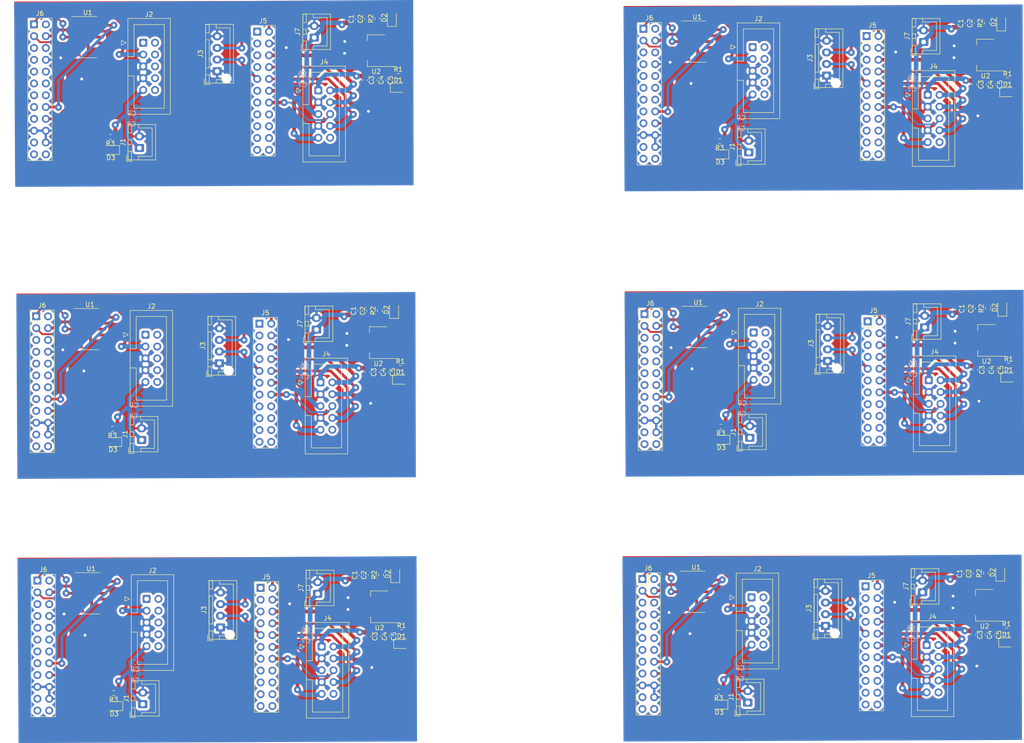
<source format=kicad_pcb>
(kicad_pcb (version 20171130) (host pcbnew "(5.1.9)-1")
  (layers (0 F.Cu signal) (31 B.Cu signal) (34 B.Paste user) (35 F.Paste user) (36 B.SilkS user) (37 F.SilkS user) (38 B.Mask user) (39 F.Mask user) (44 Edge.Cuts user))
  (net 0 "")
  (net 1 VOUTA)
  (net 2 GND)
  (net 3 PB10_TX)
  (net 4 PB11_RX)
  (net 5 PB13_SCK)
  (net 6 PB14_MISO)
  (net 7 PB15_MOSI)
  (net 8 PB1_CE)
  (net 9 "Net-(J5-Pad1)")
  (net 10 "Net-(J5-Pad3)")
  (net 11 "Net-(J5-Pad5)")
  (net 12 "Net-(J5-Pad7)")
  (net 13 "Net-(J5-Pad11)")
  (net 14 "Net-(J5-Pad13)")
  (net 15 "Net-(J5-Pad15)")
  (net 16 "Net-(J5-Pad16)")
  (net 17 "Net-(J5-Pad17)")
  (net 18 "Net-(J5-Pad18)")
  (net 19 "Net-(J5-Pad19)")
  (net 20 "Net-(J5-Pad20)")
  (net 21 "Net-(J5-Pad21)")
  (net 22 "Net-(J5-Pad22)")
  (net 23 PC10)
  (net 24 "Net-(J6-Pad2)")
  (net 25 PC12)
  (net 26 PD2)
  (net 27 "Net-(J6-Pad5)")
  (net 28 "Net-(J6-Pad6)")
  (net 29 "Net-(J6-Pad7)")
  (net 30 "Net-(J6-Pad9)")
  (net 31 "Net-(J6-Pad10)")
  (net 32 "Net-(J6-Pad11)")
  (net 33 "Net-(J6-Pad12)")
  (net 34 "Net-(J6-Pad14)")
  (net 35 "Net-(J6-Pad15)")
  (net 36 3.3V)
  (net 37 "Net-(J6-Pad17)")
  (net 38 5V)
  (net 39 "Net-(J6-Pad21)")
  (net 40 "Net-(J6-Pad23)")
  (net 41 "Net-(J6-Pad24)")
  (net 42 "Net-(U1-Pad2)")
  (net 43 "Net-(U1-Pad6)")
  (net 44 "Net-(U1-Pad7)")
  (net 45 "Net-(U1-Pad10)")
  (net 46 "Net-(U1-Pad11)")
  (net 47 "Net-(J2-Pad6)")
  (net 48 "Net-(J2-Pad8)")
  (net 49 "Net-(J2-Pad10)")
  (net 50 "Net-(J4-Pad10)")
  (net 51 PB_2_STAT)
  (net 52 3.3V_STM)
  (net 53 5V_STM)
  (net 54 "Net-(D1-Pad2)")
  (net 55 "Net-(D2-Pad2)")
  (net 56 "Net-(D3-Pad2)")
  (net 57 "Net-(J2-Pad2)")
  (net 58 "Net-(J2-Pad4)")
  (net 59 "Net-(J6-Pad13)")
  (net 60 "Net-(J2-Pad1)")
  (module Capacitor_SMD:C_0603_1608Metric_Pad1.08x0.95mm_HandSolder (layer B.Cu) (at 187.225 160.85)
    (fp_text reference C9 (at 0 1.43) (layer B.SilkS) (effects (justify mirror)))
    (fp_text value 10nF)
    (pad 2 smd roundrect (at 0.8625 0) (size 1.075 0.95) (layers B.Cu B.Paste B.Mask) (net 2 GND))
    (pad 1 smd roundrect (at -0.8625 0) (size 1.075 0.95) (layers B.Cu B.Paste B.Mask) (net 38 5V))
  )
  (module Capacitor_SMD:C_0603_1608Metric_Pad1.08x0.95mm_HandSolder (layer B.Cu) (at 187.1625 163.175)
    (fp_text reference C8 (at 0 1.43) (layer B.SilkS) (effects (justify mirror)))
    (fp_text value 100nF)
    (pad 1 smd roundrect (at -0.8625 0) (size 1.075 0.95) (layers B.Cu B.Paste B.Mask) (net 38 5V))
    (pad 2 smd roundrect (at 0.8625 0) (size 1.075 0.95) (layers B.Cu B.Paste B.Mask) (net 2 GND))
  )
  (module Connector_IDC:IDC-Header_2x05_P2.54mm_Vertical (layer F.Cu) (at 227.3 157.375)
    (fp_text reference J4 (at 1.27 -6.1) (layer F.SilkS))
    (fp_text value Conn_02x05_Top_Bottom)
    (pad 10 thru_hole circle (at 2.54 10.16) (size 1.7 1.7) (drill 1) (layers *.Cu *.Mask) (net 50 "Net-(J4-Pad10)"))
    (pad 8 thru_hole circle (at 2.54 7.62) (size 1.7 1.7) (drill 1) (layers *.Cu *.Mask) (net 7 PB15_MOSI))
    (pad 6 thru_hole circle (at 2.54 5.08) (size 1.7 1.7) (drill 1) (layers *.Cu *.Mask) (net 5 PB13_SCK))
    (pad 4 thru_hole circle (at 2.54 2.54) (size 1.7 1.7) (drill 1) (layers *.Cu *.Mask) (net 8 PB1_CE))
    (pad 2 thru_hole circle (at 2.54 0) (size 1.7 1.7) (drill 1) (layers *.Cu *.Mask) (net 51 PB_2_STAT))
    (pad 9 thru_hole circle (at 0 10.16) (size 1.7 1.7) (drill 1) (layers *.Cu *.Mask) (net 6 PB14_MISO))
    (pad 7 thru_hole circle (at 0 7.62) (size 1.7 1.7) (drill 1) (layers *.Cu *.Mask) (net 2 GND))
    (pad 5 thru_hole circle (at 0 5.08) (size 1.7 1.7) (drill 1) (layers *.Cu *.Mask) (net 38 5V))
    (pad 3 thru_hole circle (at 0 2.54) (size 1.7 1.7) (drill 1) (layers *.Cu *.Mask) (net 2 GND))
    (pad 1 thru_hole roundrect (at 0 0) (size 1.7 1.7) (drill 1) (layers *.Cu *.Mask) (roundrect_rratio 0.1470588235294118) (net 36 3.3V))
  )
  (module Connector_JST:JST_XH_B4B-XH-AM_1x04_P2.50mm_Vertical (layer F.Cu) (at 205.575 153.25 90)
    (fp_text reference J3 (at 3.75 -3.55 90) (layer F.SilkS))
    (fp_text value Conn_01x04)
    (pad "" np_thru_hole circle (at -1.6 2 90) (size 1.2 1.2) (drill 1.2) (layers *.Cu *.Mask))
    (pad 4 thru_hole oval (at 7.5 0 90) (size 1.7 1.95) (drill 0.95) (layers *.Cu *.Mask) (net 2 GND))
    (pad 3 thru_hole oval (at 5 0 90) (size 1.7 1.95) (drill 0.95) (layers *.Cu *.Mask) (net 4 PB11_RX))
    (pad 2 thru_hole oval (at 2.5 0 90) (size 1.7 1.95) (drill 0.95) (layers *.Cu *.Mask) (net 3 PB10_TX))
    (pad 1 thru_hole roundrect (at 0 0 90) (size 1.7 1.95) (drill 0.95) (layers *.Cu *.Mask) (roundrect_rratio 0.1470588235294118) (net 2 GND))
  )
  (module Package_SO:SOIC-14_3.9x8.7mm_P1.27mm (layer F.Cu) (at 177.775 145.925)
    (fp_text reference U1 (at 0 -5.28) (layer F.SilkS))
    (fp_text value MCP4922_UD)
    (pad 14 smd roundrect (at 2.475 -3.81) (size 1.95 0.6) (layers F.Cu F.Paste F.Mask) (net 1 VOUTA))
    (pad 13 smd roundrect (at 2.475 -2.54) (size 1.95 0.6) (layers F.Cu F.Paste F.Mask) (net 52 3.3V_STM))
    (pad 12 smd roundrect (at 2.475 -1.27) (size 1.95 0.6) (layers F.Cu F.Paste F.Mask) (net 2 GND))
    (pad 11 smd roundrect (at 2.475 0) (size 1.95 0.6) (layers F.Cu F.Paste F.Mask) (net 46 "Net-(U1-Pad11)"))
    (pad 10 smd roundrect (at 2.475 1.27) (size 1.95 0.6) (layers F.Cu F.Paste F.Mask) (net 45 "Net-(U1-Pad10)"))
    (pad 9 smd roundrect (at 2.475 2.54) (size 1.95 0.6) (layers F.Cu F.Paste F.Mask) (net 53 5V_STM))
    (pad 8 smd roundrect (at 2.475 3.81) (size 1.95 0.6) (layers F.Cu F.Paste F.Mask) (net 2 GND))
    (pad 7 smd roundrect (at -2.475 3.81) (size 1.95 0.6) (layers F.Cu F.Paste F.Mask) (net 44 "Net-(U1-Pad7)"))
    (pad 6 smd roundrect (at -2.475 2.54) (size 1.95 0.6) (layers F.Cu F.Paste F.Mask) (net 43 "Net-(U1-Pad6)"))
    (pad 5 smd roundrect (at -2.475 1.27) (size 1.95 0.6) (layers F.Cu F.Paste F.Mask) (net 25 PC12))
    (pad 4 smd roundrect (at -2.475 0) (size 1.95 0.6) (layers F.Cu F.Paste F.Mask) (net 23 PC10))
    (pad 3 smd roundrect (at -2.475 -1.27) (size 1.95 0.6) (layers F.Cu F.Paste F.Mask) (net 26 PD2))
    (pad 2 smd roundrect (at -2.475 -2.54) (size 1.95 0.6) (layers F.Cu F.Paste F.Mask) (net 42 "Net-(U1-Pad2)"))
    (pad 1 smd roundrect (at -2.475 -3.81) (size 1.95 0.6) (layers F.Cu F.Paste F.Mask) (net 53 5V_STM))
  )
  (module Connector_JST:JST_XH_B2B-XH-A_1x02_P2.50mm_Vertical (layer F.Cu) (at 226.425 146.025 90)
    (fp_text reference J7 (at 1.25 -3.55 90) (layer F.SilkS))
    (fp_text value Conn_01x02)
    (pad 2 thru_hole oval (at 2.5 0 90) (size 1.7 2) (drill 1) (layers *.Cu *.Mask) (net 2 GND))
    (pad 1 thru_hole roundrect (at 0 0 90) (size 1.7 2) (drill 1) (layers *.Cu *.Mask) (roundrect_rratio 0.1470588235294118) (net 38 5V))
  )
  (module Connector_PinHeader_2.54mm:PinHeader_2x11_P2.54mm_Vertical (layer F.Cu) (at 214.185 144.75)
    (fp_text reference J5 (at 1.27 -2.33) (layer F.SilkS))
    (fp_text value Conn_02x11_Odd_Even)
    (pad 22 thru_hole oval (at 2.54 25.4) (size 1.7 1.7) (drill 1) (layers *.Cu *.Mask) (net 22 "Net-(J5-Pad22)"))
    (pad 21 thru_hole oval (at 0 25.4) (size 1.7 1.7) (drill 1) (layers *.Cu *.Mask) (net 21 "Net-(J5-Pad21)"))
    (pad 20 thru_hole oval (at 2.54 22.86) (size 1.7 1.7) (drill 1) (layers *.Cu *.Mask) (net 20 "Net-(J5-Pad20)"))
    (pad 19 thru_hole oval (at 0 22.86) (size 1.7 1.7) (drill 1) (layers *.Cu *.Mask) (net 19 "Net-(J5-Pad19)"))
    (pad 18 thru_hole oval (at 2.54 20.32) (size 1.7 1.7) (drill 1) (layers *.Cu *.Mask) (net 18 "Net-(J5-Pad18)"))
    (pad 17 thru_hole oval (at 0 20.32) (size 1.7 1.7) (drill 1) (layers *.Cu *.Mask) (net 17 "Net-(J5-Pad17)"))
    (pad 16 thru_hole oval (at 2.54 17.78) (size 1.7 1.7) (drill 1) (layers *.Cu *.Mask) (net 16 "Net-(J5-Pad16)"))
    (pad 15 thru_hole oval (at 0 17.78) (size 1.7 1.7) (drill 1) (layers *.Cu *.Mask) (net 15 "Net-(J5-Pad15)"))
    (pad 14 thru_hole oval (at 2.54 15.24) (size 1.7 1.7) (drill 1) (layers *.Cu *.Mask) (net 5 PB13_SCK))
    (pad 13 thru_hole oval (at 0 15.24) (size 1.7 1.7) (drill 1) (layers *.Cu *.Mask) (net 14 "Net-(J5-Pad13)"))
    (pad 12 thru_hole oval (at 2.54 12.7) (size 1.7 1.7) (drill 1) (layers *.Cu *.Mask) (net 6 PB14_MISO))
    (pad 11 thru_hole oval (at 0 12.7) (size 1.7 1.7) (drill 1) (layers *.Cu *.Mask) (net 13 "Net-(J5-Pad11)"))
    (pad 10 thru_hole oval (at 2.54 10.16) (size 1.7 1.7) (drill 1) (layers *.Cu *.Mask) (net 7 PB15_MOSI))
    (pad 9 thru_hole oval (at 0 10.16) (size 1.7 1.7) (drill 1) (layers *.Cu *.Mask) (net 3 PB10_TX))
    (pad 8 thru_hole oval (at 2.54 7.62) (size 1.7 1.7) (drill 1) (layers *.Cu *.Mask) (net 8 PB1_CE))
    (pad 7 thru_hole oval (at 0 7.62) (size 1.7 1.7) (drill 1) (layers *.Cu *.Mask) (net 12 "Net-(J5-Pad7)"))
    (pad 6 thru_hole oval (at 2.54 5.08) (size 1.7 1.7) (drill 1) (layers *.Cu *.Mask) (net 51 PB_2_STAT))
    (pad 5 thru_hole oval (at 0 5.08) (size 1.7 1.7) (drill 1) (layers *.Cu *.Mask) (net 11 "Net-(J5-Pad5)"))
    (pad 4 thru_hole oval (at 2.54 2.54) (size 1.7 1.7) (drill 1) (layers *.Cu *.Mask) (net 2 GND))
    (pad 3 thru_hole oval (at 0 2.54) (size 1.7 1.7) (drill 1) (layers *.Cu *.Mask) (net 10 "Net-(J5-Pad3)"))
    (pad 2 thru_hole oval (at 2.54 0) (size 1.7 1.7) (drill 1) (layers *.Cu *.Mask) (net 4 PB11_RX))
    (pad 1 thru_hole rect (at 0 0) (size 1.7 1.7) (drill 1) (layers *.Cu *.Mask) (net 9 "Net-(J5-Pad1)"))
  )
  (module Connector_JST:JST_XH_B2B-XH-A_1x02_P2.50mm_Vertical (layer F.Cu) (at 188.875 169.75 90)
    (fp_text reference J1 (at 1.25 -3.55 90) (layer F.SilkS))
    (fp_text value Conn_01x02)
    (pad 1 thru_hole roundrect (at 0 0 90) (size 1.7 2) (drill 1) (layers *.Cu *.Mask) (roundrect_rratio 0.1470588235294118) (net 38 5V))
    (pad 2 thru_hole oval (at 2.5 0 90) (size 1.7 2) (drill 1) (layers *.Cu *.Mask) (net 2 GND))
  )
  (module Package_TO_SOT_SMD:SOT-223-3_TabPin2 (layer F.Cu) (at 239.725 148.825 180)
    (fp_text reference U2 (at 0 -4.5) (layer F.SilkS))
    (fp_text value AMS1117-3.3)
    (pad 1 smd rect (at -3.15 -2.3 180) (size 2 1.5) (layers F.Cu F.Paste F.Mask) (net 2 GND))
    (pad 3 smd rect (at -3.15 2.3 180) (size 2 1.5) (layers F.Cu F.Paste F.Mask) (net 38 5V))
    (pad 2 smd rect (at -3.15 0 180) (size 2 1.5) (layers F.Cu F.Paste F.Mask) (net 36 3.3V))
    (pad 2 smd rect (at 3.15 0 180) (size 2 3.8) (layers F.Cu F.Paste F.Mask) (net 36 3.3V))
  )
  (module Connector_IDC:IDC-Header_2x05_P2.54mm_Vertical (layer F.Cu) (at 189.7 147.125)
    (fp_text reference J2 (at 1.27 -6.1) (layer F.SilkS))
    (fp_text value Conn_02x05_Odd_Even)
    (pad 10 thru_hole circle (at 2.54 10.16) (size 1.7 1.7) (drill 1) (layers *.Cu *.Mask) (net 49 "Net-(J2-Pad10)"))
    (pad 8 thru_hole circle (at 2.54 7.62) (size 1.7 1.7) (drill 1) (layers *.Cu *.Mask) (net 48 "Net-(J2-Pad8)"))
    (pad 6 thru_hole circle (at 2.54 5.08) (size 1.7 1.7) (drill 1) (layers *.Cu *.Mask) (net 47 "Net-(J2-Pad6)"))
    (pad 4 thru_hole circle (at 2.54 2.54) (size 1.7 1.7) (drill 1) (layers *.Cu *.Mask) (net 58 "Net-(J2-Pad4)"))
    (pad 2 thru_hole circle (at 2.54 0) (size 1.7 1.7) (drill 1) (layers *.Cu *.Mask) (net 57 "Net-(J2-Pad2)"))
    (pad 9 thru_hole circle (at 0 10.16) (size 1.7 1.7) (drill 1) (layers *.Cu *.Mask) (net 38 5V))
    (pad 7 thru_hole circle (at 0 7.62) (size 1.7 1.7) (drill 1) (layers *.Cu *.Mask) (net 2 GND))
    (pad 5 thru_hole circle (at 0 5.08) (size 1.7 1.7) (drill 1) (layers *.Cu *.Mask) (net 2 GND))
    (pad 3 thru_hole circle (at 0 2.54) (size 1.7 1.7) (drill 1) (layers *.Cu *.Mask) (net 1 VOUTA))
    (pad 1 thru_hole roundrect (at 0 0) (size 1.7 1.7) (drill 1) (layers *.Cu *.Mask) (roundrect_rratio 0.1470588235294118) (net 60 "Net-(J2-Pad1)"))
  )
  (module LED_SMD:LED_0805_2012Metric_Pad1.15x1.40mm_HandSolder (layer F.Cu) (at 182.75 170.175 180)
    (fp_text reference D3 (at 0 -1.65) (layer F.SilkS))
    (fp_text value LED)
    (pad 2 smd roundrect (at 1.025 0 180) (size 1.15 1.4) (layers F.Cu F.Paste F.Mask) (roundrect_rratio 0.2173904347826087) (net 56 "Net-(D3-Pad2)"))
    (pad 1 smd roundrect (at -1.025 0 180) (size 1.15 1.4) (layers F.Cu F.Paste F.Mask) (roundrect_rratio 0.2173904347826087) (net 2 GND))
  )
  (module LED_SMD:LED_0603_1608Metric_Pad1.05x0.95mm_HandSolder (layer B.Cu) (at 223.9 155.175 180)
    (fp_text reference C6 (at 0 1.43) (layer B.SilkS) (effects (justify mirror)))
    (fp_text value 100nF)
    (pad 2 smd roundrect (at 0.875 0 180) (size 1.05 0.95) (layers B.Cu B.Paste B.Mask) (net 2 GND))
    (pad 1 smd roundrect (at -0.875 0 180) (size 1.05 0.95) (layers B.Cu B.Paste B.Mask) (net 38 5V))
  )
  (module Resistor_SMD:R_0603_1608Metric_Pad0.98x0.95mm_HandSolder (layer F.Cu) (at 182.625 167.35 180)
    (fp_text reference R3 (at 0 -1.43) (layer F.SilkS))
    (fp_text value 330R)
    (pad 2 smd roundrect (at 0.9125 0 180) (size 0.975 0.95) (layers F.Cu F.Paste F.Mask) (net 56 "Net-(D3-Pad2)"))
    (pad 1 smd roundrect (at -0.9125 0 180) (size 0.975 0.95) (layers F.Cu F.Paste F.Mask) (net 38 5V))
  )
  (module Capacitor_SMD:C_0603_1608Metric_Pad1.08x0.95mm_HandSolder (layer B.Cu) (at 223.925 157.575 180)
    (fp_text reference C7 (at 0 1.43) (layer B.SilkS) (effects (justify mirror)))
    (fp_text value 10nF)
    (pad 2 smd roundrect (at 0.8625 0 180) (size 1.075 0.95) (layers B.Cu B.Paste B.Mask) (net 2 GND))
    (pad 1 smd roundrect (at -0.8625 0 180) (size 1.075 0.95) (layers B.Cu B.Paste B.Mask) (net 38 5V))
  )
  (module LED_SMD:LED_0805_2012Metric_Pad1.15x1.40mm_HandSolder (layer F.Cu) (at 243.1 141.775 90)
    (fp_text reference D2 (at 0 -1.65 90) (layer F.SilkS))
    (fp_text value LED)
    (pad 2 smd roundrect (at 1.025 0 90) (size 1.15 1.4) (layers F.Cu F.Paste F.Mask) (roundrect_rratio 0.2173904347826087) (net 55 "Net-(D2-Pad2)"))
    (pad 1 smd roundrect (at -1.025 0 90) (size 1.15 1.4) (layers F.Cu F.Paste F.Mask) (roundrect_rratio 0.2173904347826087) (net 2 GND))
  )
  (module Resistor_SMD:R_0603_1608Metric_Pad0.98x0.95mm_HandSolder (layer F.Cu) (at 244.45 154.275)
    (fp_text reference R1 (at 0 -1.43) (layer F.SilkS))
    (fp_text value 330R)
    (pad 2 smd roundrect (at 0.9125 0) (size 0.975 0.95) (layers F.Cu F.Paste F.Mask) (net 54 "Net-(D1-Pad2)"))
    (pad 1 smd roundrect (at -0.9125 0) (size 0.975 0.95) (layers F.Cu F.Paste F.Mask) (net 36 3.3V))
  )
  (module Diode_SMD:D_0805_2012Metric (layer F.Cu) (at 244.45 156.8)
    (fp_text reference D1 (at 0 -1.65) (layer F.SilkS))
    (fp_text value LED)
    (pad 2 smd roundrect (at 0.9375 0) (size 0.975 1.4) (layers F.Cu F.Paste F.Mask) (net 54 "Net-(D1-Pad2)"))
    (pad 1 smd roundrect (at -0.9375 0) (size 0.975 1.4) (layers F.Cu F.Paste F.Mask) (net 2 GND))
  )
  (module Capacitor_SMD:C_0603_1608Metric_Pad1.08x0.95mm_HandSolder (layer F.Cu) (at 241.35 155.175 270)
    (fp_text reference C5 (at 0 -1.43 90) (layer F.SilkS))
    (fp_text value 1nF)
    (pad 2 smd roundrect (at 0.8625 0 270) (size 1.075 0.95) (layers F.Cu F.Paste F.Mask) (net 2 GND))
    (pad 1 smd roundrect (at -0.8625 0 270) (size 1.075 0.95) (layers F.Cu F.Paste F.Mask) (net 36 3.3V))
  )
  (module Capacitor_SMD:C_0603_1608Metric_Pad1.08x0.95mm_HandSolder (layer F.Cu) (at 239.375 155.15 270)
    (fp_text reference C4 (at 0 -1.43 90) (layer F.SilkS))
    (fp_text value 10nF)
    (pad 1 smd roundrect (at -0.8625 0 270) (size 1.075 0.95) (layers F.Cu F.Paste F.Mask) (net 36 3.3V))
    (pad 2 smd roundrect (at 0.8625 0 270) (size 1.075 0.95) (layers F.Cu F.Paste F.Mask) (net 2 GND))
  )
  (module Capacitor_SMD:C_0603_1608Metric_Pad1.08x0.95mm_HandSolder (layer F.Cu) (at 237.325 155.175 270)
    (fp_text reference C3 (at 0 -1.43 90) (layer F.SilkS))
    (fp_text value 100nF)
    (pad 2 smd roundrect (at 0.8625 0 270) (size 1.075 0.95) (layers F.Cu F.Paste F.Mask) (net 2 GND))
    (pad 1 smd roundrect (at -0.8625 0 270) (size 1.075 0.95) (layers F.Cu F.Paste F.Mask) (net 36 3.3V))
  )
  (module Capacitor_SMD:C_0603_1608Metric_Pad1.08x0.95mm_HandSolder (layer F.Cu) (at 237.8 142 90)
    (fp_text reference C2 (at 0 -1.43 90) (layer F.SilkS))
    (fp_text value 10nF)
    (pad 1 smd roundrect (at -0.8625 0 90) (size 1.075 0.95) (layers F.Cu F.Paste F.Mask) (net 38 5V))
    (pad 2 smd roundrect (at 0.8625 0 90) (size 1.075 0.95) (layers F.Cu F.Paste F.Mask) (net 2 GND))
  )
  (module Capacitor_SMD:C_0603_1608Metric_Pad1.08x0.95mm_HandSolder (layer F.Cu) (at 235.825 142 90)
    (fp_text reference C1 (at 0 -1.43 90) (layer F.SilkS))
    (fp_text value 100nF)
    (pad 2 smd roundrect (at 0.8625 0 90) (size 1.075 0.95) (layers F.Cu F.Paste F.Mask) (net 2 GND))
    (pad 1 smd roundrect (at -0.8625 0 90) (size 1.075 0.95) (layers F.Cu F.Paste F.Mask) (net 38 5V))
  )
  (module Resistor_SMD:R_0603_1608Metric_Pad0.98x0.95mm_HandSolder (layer F.Cu) (at 240.025 141.95 90)
    (fp_text reference R2 (at 0 -1.43 90) (layer F.SilkS))
    (fp_text value 330R)
    (pad 2 smd roundrect (at 0.9125 0 90) (size 0.975 0.95) (layers F.Cu F.Paste F.Mask) (net 55 "Net-(D2-Pad2)"))
    (pad 1 smd roundrect (at -0.9125 0 90) (size 0.975 0.95) (layers F.Cu F.Paste F.Mask) (net 38 5V))
  )
  (module Connector_PinHeader_2.54mm:PinHeader_2x12_P2.54mm_Vertical (layer F.Cu) (at 166.25 143.175)
    (fp_text reference J6 (at 1.27 -2.33) (layer F.SilkS))
    (fp_text value Conn_02x12_Odd_Even)
    (pad 24 thru_hole oval (at 2.54 27.94) (size 1.7 1.7) (drill 1) (layers *.Cu *.Mask) (net 41 "Net-(J6-Pad24)"))
    (pad 23 thru_hole oval (at 0 27.94) (size 1.7 1.7) (drill 1) (layers *.Cu *.Mask) (net 40 "Net-(J6-Pad23)"))
    (pad 22 thru_hole oval (at 2.54 25.4) (size 1.7 1.7) (drill 1) (layers *.Cu *.Mask) (net 2 GND))
    (pad 21 thru_hole oval (at 0 25.4) (size 1.7 1.7) (drill 1) (layers *.Cu *.Mask) (net 39 "Net-(J6-Pad21)"))
    (pad 20 thru_hole oval (at 2.54 22.86) (size 1.7 1.7) (drill 1) (layers *.Cu *.Mask) (net 2 GND))
    (pad 19 thru_hole oval (at 0 22.86) (size 1.7 1.7) (drill 1) (layers *.Cu *.Mask) (net 2 GND))
    (pad 18 thru_hole oval (at 2.54 20.32) (size 1.7 1.7) (drill 1) (layers *.Cu *.Mask) (net 53 5V_STM))
    (pad 17 thru_hole oval (at 0 20.32) (size 1.7 1.7) (drill 1) (layers *.Cu *.Mask) (net 37 "Net-(J6-Pad17)"))
    (pad 16 thru_hole oval (at 2.54 17.78) (size 1.7 1.7) (drill 1) (layers *.Cu *.Mask) (net 52 3.3V_STM))
    (pad 15 thru_hole oval (at 0 17.78) (size 1.7 1.7) (drill 1) (layers *.Cu *.Mask) (net 35 "Net-(J6-Pad15)"))
    (pad 14 thru_hole oval (at 2.54 15.24) (size 1.7 1.7) (drill 1) (layers *.Cu *.Mask) (net 34 "Net-(J6-Pad14)"))
    (pad 13 thru_hole oval (at 0 15.24) (size 1.7 1.7) (drill 1) (layers *.Cu *.Mask) (net 59 "Net-(J6-Pad13)"))
    (pad 12 thru_hole oval (at 2.54 12.7) (size 1.7 1.7) (drill 1) (layers *.Cu *.Mask) (net 33 "Net-(J6-Pad12)"))
    (pad 11 thru_hole oval (at 0 12.7) (size 1.7 1.7) (drill 1) (layers *.Cu *.Mask) (net 32 "Net-(J6-Pad11)"))
    (pad 10 thru_hole oval (at 2.54 10.16) (size 1.7 1.7) (drill 1) (layers *.Cu *.Mask) (net 31 "Net-(J6-Pad10)"))
    (pad 9 thru_hole oval (at 0 10.16) (size 1.7 1.7) (drill 1) (layers *.Cu *.Mask) (net 30 "Net-(J6-Pad9)"))
    (pad 8 thru_hole oval (at 2.54 7.62) (size 1.7 1.7) (drill 1) (layers *.Cu *.Mask) (net 2 GND))
    (pad 7 thru_hole oval (at 0 7.62) (size 1.7 1.7) (drill 1) (layers *.Cu *.Mask) (net 29 "Net-(J6-Pad7)"))
    (pad 6 thru_hole oval (at 2.54 5.08) (size 1.7 1.7) (drill 1) (layers *.Cu *.Mask) (net 28 "Net-(J6-Pad6)"))
    (pad 5 thru_hole oval (at 0 5.08) (size 1.7 1.7) (drill 1) (layers *.Cu *.Mask) (net 27 "Net-(J6-Pad5)"))
    (pad 4 thru_hole oval (at 2.54 2.54) (size 1.7 1.7) (drill 1) (layers *.Cu *.Mask) (net 26 PD2))
    (pad 3 thru_hole oval (at 0 2.54) (size 1.7 1.7) (drill 1) (layers *.Cu *.Mask) (net 25 PC12))
    (pad 2 thru_hole oval (at 2.54 0) (size 1.7 1.7) (drill 1) (layers *.Cu *.Mask) (net 24 "Net-(J6-Pad2)"))
    (pad 1 thru_hole rect (at 0 0) (size 1.7 1.7) (drill 1) (layers *.Cu *.Mask) (net 23 PC10))
  )
  (module Capacitor_SMD:C_0603_1608Metric_Pad1.08x0.95mm_HandSolder (layer B.Cu) (at 187.675 103.925)
    (fp_text reference C9 (at 0 1.43) (layer B.SilkS) (effects (justify mirror)))
    (fp_text value 10nF)
    (pad 2 smd roundrect (at 0.8625 0) (size 1.075 0.95) (layers B.Cu B.Paste B.Mask) (net 2 GND))
    (pad 1 smd roundrect (at -0.8625 0) (size 1.075 0.95) (layers B.Cu B.Paste B.Mask) (net 38 5V))
  )
  (module Capacitor_SMD:C_0603_1608Metric_Pad1.08x0.95mm_HandSolder (layer B.Cu) (at 187.6125 106.25)
    (fp_text reference C8 (at 0 1.43) (layer B.SilkS) (effects (justify mirror)))
    (fp_text value 100nF)
    (pad 1 smd roundrect (at -0.8625 0) (size 1.075 0.95) (layers B.Cu B.Paste B.Mask) (net 38 5V))
    (pad 2 smd roundrect (at 0.8625 0) (size 1.075 0.95) (layers B.Cu B.Paste B.Mask) (net 2 GND))
  )
  (module Connector_IDC:IDC-Header_2x05_P2.54mm_Vertical (layer F.Cu) (at 227.75 100.45)
    (fp_text reference J4 (at 1.27 -6.1) (layer F.SilkS))
    (fp_text value Conn_02x05_Top_Bottom)
    (pad 10 thru_hole circle (at 2.54 10.16) (size 1.7 1.7) (drill 1) (layers *.Cu *.Mask) (net 50 "Net-(J4-Pad10)"))
    (pad 8 thru_hole circle (at 2.54 7.62) (size 1.7 1.7) (drill 1) (layers *.Cu *.Mask) (net 7 PB15_MOSI))
    (pad 6 thru_hole circle (at 2.54 5.08) (size 1.7 1.7) (drill 1) (layers *.Cu *.Mask) (net 5 PB13_SCK))
    (pad 4 thru_hole circle (at 2.54 2.54) (size 1.7 1.7) (drill 1) (layers *.Cu *.Mask) (net 8 PB1_CE))
    (pad 2 thru_hole circle (at 2.54 0) (size 1.7 1.7) (drill 1) (layers *.Cu *.Mask) (net 51 PB_2_STAT))
    (pad 9 thru_hole circle (at 0 10.16) (size 1.7 1.7) (drill 1) (layers *.Cu *.Mask) (net 6 PB14_MISO))
    (pad 7 thru_hole circle (at 0 7.62) (size 1.7 1.7) (drill 1) (layers *.Cu *.Mask) (net 2 GND))
    (pad 5 thru_hole circle (at 0 5.08) (size 1.7 1.7) (drill 1) (layers *.Cu *.Mask) (net 38 5V))
    (pad 3 thru_hole circle (at 0 2.54) (size 1.7 1.7) (drill 1) (layers *.Cu *.Mask) (net 2 GND))
    (pad 1 thru_hole roundrect (at 0 0) (size 1.7 1.7) (drill 1) (layers *.Cu *.Mask) (roundrect_rratio 0.1470588235294118) (net 36 3.3V))
  )
  (module Connector_JST:JST_XH_B4B-XH-AM_1x04_P2.50mm_Vertical (layer F.Cu) (at 206.025 96.325 90)
    (fp_text reference J3 (at 3.75 -3.55 90) (layer F.SilkS))
    (fp_text value Conn_01x04)
    (pad "" np_thru_hole circle (at -1.6 2 90) (size 1.2 1.2) (drill 1.2) (layers *.Cu *.Mask))
    (pad 4 thru_hole oval (at 7.5 0 90) (size 1.7 1.95) (drill 0.95) (layers *.Cu *.Mask) (net 2 GND))
    (pad 3 thru_hole oval (at 5 0 90) (size 1.7 1.95) (drill 0.95) (layers *.Cu *.Mask) (net 4 PB11_RX))
    (pad 2 thru_hole oval (at 2.5 0 90) (size 1.7 1.95) (drill 0.95) (layers *.Cu *.Mask) (net 3 PB10_TX))
    (pad 1 thru_hole roundrect (at 0 0 90) (size 1.7 1.95) (drill 0.95) (layers *.Cu *.Mask) (roundrect_rratio 0.1470588235294118) (net 2 GND))
  )
  (module Package_SO:SOIC-14_3.9x8.7mm_P1.27mm (layer F.Cu) (at 178.225 89)
    (fp_text reference U1 (at 0 -5.28) (layer F.SilkS))
    (fp_text value MCP4922_UD)
    (pad 14 smd roundrect (at 2.475 -3.81) (size 1.95 0.6) (layers F.Cu F.Paste F.Mask) (net 1 VOUTA))
    (pad 13 smd roundrect (at 2.475 -2.54) (size 1.95 0.6) (layers F.Cu F.Paste F.Mask) (net 52 3.3V_STM))
    (pad 12 smd roundrect (at 2.475 -1.27) (size 1.95 0.6) (layers F.Cu F.Paste F.Mask) (net 2 GND))
    (pad 11 smd roundrect (at 2.475 0) (size 1.95 0.6) (layers F.Cu F.Paste F.Mask) (net 46 "Net-(U1-Pad11)"))
    (pad 10 smd roundrect (at 2.475 1.27) (size 1.95 0.6) (layers F.Cu F.Paste F.Mask) (net 45 "Net-(U1-Pad10)"))
    (pad 9 smd roundrect (at 2.475 2.54) (size 1.95 0.6) (layers F.Cu F.Paste F.Mask) (net 53 5V_STM))
    (pad 8 smd roundrect (at 2.475 3.81) (size 1.95 0.6) (layers F.Cu F.Paste F.Mask) (net 2 GND))
    (pad 7 smd roundrect (at -2.475 3.81) (size 1.95 0.6) (layers F.Cu F.Paste F.Mask) (net 44 "Net-(U1-Pad7)"))
    (pad 6 smd roundrect (at -2.475 2.54) (size 1.95 0.6) (layers F.Cu F.Paste F.Mask) (net 43 "Net-(U1-Pad6)"))
    (pad 5 smd roundrect (at -2.475 1.27) (size 1.95 0.6) (layers F.Cu F.Paste F.Mask) (net 25 PC12))
    (pad 4 smd roundrect (at -2.475 0) (size 1.95 0.6) (layers F.Cu F.Paste F.Mask) (net 23 PC10))
    (pad 3 smd roundrect (at -2.475 -1.27) (size 1.95 0.6) (layers F.Cu F.Paste F.Mask) (net 26 PD2))
    (pad 2 smd roundrect (at -2.475 -2.54) (size 1.95 0.6) (layers F.Cu F.Paste F.Mask) (net 42 "Net-(U1-Pad2)"))
    (pad 1 smd roundrect (at -2.475 -3.81) (size 1.95 0.6) (layers F.Cu F.Paste F.Mask) (net 53 5V_STM))
  )
  (module Connector_JST:JST_XH_B2B-XH-A_1x02_P2.50mm_Vertical (layer F.Cu) (at 226.875 89.1 90)
    (fp_text reference J7 (at 1.25 -3.55 90) (layer F.SilkS))
    (fp_text value Conn_01x02)
    (pad 2 thru_hole oval (at 2.5 0 90) (size 1.7 2) (drill 1) (layers *.Cu *.Mask) (net 2 GND))
    (pad 1 thru_hole roundrect (at 0 0 90) (size 1.7 2) (drill 1) (layers *.Cu *.Mask) (roundrect_rratio 0.1470588235294118) (net 38 5V))
  )
  (module Connector_PinHeader_2.54mm:PinHeader_2x11_P2.54mm_Vertical (layer F.Cu) (at 214.635 87.825)
    (fp_text reference J5 (at 1.27 -2.33) (layer F.SilkS))
    (fp_text value Conn_02x11_Odd_Even)
    (pad 22 thru_hole oval (at 2.54 25.4) (size 1.7 1.7) (drill 1) (layers *.Cu *.Mask) (net 22 "Net-(J5-Pad22)"))
    (pad 21 thru_hole oval (at 0 25.4) (size 1.7 1.7) (drill 1) (layers *.Cu *.Mask) (net 21 "Net-(J5-Pad21)"))
    (pad 20 thru_hole oval (at 2.54 22.86) (size 1.7 1.7) (drill 1) (layers *.Cu *.Mask) (net 20 "Net-(J5-Pad20)"))
    (pad 19 thru_hole oval (at 0 22.86) (size 1.7 1.7) (drill 1) (layers *.Cu *.Mask) (net 19 "Net-(J5-Pad19)"))
    (pad 18 thru_hole oval (at 2.54 20.32) (size 1.7 1.7) (drill 1) (layers *.Cu *.Mask) (net 18 "Net-(J5-Pad18)"))
    (pad 17 thru_hole oval (at 0 20.32) (size 1.7 1.7) (drill 1) (layers *.Cu *.Mask) (net 17 "Net-(J5-Pad17)"))
    (pad 16 thru_hole oval (at 2.54 17.78) (size 1.7 1.7) (drill 1) (layers *.Cu *.Mask) (net 16 "Net-(J5-Pad16)"))
    (pad 15 thru_hole oval (at 0 17.78) (size 1.7 1.7) (drill 1) (layers *.Cu *.Mask) (net 15 "Net-(J5-Pad15)"))
    (pad 14 thru_hole oval (at 2.54 15.24) (size 1.7 1.7) (drill 1) (layers *.Cu *.Mask) (net 5 PB13_SCK))
    (pad 13 thru_hole oval (at 0 15.24) (size 1.7 1.7) (drill 1) (layers *.Cu *.Mask) (net 14 "Net-(J5-Pad13)"))
    (pad 12 thru_hole oval (at 2.54 12.7) (size 1.7 1.7) (drill 1) (layers *.Cu *.Mask) (net 6 PB14_MISO))
    (pad 11 thru_hole oval (at 0 12.7) (size 1.7 1.7) (drill 1) (layers *.Cu *.Mask) (net 13 "Net-(J5-Pad11)"))
    (pad 10 thru_hole oval (at 2.54 10.16) (size 1.7 1.7) (drill 1) (layers *.Cu *.Mask) (net 7 PB15_MOSI))
    (pad 9 thru_hole oval (at 0 10.16) (size 1.7 1.7) (drill 1) (layers *.Cu *.Mask) (net 3 PB10_TX))
    (pad 8 thru_hole oval (at 2.54 7.62) (size 1.7 1.7) (drill 1) (layers *.Cu *.Mask) (net 8 PB1_CE))
    (pad 7 thru_hole oval (at 0 7.62) (size 1.7 1.7) (drill 1) (layers *.Cu *.Mask) (net 12 "Net-(J5-Pad7)"))
    (pad 6 thru_hole oval (at 2.54 5.08) (size 1.7 1.7) (drill 1) (layers *.Cu *.Mask) (net 51 PB_2_STAT))
    (pad 5 thru_hole oval (at 0 5.08) (size 1.7 1.7) (drill 1) (layers *.Cu *.Mask) (net 11 "Net-(J5-Pad5)"))
    (pad 4 thru_hole oval (at 2.54 2.54) (size 1.7 1.7) (drill 1) (layers *.Cu *.Mask) (net 2 GND))
    (pad 3 thru_hole oval (at 0 2.54) (size 1.7 1.7) (drill 1) (layers *.Cu *.Mask) (net 10 "Net-(J5-Pad3)"))
    (pad 2 thru_hole oval (at 2.54 0) (size 1.7 1.7) (drill 1) (layers *.Cu *.Mask) (net 4 PB11_RX))
    (pad 1 thru_hole rect (at 0 0) (size 1.7 1.7) (drill 1) (layers *.Cu *.Mask) (net 9 "Net-(J5-Pad1)"))
  )
  (module Connector_JST:JST_XH_B2B-XH-A_1x02_P2.50mm_Vertical (layer F.Cu) (at 189.325 112.825 90)
    (fp_text reference J1 (at 1.25 -3.55 90) (layer F.SilkS))
    (fp_text value Conn_01x02)
    (pad 1 thru_hole roundrect (at 0 0 90) (size 1.7 2) (drill 1) (layers *.Cu *.Mask) (roundrect_rratio 0.1470588235294118) (net 38 5V))
    (pad 2 thru_hole oval (at 2.5 0 90) (size 1.7 2) (drill 1) (layers *.Cu *.Mask) (net 2 GND))
  )
  (module Package_TO_SOT_SMD:SOT-223-3_TabPin2 (layer F.Cu) (at 240.175 91.9 180)
    (fp_text reference U2 (at 0 -4.5) (layer F.SilkS))
    (fp_text value AMS1117-3.3)
    (pad 1 smd rect (at -3.15 -2.3 180) (size 2 1.5) (layers F.Cu F.Paste F.Mask) (net 2 GND))
    (pad 3 smd rect (at -3.15 2.3 180) (size 2 1.5) (layers F.Cu F.Paste F.Mask) (net 38 5V))
    (pad 2 smd rect (at -3.15 0 180) (size 2 1.5) (layers F.Cu F.Paste F.Mask) (net 36 3.3V))
    (pad 2 smd rect (at 3.15 0 180) (size 2 3.8) (layers F.Cu F.Paste F.Mask) (net 36 3.3V))
  )
  (module Connector_IDC:IDC-Header_2x05_P2.54mm_Vertical (layer F.Cu) (at 190.15 90.2)
    (fp_text reference J2 (at 1.27 -6.1) (layer F.SilkS))
    (fp_text value Conn_02x05_Odd_Even)
    (pad 10 thru_hole circle (at 2.54 10.16) (size 1.7 1.7) (drill 1) (layers *.Cu *.Mask) (net 49 "Net-(J2-Pad10)"))
    (pad 8 thru_hole circle (at 2.54 7.62) (size 1.7 1.7) (drill 1) (layers *.Cu *.Mask) (net 48 "Net-(J2-Pad8)"))
    (pad 6 thru_hole circle (at 2.54 5.08) (size 1.7 1.7) (drill 1) (layers *.Cu *.Mask) (net 47 "Net-(J2-Pad6)"))
    (pad 4 thru_hole circle (at 2.54 2.54) (size 1.7 1.7) (drill 1) (layers *.Cu *.Mask) (net 58 "Net-(J2-Pad4)"))
    (pad 2 thru_hole circle (at 2.54 0) (size 1.7 1.7) (drill 1) (layers *.Cu *.Mask) (net 57 "Net-(J2-Pad2)"))
    (pad 9 thru_hole circle (at 0 10.16) (size 1.7 1.7) (drill 1) (layers *.Cu *.Mask) (net 38 5V))
    (pad 7 thru_hole circle (at 0 7.62) (size 1.7 1.7) (drill 1) (layers *.Cu *.Mask) (net 2 GND))
    (pad 5 thru_hole circle (at 0 5.08) (size 1.7 1.7) (drill 1) (layers *.Cu *.Mask) (net 2 GND))
    (pad 3 thru_hole circle (at 0 2.54) (size 1.7 1.7) (drill 1) (layers *.Cu *.Mask) (net 1 VOUTA))
    (pad 1 thru_hole roundrect (at 0 0) (size 1.7 1.7) (drill 1) (layers *.Cu *.Mask) (roundrect_rratio 0.1470588235294118) (net 60 "Net-(J2-Pad1)"))
  )
  (module LED_SMD:LED_0805_2012Metric_Pad1.15x1.40mm_HandSolder (layer F.Cu) (at 183.2 113.25 180)
    (fp_text reference D3 (at 0 -1.65) (layer F.SilkS))
    (fp_text value LED)
    (pad 2 smd roundrect (at 1.025 0 180) (size 1.15 1.4) (layers F.Cu F.Paste F.Mask) (roundrect_rratio 0.2173904347826087) (net 56 "Net-(D3-Pad2)"))
    (pad 1 smd roundrect (at -1.025 0 180) (size 1.15 1.4) (layers F.Cu F.Paste F.Mask) (roundrect_rratio 0.2173904347826087) (net 2 GND))
  )
  (module LED_SMD:LED_0603_1608Metric_Pad1.05x0.95mm_HandSolder (layer B.Cu) (at 224.35 98.25 180)
    (fp_text reference C6 (at 0 1.43) (layer B.SilkS) (effects (justify mirror)))
    (fp_text value 100nF)
    (pad 2 smd roundrect (at 0.875 0 180) (size 1.05 0.95) (layers B.Cu B.Paste B.Mask) (net 2 GND))
    (pad 1 smd roundrect (at -0.875 0 180) (size 1.05 0.95) (layers B.Cu B.Paste B.Mask) (net 38 5V))
  )
  (module Resistor_SMD:R_0603_1608Metric_Pad0.98x0.95mm_HandSolder (layer F.Cu) (at 183.075 110.425 180)
    (fp_text reference R3 (at 0 -1.43) (layer F.SilkS))
    (fp_text value 330R)
    (pad 2 smd roundrect (at 0.9125 0 180) (size 0.975 0.95) (layers F.Cu F.Paste F.Mask) (net 56 "Net-(D3-Pad2)"))
    (pad 1 smd roundrect (at -0.9125 0 180) (size 0.975 0.95) (layers F.Cu F.Paste F.Mask) (net 38 5V))
  )
  (module Capacitor_SMD:C_0603_1608Metric_Pad1.08x0.95mm_HandSolder (layer B.Cu) (at 224.375 100.65 180)
    (fp_text reference C7 (at 0 1.43) (layer B.SilkS) (effects (justify mirror)))
    (fp_text value 10nF)
    (pad 2 smd roundrect (at 0.8625 0 180) (size 1.075 0.95) (layers B.Cu B.Paste B.Mask) (net 2 GND))
    (pad 1 smd roundrect (at -0.8625 0 180) (size 1.075 0.95) (layers B.Cu B.Paste B.Mask) (net 38 5V))
  )
  (module LED_SMD:LED_0805_2012Metric_Pad1.15x1.40mm_HandSolder (layer F.Cu) (at 243.55 84.85 90)
    (fp_text reference D2 (at 0 -1.65 90) (layer F.SilkS))
    (fp_text value LED)
    (pad 2 smd roundrect (at 1.025 0 90) (size 1.15 1.4) (layers F.Cu F.Paste F.Mask) (roundrect_rratio 0.2173904347826087) (net 55 "Net-(D2-Pad2)"))
    (pad 1 smd roundrect (at -1.025 0 90) (size 1.15 1.4) (layers F.Cu F.Paste F.Mask) (roundrect_rratio 0.2173904347826087) (net 2 GND))
  )
  (module Resistor_SMD:R_0603_1608Metric_Pad0.98x0.95mm_HandSolder (layer F.Cu) (at 244.9 97.35)
    (fp_text reference R1 (at 0 -1.43) (layer F.SilkS))
    (fp_text value 330R)
    (pad 2 smd roundrect (at 0.9125 0) (size 0.975 0.95) (layers F.Cu F.Paste F.Mask) (net 54 "Net-(D1-Pad2)"))
    (pad 1 smd roundrect (at -0.9125 0) (size 0.975 0.95) (layers F.Cu F.Paste F.Mask) (net 36 3.3V))
  )
  (module Diode_SMD:D_0805_2012Metric (layer F.Cu) (at 244.9 99.875)
    (fp_text reference D1 (at 0 -1.65) (layer F.SilkS))
    (fp_text value LED)
    (pad 2 smd roundrect (at 0.9375 0) (size 0.975 1.4) (layers F.Cu F.Paste F.Mask) (net 54 "Net-(D1-Pad2)"))
    (pad 1 smd roundrect (at -0.9375 0) (size 0.975 1.4) (layers F.Cu F.Paste F.Mask) (net 2 GND))
  )
  (module Capacitor_SMD:C_0603_1608Metric_Pad1.08x0.95mm_HandSolder (layer F.Cu) (at 241.8 98.25 270)
    (fp_text reference C5 (at 0 -1.43 90) (layer F.SilkS))
    (fp_text value 1nF)
    (pad 2 smd roundrect (at 0.8625 0 270) (size 1.075 0.95) (layers F.Cu F.Paste F.Mask) (net 2 GND))
    (pad 1 smd roundrect (at -0.8625 0 270) (size 1.075 0.95) (layers F.Cu F.Paste F.Mask) (net 36 3.3V))
  )
  (module Capacitor_SMD:C_0603_1608Metric_Pad1.08x0.95mm_HandSolder (layer F.Cu) (at 239.825 98.225 270)
    (fp_text reference C4 (at 0 -1.43 90) (layer F.SilkS))
    (fp_text value 10nF)
    (pad 1 smd roundrect (at -0.8625 0 270) (size 1.075 0.95) (layers F.Cu F.Paste F.Mask) (net 36 3.3V))
    (pad 2 smd roundrect (at 0.8625 0 270) (size 1.075 0.95) (layers F.Cu F.Paste F.Mask) (net 2 GND))
  )
  (module Capacitor_SMD:C_0603_1608Metric_Pad1.08x0.95mm_HandSolder (layer F.Cu) (at 237.775 98.25 270)
    (fp_text reference C3 (at 0 -1.43 90) (layer F.SilkS))
    (fp_text value 100nF)
    (pad 2 smd roundrect (at 0.8625 0 270) (size 1.075 0.95) (layers F.Cu F.Paste F.Mask) (net 2 GND))
    (pad 1 smd roundrect (at -0.8625 0 270) (size 1.075 0.95) (layers F.Cu F.Paste F.Mask) (net 36 3.3V))
  )
  (module Capacitor_SMD:C_0603_1608Metric_Pad1.08x0.95mm_HandSolder (layer F.Cu) (at 238.25 85.075 90)
    (fp_text reference C2 (at 0 -1.43 90) (layer F.SilkS))
    (fp_text value 10nF)
    (pad 1 smd roundrect (at -0.8625 0 90) (size 1.075 0.95) (layers F.Cu F.Paste F.Mask) (net 38 5V))
    (pad 2 smd roundrect (at 0.8625 0 90) (size 1.075 0.95) (layers F.Cu F.Paste F.Mask) (net 2 GND))
  )
  (module Capacitor_SMD:C_0603_1608Metric_Pad1.08x0.95mm_HandSolder (layer F.Cu) (at 236.275 85.075 90)
    (fp_text reference C1 (at 0 -1.43 90) (layer F.SilkS))
    (fp_text value 100nF)
    (pad 2 smd roundrect (at 0.8625 0 90) (size 1.075 0.95) (layers F.Cu F.Paste F.Mask) (net 2 GND))
    (pad 1 smd roundrect (at -0.8625 0 90) (size 1.075 0.95) (layers F.Cu F.Paste F.Mask) (net 38 5V))
  )
  (module Resistor_SMD:R_0603_1608Metric_Pad0.98x0.95mm_HandSolder (layer F.Cu) (at 240.475 85.025 90)
    (fp_text reference R2 (at 0 -1.43 90) (layer F.SilkS))
    (fp_text value 330R)
    (pad 2 smd roundrect (at 0.9125 0 90) (size 0.975 0.95) (layers F.Cu F.Paste F.Mask) (net 55 "Net-(D2-Pad2)"))
    (pad 1 smd roundrect (at -0.9125 0 90) (size 0.975 0.95) (layers F.Cu F.Paste F.Mask) (net 38 5V))
  )
  (module Connector_PinHeader_2.54mm:PinHeader_2x12_P2.54mm_Vertical (layer F.Cu) (at 166.7 86.25)
    (fp_text reference J6 (at 1.27 -2.33) (layer F.SilkS))
    (fp_text value Conn_02x12_Odd_Even)
    (pad 24 thru_hole oval (at 2.54 27.94) (size 1.7 1.7) (drill 1) (layers *.Cu *.Mask) (net 41 "Net-(J6-Pad24)"))
    (pad 23 thru_hole oval (at 0 27.94) (size 1.7 1.7) (drill 1) (layers *.Cu *.Mask) (net 40 "Net-(J6-Pad23)"))
    (pad 22 thru_hole oval (at 2.54 25.4) (size 1.7 1.7) (drill 1) (layers *.Cu *.Mask) (net 2 GND))
    (pad 21 thru_hole oval (at 0 25.4) (size 1.7 1.7) (drill 1) (layers *.Cu *.Mask) (net 39 "Net-(J6-Pad21)"))
    (pad 20 thru_hole oval (at 2.54 22.86) (size 1.7 1.7) (drill 1) (layers *.Cu *.Mask) (net 2 GND))
    (pad 19 thru_hole oval (at 0 22.86) (size 1.7 1.7) (drill 1) (layers *.Cu *.Mask) (net 2 GND))
    (pad 18 thru_hole oval (at 2.54 20.32) (size 1.7 1.7) (drill 1) (layers *.Cu *.Mask) (net 53 5V_STM))
    (pad 17 thru_hole oval (at 0 20.32) (size 1.7 1.7) (drill 1) (layers *.Cu *.Mask) (net 37 "Net-(J6-Pad17)"))
    (pad 16 thru_hole oval (at 2.54 17.78) (size 1.7 1.7) (drill 1) (layers *.Cu *.Mask) (net 52 3.3V_STM))
    (pad 15 thru_hole oval (at 0 17.78) (size 1.7 1.7) (drill 1) (layers *.Cu *.Mask) (net 35 "Net-(J6-Pad15)"))
    (pad 14 thru_hole oval (at 2.54 15.24) (size 1.7 1.7) (drill 1) (layers *.Cu *.Mask) (net 34 "Net-(J6-Pad14)"))
    (pad 13 thru_hole oval (at 0 15.24) (size 1.7 1.7) (drill 1) (layers *.Cu *.Mask) (net 59 "Net-(J6-Pad13)"))
    (pad 12 thru_hole oval (at 2.54 12.7) (size 1.7 1.7) (drill 1) (layers *.Cu *.Mask) (net 33 "Net-(J6-Pad12)"))
    (pad 11 thru_hole oval (at 0 12.7) (size 1.7 1.7) (drill 1) (layers *.Cu *.Mask) (net 32 "Net-(J6-Pad11)"))
    (pad 10 thru_hole oval (at 2.54 10.16) (size 1.7 1.7) (drill 1) (layers *.Cu *.Mask) (net 31 "Net-(J6-Pad10)"))
    (pad 9 thru_hole oval (at 0 10.16) (size 1.7 1.7) (drill 1) (layers *.Cu *.Mask) (net 30 "Net-(J6-Pad9)"))
    (pad 8 thru_hole oval (at 2.54 7.62) (size 1.7 1.7) (drill 1) (layers *.Cu *.Mask) (net 2 GND))
    (pad 7 thru_hole oval (at 0 7.62) (size 1.7 1.7) (drill 1) (layers *.Cu *.Mask) (net 29 "Net-(J6-Pad7)"))
    (pad 6 thru_hole oval (at 2.54 5.08) (size 1.7 1.7) (drill 1) (layers *.Cu *.Mask) (net 28 "Net-(J6-Pad6)"))
    (pad 5 thru_hole oval (at 0 5.08) (size 1.7 1.7) (drill 1) (layers *.Cu *.Mask) (net 27 "Net-(J6-Pad5)"))
    (pad 4 thru_hole oval (at 2.54 2.54) (size 1.7 1.7) (drill 1) (layers *.Cu *.Mask) (net 26 PD2))
    (pad 3 thru_hole oval (at 0 2.54) (size 1.7 1.7) (drill 1) (layers *.Cu *.Mask) (net 25 PC12))
    (pad 2 thru_hole oval (at 2.54 0) (size 1.7 1.7) (drill 1) (layers *.Cu *.Mask) (net 24 "Net-(J6-Pad2)"))
    (pad 1 thru_hole rect (at 0 0) (size 1.7 1.7) (drill 1) (layers *.Cu *.Mask) (net 23 PC10))
  )
  (module Capacitor_SMD:C_0603_1608Metric_Pad1.08x0.95mm_HandSolder (layer B.Cu) (at 187.45 42.6)
    (fp_text reference C9 (at 0 1.43) (layer B.SilkS) (effects (justify mirror)))
    (fp_text value 10nF)
    (pad 2 smd roundrect (at 0.8625 0) (size 1.075 0.95) (layers B.Cu B.Paste B.Mask) (net 2 GND))
    (pad 1 smd roundrect (at -0.8625 0) (size 1.075 0.95) (layers B.Cu B.Paste B.Mask) (net 38 5V))
  )
  (module Capacitor_SMD:C_0603_1608Metric_Pad1.08x0.95mm_HandSolder (layer B.Cu) (at 187.3875 44.925)
    (fp_text reference C8 (at 0 1.43) (layer B.SilkS) (effects (justify mirror)))
    (fp_text value 100nF)
    (pad 1 smd roundrect (at -0.8625 0) (size 1.075 0.95) (layers B.Cu B.Paste B.Mask) (net 38 5V))
    (pad 2 smd roundrect (at 0.8625 0) (size 1.075 0.95) (layers B.Cu B.Paste B.Mask) (net 2 GND))
  )
  (module Connector_IDC:IDC-Header_2x05_P2.54mm_Vertical (layer F.Cu) (at 227.525 39.125)
    (fp_text reference J4 (at 1.27 -6.1) (layer F.SilkS))
    (fp_text value Conn_02x05_Top_Bottom)
    (pad 10 thru_hole circle (at 2.54 10.16) (size 1.7 1.7) (drill 1) (layers *.Cu *.Mask) (net 50 "Net-(J4-Pad10)"))
    (pad 8 thru_hole circle (at 2.54 7.62) (size 1.7 1.7) (drill 1) (layers *.Cu *.Mask) (net 7 PB15_MOSI))
    (pad 6 thru_hole circle (at 2.54 5.08) (size 1.7 1.7) (drill 1) (layers *.Cu *.Mask) (net 5 PB13_SCK))
    (pad 4 thru_hole circle (at 2.54 2.54) (size 1.7 1.7) (drill 1) (layers *.Cu *.Mask) (net 8 PB1_CE))
    (pad 2 thru_hole circle (at 2.54 0) (size 1.7 1.7) (drill 1) (layers *.Cu *.Mask) (net 51 PB_2_STAT))
    (pad 9 thru_hole circle (at 0 10.16) (size 1.7 1.7) (drill 1) (layers *.Cu *.Mask) (net 6 PB14_MISO))
    (pad 7 thru_hole circle (at 0 7.62) (size 1.7 1.7) (drill 1) (layers *.Cu *.Mask) (net 2 GND))
    (pad 5 thru_hole circle (at 0 5.08) (size 1.7 1.7) (drill 1) (layers *.Cu *.Mask) (net 38 5V))
    (pad 3 thru_hole circle (at 0 2.54) (size 1.7 1.7) (drill 1) (layers *.Cu *.Mask) (net 2 GND))
    (pad 1 thru_hole roundrect (at 0 0) (size 1.7 1.7) (drill 1) (layers *.Cu *.Mask) (roundrect_rratio 0.1470588235294118) (net 36 3.3V))
  )
  (module Connector_JST:JST_XH_B4B-XH-AM_1x04_P2.50mm_Vertical (layer F.Cu) (at 205.8 35 90)
    (fp_text reference J3 (at 3.75 -3.55 90) (layer F.SilkS))
    (fp_text value Conn_01x04)
    (pad "" np_thru_hole circle (at -1.6 2 90) (size 1.2 1.2) (drill 1.2) (layers *.Cu *.Mask))
    (pad 4 thru_hole oval (at 7.5 0 90) (size 1.7 1.95) (drill 0.95) (layers *.Cu *.Mask) (net 2 GND))
    (pad 3 thru_hole oval (at 5 0 90) (size 1.7 1.95) (drill 0.95) (layers *.Cu *.Mask) (net 4 PB11_RX))
    (pad 2 thru_hole oval (at 2.5 0 90) (size 1.7 1.95) (drill 0.95) (layers *.Cu *.Mask) (net 3 PB10_TX))
    (pad 1 thru_hole roundrect (at 0 0 90) (size 1.7 1.95) (drill 0.95) (layers *.Cu *.Mask) (roundrect_rratio 0.1470588235294118) (net 2 GND))
  )
  (module Package_SO:SOIC-14_3.9x8.7mm_P1.27mm (layer F.Cu) (at 178 27.675)
    (fp_text reference U1 (at 0 -5.28) (layer F.SilkS))
    (fp_text value MCP4922_UD)
    (pad 14 smd roundrect (at 2.475 -3.81) (size 1.95 0.6) (layers F.Cu F.Paste F.Mask) (net 1 VOUTA))
    (pad 13 smd roundrect (at 2.475 -2.54) (size 1.95 0.6) (layers F.Cu F.Paste F.Mask) (net 52 3.3V_STM))
    (pad 12 smd roundrect (at 2.475 -1.27) (size 1.95 0.6) (layers F.Cu F.Paste F.Mask) (net 2 GND))
    (pad 11 smd roundrect (at 2.475 0) (size 1.95 0.6) (layers F.Cu F.Paste F.Mask) (net 46 "Net-(U1-Pad11)"))
    (pad 10 smd roundrect (at 2.475 1.27) (size 1.95 0.6) (layers F.Cu F.Paste F.Mask) (net 45 "Net-(U1-Pad10)"))
    (pad 9 smd roundrect (at 2.475 2.54) (size 1.95 0.6) (layers F.Cu F.Paste F.Mask) (net 53 5V_STM))
    (pad 8 smd roundrect (at 2.475 3.81) (size 1.95 0.6) (layers F.Cu F.Paste F.Mask) (net 2 GND))
    (pad 7 smd roundrect (at -2.475 3.81) (size 1.95 0.6) (layers F.Cu F.Paste F.Mask) (net 44 "Net-(U1-Pad7)"))
    (pad 6 smd roundrect (at -2.475 2.54) (size 1.95 0.6) (layers F.Cu F.Paste F.Mask) (net 43 "Net-(U1-Pad6)"))
    (pad 5 smd roundrect (at -2.475 1.27) (size 1.95 0.6) (layers F.Cu F.Paste F.Mask) (net 25 PC12))
    (pad 4 smd roundrect (at -2.475 0) (size 1.95 0.6) (layers F.Cu F.Paste F.Mask) (net 23 PC10))
    (pad 3 smd roundrect (at -2.475 -1.27) (size 1.95 0.6) (layers F.Cu F.Paste F.Mask) (net 26 PD2))
    (pad 2 smd roundrect (at -2.475 -2.54) (size 1.95 0.6) (layers F.Cu F.Paste F.Mask) (net 42 "Net-(U1-Pad2)"))
    (pad 1 smd roundrect (at -2.475 -3.81) (size 1.95 0.6) (layers F.Cu F.Paste F.Mask) (net 53 5V_STM))
  )
  (module Connector_JST:JST_XH_B2B-XH-A_1x02_P2.50mm_Vertical (layer F.Cu) (at 226.65 27.775 90)
    (fp_text reference J7 (at 1.25 -3.55 90) (layer F.SilkS))
    (fp_text value Conn_01x02)
    (pad 2 thru_hole oval (at 2.5 0 90) (size 1.7 2) (drill 1) (layers *.Cu *.Mask) (net 2 GND))
    (pad 1 thru_hole roundrect (at 0 0 90) (size 1.7 2) (drill 1) (layers *.Cu *.Mask) (roundrect_rratio 0.1470588235294118) (net 38 5V))
  )
  (module Connector_PinHeader_2.54mm:PinHeader_2x11_P2.54mm_Vertical (layer F.Cu) (at 214.41 26.5)
    (fp_text reference J5 (at 1.27 -2.33) (layer F.SilkS))
    (fp_text value Conn_02x11_Odd_Even)
    (pad 22 thru_hole oval (at 2.54 25.4) (size 1.7 1.7) (drill 1) (layers *.Cu *.Mask) (net 22 "Net-(J5-Pad22)"))
    (pad 21 thru_hole oval (at 0 25.4) (size 1.7 1.7) (drill 1) (layers *.Cu *.Mask) (net 21 "Net-(J5-Pad21)"))
    (pad 20 thru_hole oval (at 2.54 22.86) (size 1.7 1.7) (drill 1) (layers *.Cu *.Mask) (net 20 "Net-(J5-Pad20)"))
    (pad 19 thru_hole oval (at 0 22.86) (size 1.7 1.7) (drill 1) (layers *.Cu *.Mask) (net 19 "Net-(J5-Pad19)"))
    (pad 18 thru_hole oval (at 2.54 20.32) (size 1.7 1.7) (drill 1) (layers *.Cu *.Mask) (net 18 "Net-(J5-Pad18)"))
    (pad 17 thru_hole oval (at 0 20.32) (size 1.7 1.7) (drill 1) (layers *.Cu *.Mask) (net 17 "Net-(J5-Pad17)"))
    (pad 16 thru_hole oval (at 2.54 17.78) (size 1.7 1.7) (drill 1) (layers *.Cu *.Mask) (net 16 "Net-(J5-Pad16)"))
    (pad 15 thru_hole oval (at 0 17.78) (size 1.7 1.7) (drill 1) (layers *.Cu *.Mask) (net 15 "Net-(J5-Pad15)"))
    (pad 14 thru_hole oval (at 2.54 15.24) (size 1.7 1.7) (drill 1) (layers *.Cu *.Mask) (net 5 PB13_SCK))
    (pad 13 thru_hole oval (at 0 15.24) (size 1.7 1.7) (drill 1) (layers *.Cu *.Mask) (net 14 "Net-(J5-Pad13)"))
    (pad 12 thru_hole oval (at 2.54 12.7) (size 1.7 1.7) (drill 1) (layers *.Cu *.Mask) (net 6 PB14_MISO))
    (pad 11 thru_hole oval (at 0 12.7) (size 1.7 1.7) (drill 1) (layers *.Cu *.Mask) (net 13 "Net-(J5-Pad11)"))
    (pad 10 thru_hole oval (at 2.54 10.16) (size 1.7 1.7) (drill 1) (layers *.Cu *.Mask) (net 7 PB15_MOSI))
    (pad 9 thru_hole oval (at 0 10.16) (size 1.7 1.7) (drill 1) (layers *.Cu *.Mask) (net 3 PB10_TX))
    (pad 8 thru_hole oval (at 2.54 7.62) (size 1.7 1.7) (drill 1) (layers *.Cu *.Mask) (net 8 PB1_CE))
    (pad 7 thru_hole oval (at 0 7.62) (size 1.7 1.7) (drill 1) (layers *.Cu *.Mask) (net 12 "Net-(J5-Pad7)"))
    (pad 6 thru_hole oval (at 2.54 5.08) (size 1.7 1.7) (drill 1) (layers *.Cu *.Mask) (net 51 PB_2_STAT))
    (pad 5 thru_hole oval (at 0 5.08) (size 1.7 1.7) (drill 1) (layers *.Cu *.Mask) (net 11 "Net-(J5-Pad5)"))
    (pad 4 thru_hole oval (at 2.54 2.54) (size 1.7 1.7) (drill 1) (layers *.Cu *.Mask) (net 2 GND))
    (pad 3 thru_hole oval (at 0 2.54) (size 1.7 1.7) (drill 1) (layers *.Cu *.Mask) (net 10 "Net-(J5-Pad3)"))
    (pad 2 thru_hole oval (at 2.54 0) (size 1.7 1.7) (drill 1) (layers *.Cu *.Mask) (net 4 PB11_RX))
    (pad 1 thru_hole rect (at 0 0) (size 1.7 1.7) (drill 1) (layers *.Cu *.Mask) (net 9 "Net-(J5-Pad1)"))
  )
  (module Connector_JST:JST_XH_B2B-XH-A_1x02_P2.50mm_Vertical (layer F.Cu) (at 189.1 51.5 90)
    (fp_text reference J1 (at 1.25 -3.55 90) (layer F.SilkS))
    (fp_text value Conn_01x02)
    (pad 1 thru_hole roundrect (at 0 0 90) (size 1.7 2) (drill 1) (layers *.Cu *.Mask) (roundrect_rratio 0.1470588235294118) (net 38 5V))
    (pad 2 thru_hole oval (at 2.5 0 90) (size 1.7 2) (drill 1) (layers *.Cu *.Mask) (net 2 GND))
  )
  (module Package_TO_SOT_SMD:SOT-223-3_TabPin2 (layer F.Cu) (at 239.95 30.575 180)
    (fp_text reference U2 (at 0 -4.5) (layer F.SilkS))
    (fp_text value AMS1117-3.3)
    (pad 1 smd rect (at -3.15 -2.3 180) (size 2 1.5) (layers F.Cu F.Paste F.Mask) (net 2 GND))
    (pad 3 smd rect (at -3.15 2.3 180) (size 2 1.5) (layers F.Cu F.Paste F.Mask) (net 38 5V))
    (pad 2 smd rect (at -3.15 0 180) (size 2 1.5) (layers F.Cu F.Paste F.Mask) (net 36 3.3V))
    (pad 2 smd rect (at 3.15 0 180) (size 2 3.8) (layers F.Cu F.Paste F.Mask) (net 36 3.3V))
  )
  (module Connector_IDC:IDC-Header_2x05_P2.54mm_Vertical (layer F.Cu) (at 189.925 28.875)
    (fp_text reference J2 (at 1.27 -6.1) (layer F.SilkS))
    (fp_text value Conn_02x05_Odd_Even)
    (pad 10 thru_hole circle (at 2.54 10.16) (size 1.7 1.7) (drill 1) (layers *.Cu *.Mask) (net 49 "Net-(J2-Pad10)"))
    (pad 8 thru_hole circle (at 2.54 7.62) (size 1.7 1.7) (drill 1) (layers *.Cu *.Mask) (net 48 "Net-(J2-Pad8)"))
    (pad 6 thru_hole circle (at 2.54 5.08) (size 1.7 1.7) (drill 1) (layers *.Cu *.Mask) (net 47 "Net-(J2-Pad6)"))
    (pad 4 thru_hole circle (at 2.54 2.54) (size 1.7 1.7) (drill 1) (layers *.Cu *.Mask) (net 58 "Net-(J2-Pad4)"))
    (pad 2 thru_hole circle (at 2.54 0) (size 1.7 1.7) (drill 1) (layers *.Cu *.Mask) (net 57 "Net-(J2-Pad2)"))
    (pad 9 thru_hole circle (at 0 10.16) (size 1.7 1.7) (drill 1) (layers *.Cu *.Mask) (net 38 5V))
    (pad 7 thru_hole circle (at 0 7.62) (size 1.7 1.7) (drill 1) (layers *.Cu *.Mask) (net 2 GND))
    (pad 5 thru_hole circle (at 0 5.08) (size 1.7 1.7) (drill 1) (layers *.Cu *.Mask) (net 2 GND))
    (pad 3 thru_hole circle (at 0 2.54) (size 1.7 1.7) (drill 1) (layers *.Cu *.Mask) (net 1 VOUTA))
    (pad 1 thru_hole roundrect (at 0 0) (size 1.7 1.7) (drill 1) (layers *.Cu *.Mask) (roundrect_rratio 0.1470588235294118) (net 60 "Net-(J2-Pad1)"))
  )
  (module LED_SMD:LED_0805_2012Metric_Pad1.15x1.40mm_HandSolder (layer F.Cu) (at 182.975 51.925 180)
    (fp_text reference D3 (at 0 -1.65) (layer F.SilkS))
    (fp_text value LED)
    (pad 2 smd roundrect (at 1.025 0 180) (size 1.15 1.4) (layers F.Cu F.Paste F.Mask) (roundrect_rratio 0.2173904347826087) (net 56 "Net-(D3-Pad2)"))
    (pad 1 smd roundrect (at -1.025 0 180) (size 1.15 1.4) (layers F.Cu F.Paste F.Mask) (roundrect_rratio 0.2173904347826087) (net 2 GND))
  )
  (module LED_SMD:LED_0603_1608Metric_Pad1.05x0.95mm_HandSolder (layer B.Cu) (at 224.125 36.925 180)
    (fp_text reference C6 (at 0 1.43) (layer B.SilkS) (effects (justify mirror)))
    (fp_text value 100nF)
    (pad 2 smd roundrect (at 0.875 0 180) (size 1.05 0.95) (layers B.Cu B.Paste B.Mask) (net 2 GND))
    (pad 1 smd roundrect (at -0.875 0 180) (size 1.05 0.95) (layers B.Cu B.Paste B.Mask) (net 38 5V))
  )
  (module Resistor_SMD:R_0603_1608Metric_Pad0.98x0.95mm_HandSolder (layer F.Cu) (at 182.85 49.1 180)
    (fp_text reference R3 (at 0 -1.43) (layer F.SilkS))
    (fp_text value 330R)
    (pad 2 smd roundrect (at 0.9125 0 180) (size 0.975 0.95) (layers F.Cu F.Paste F.Mask) (net 56 "Net-(D3-Pad2)"))
    (pad 1 smd roundrect (at -0.9125 0 180) (size 0.975 0.95) (layers F.Cu F.Paste F.Mask) (net 38 5V))
  )
  (module Capacitor_SMD:C_0603_1608Metric_Pad1.08x0.95mm_HandSolder (layer B.Cu) (at 224.15 39.325 180)
    (fp_text reference C7 (at 0 1.43) (layer B.SilkS) (effects (justify mirror)))
    (fp_text value 10nF)
    (pad 2 smd roundrect (at 0.8625 0 180) (size 1.075 0.95) (layers B.Cu B.Paste B.Mask) (net 2 GND))
    (pad 1 smd roundrect (at -0.8625 0 180) (size 1.075 0.95) (layers B.Cu B.Paste B.Mask) (net 38 5V))
  )
  (module LED_SMD:LED_0805_2012Metric_Pad1.15x1.40mm_HandSolder (layer F.Cu) (at 243.325 23.525 90)
    (fp_text reference D2 (at 0 -1.65 90) (layer F.SilkS))
    (fp_text value LED)
    (pad 2 smd roundrect (at 1.025 0 90) (size 1.15 1.4) (layers F.Cu F.Paste F.Mask) (roundrect_rratio 0.2173904347826087) (net 55 "Net-(D2-Pad2)"))
    (pad 1 smd roundrect (at -1.025 0 90) (size 1.15 1.4) (layers F.Cu F.Paste F.Mask) (roundrect_rratio 0.2173904347826087) (net 2 GND))
  )
  (module Resistor_SMD:R_0603_1608Metric_Pad0.98x0.95mm_HandSolder (layer F.Cu) (at 244.675 36.025)
    (fp_text reference R1 (at 0 -1.43) (layer F.SilkS))
    (fp_text value 330R)
    (pad 2 smd roundrect (at 0.9125 0) (size 0.975 0.95) (layers F.Cu F.Paste F.Mask) (net 54 "Net-(D1-Pad2)"))
    (pad 1 smd roundrect (at -0.9125 0) (size 0.975 0.95) (layers F.Cu F.Paste F.Mask) (net 36 3.3V))
  )
  (module Diode_SMD:D_0805_2012Metric (layer F.Cu) (at 244.675 38.55)
    (fp_text reference D1 (at 0 -1.65) (layer F.SilkS))
    (fp_text value LED)
    (pad 2 smd roundrect (at 0.9375 0) (size 0.975 1.4) (layers F.Cu F.Paste F.Mask) (net 54 "Net-(D1-Pad2)"))
    (pad 1 smd roundrect (at -0.9375 0) (size 0.975 1.4) (layers F.Cu F.Paste F.Mask) (net 2 GND))
  )
  (module Capacitor_SMD:C_0603_1608Metric_Pad1.08x0.95mm_HandSolder (layer F.Cu) (at 241.575 36.925 270)
    (fp_text reference C5 (at 0 -1.43 90) (layer F.SilkS))
    (fp_text value 1nF)
    (pad 2 smd roundrect (at 0.8625 0 270) (size 1.075 0.95) (layers F.Cu F.Paste F.Mask) (net 2 GND))
    (pad 1 smd roundrect (at -0.8625 0 270) (size 1.075 0.95) (layers F.Cu F.Paste F.Mask) (net 36 3.3V))
  )
  (module Capacitor_SMD:C_0603_1608Metric_Pad1.08x0.95mm_HandSolder (layer F.Cu) (at 239.6 36.9 270)
    (fp_text reference C4 (at 0 -1.43 90) (layer F.SilkS))
    (fp_text value 10nF)
    (pad 1 smd roundrect (at -0.8625 0 270) (size 1.075 0.95) (layers F.Cu F.Paste F.Mask) (net 36 3.3V))
    (pad 2 smd roundrect (at 0.8625 0 270) (size 1.075 0.95) (layers F.Cu F.Paste F.Mask) (net 2 GND))
  )
  (module Capacitor_SMD:C_0603_1608Metric_Pad1.08x0.95mm_HandSolder (layer F.Cu) (at 237.55 36.925 270)
    (fp_text reference C3 (at 0 -1.43 90) (layer F.SilkS))
    (fp_text value 100nF)
    (pad 2 smd roundrect (at 0.8625 0 270) (size 1.075 0.95) (layers F.Cu F.Paste F.Mask) (net 2 GND))
    (pad 1 smd roundrect (at -0.8625 0 270) (size 1.075 0.95) (layers F.Cu F.Paste F.Mask) (net 36 3.3V))
  )
  (module Capacitor_SMD:C_0603_1608Metric_Pad1.08x0.95mm_HandSolder (layer F.Cu) (at 238.025 23.75 90)
    (fp_text reference C2 (at 0 -1.43 90) (layer F.SilkS))
    (fp_text value 10nF)
    (pad 1 smd roundrect (at -0.8625 0 90) (size 1.075 0.95) (layers F.Cu F.Paste F.Mask) (net 38 5V))
    (pad 2 smd roundrect (at 0.8625 0 90) (size 1.075 0.95) (layers F.Cu F.Paste F.Mask) (net 2 GND))
  )
  (module Capacitor_SMD:C_0603_1608Metric_Pad1.08x0.95mm_HandSolder (layer F.Cu) (at 236.05 23.75 90)
    (fp_text reference C1 (at 0 -1.43 90) (layer F.SilkS))
    (fp_text value 100nF)
    (pad 2 smd roundrect (at 0.8625 0 90) (size 1.075 0.95) (layers F.Cu F.Paste F.Mask) (net 2 GND))
    (pad 1 smd roundrect (at -0.8625 0 90) (size 1.075 0.95) (layers F.Cu F.Paste F.Mask) (net 38 5V))
  )
  (module Resistor_SMD:R_0603_1608Metric_Pad0.98x0.95mm_HandSolder (layer F.Cu) (at 240.25 23.7 90)
    (fp_text reference R2 (at 0 -1.43 90) (layer F.SilkS))
    (fp_text value 330R)
    (pad 2 smd roundrect (at 0.9125 0 90) (size 0.975 0.95) (layers F.Cu F.Paste F.Mask) (net 55 "Net-(D2-Pad2)"))
    (pad 1 smd roundrect (at -0.9125 0 90) (size 0.975 0.95) (layers F.Cu F.Paste F.Mask) (net 38 5V))
  )
  (module Connector_PinHeader_2.54mm:PinHeader_2x12_P2.54mm_Vertical (layer F.Cu) (at 166.475 24.925)
    (fp_text reference J6 (at 1.27 -2.33) (layer F.SilkS))
    (fp_text value Conn_02x12_Odd_Even)
    (pad 24 thru_hole oval (at 2.54 27.94) (size 1.7 1.7) (drill 1) (layers *.Cu *.Mask) (net 41 "Net-(J6-Pad24)"))
    (pad 23 thru_hole oval (at 0 27.94) (size 1.7 1.7) (drill 1) (layers *.Cu *.Mask) (net 40 "Net-(J6-Pad23)"))
    (pad 22 thru_hole oval (at 2.54 25.4) (size 1.7 1.7) (drill 1) (layers *.Cu *.Mask) (net 2 GND))
    (pad 21 thru_hole oval (at 0 25.4) (size 1.7 1.7) (drill 1) (layers *.Cu *.Mask) (net 39 "Net-(J6-Pad21)"))
    (pad 20 thru_hole oval (at 2.54 22.86) (size 1.7 1.7) (drill 1) (layers *.Cu *.Mask) (net 2 GND))
    (pad 19 thru_hole oval (at 0 22.86) (size 1.7 1.7) (drill 1) (layers *.Cu *.Mask) (net 2 GND))
    (pad 18 thru_hole oval (at 2.54 20.32) (size 1.7 1.7) (drill 1) (layers *.Cu *.Mask) (net 53 5V_STM))
    (pad 17 thru_hole oval (at 0 20.32) (size 1.7 1.7) (drill 1) (layers *.Cu *.Mask) (net 37 "Net-(J6-Pad17)"))
    (pad 16 thru_hole oval (at 2.54 17.78) (size 1.7 1.7) (drill 1) (layers *.Cu *.Mask) (net 52 3.3V_STM))
    (pad 15 thru_hole oval (at 0 17.78) (size 1.7 1.7) (drill 1) (layers *.Cu *.Mask) (net 35 "Net-(J6-Pad15)"))
    (pad 14 thru_hole oval (at 2.54 15.24) (size 1.7 1.7) (drill 1) (layers *.Cu *.Mask) (net 34 "Net-(J6-Pad14)"))
    (pad 13 thru_hole oval (at 0 15.24) (size 1.7 1.7) (drill 1) (layers *.Cu *.Mask) (net 59 "Net-(J6-Pad13)"))
    (pad 12 thru_hole oval (at 2.54 12.7) (size 1.7 1.7) (drill 1) (layers *.Cu *.Mask) (net 33 "Net-(J6-Pad12)"))
    (pad 11 thru_hole oval (at 0 12.7) (size 1.7 1.7) (drill 1) (layers *.Cu *.Mask) (net 32 "Net-(J6-Pad11)"))
    (pad 10 thru_hole oval (at 2.54 10.16) (size 1.7 1.7) (drill 1) (layers *.Cu *.Mask) (net 31 "Net-(J6-Pad10)"))
    (pad 9 thru_hole oval (at 0 10.16) (size 1.7 1.7) (drill 1) (layers *.Cu *.Mask) (net 30 "Net-(J6-Pad9)"))
    (pad 8 thru_hole oval (at 2.54 7.62) (size 1.7 1.7) (drill 1) (layers *.Cu *.Mask) (net 2 GND))
    (pad 7 thru_hole oval (at 0 7.62) (size 1.7 1.7) (drill 1) (layers *.Cu *.Mask) (net 29 "Net-(J6-Pad7)"))
    (pad 6 thru_hole oval (at 2.54 5.08) (size 1.7 1.7) (drill 1) (layers *.Cu *.Mask) (net 28 "Net-(J6-Pad6)"))
    (pad 5 thru_hole oval (at 0 5.08) (size 1.7 1.7) (drill 1) (layers *.Cu *.Mask) (net 27 "Net-(J6-Pad5)"))
    (pad 4 thru_hole oval (at 2.54 2.54) (size 1.7 1.7) (drill 1) (layers *.Cu *.Mask) (net 26 PD2))
    (pad 3 thru_hole oval (at 0 2.54) (size 1.7 1.7) (drill 1) (layers *.Cu *.Mask) (net 25 PC12))
    (pad 2 thru_hole oval (at 2.54 0) (size 1.7 1.7) (drill 1) (layers *.Cu *.Mask) (net 24 "Net-(J6-Pad2)"))
    (pad 1 thru_hole rect (at 0 0) (size 1.7 1.7) (drill 1) (layers *.Cu *.Mask) (net 23 PC10))
  )
  (module Capacitor_SMD:C_0603_1608Metric_Pad1.08x0.95mm_HandSolder (layer B.Cu) (at 56.575 41.65)
    (fp_text reference C9 (at 0 1.43) (layer B.SilkS) (effects (justify mirror)))
    (fp_text value 10nF)
    (pad 2 smd roundrect (at 0.8625 0) (size 1.075 0.95) (layers B.Cu B.Paste B.Mask) (net 2 GND))
    (pad 1 smd roundrect (at -0.8625 0) (size 1.075 0.95) (layers B.Cu B.Paste B.Mask) (net 38 5V))
  )
  (module Capacitor_SMD:C_0603_1608Metric_Pad1.08x0.95mm_HandSolder (layer B.Cu) (at 56.5125 43.975)
    (fp_text reference C8 (at 0 1.43) (layer B.SilkS) (effects (justify mirror)))
    (fp_text value 100nF)
    (pad 1 smd roundrect (at -0.8625 0) (size 1.075 0.95) (layers B.Cu B.Paste B.Mask) (net 38 5V))
    (pad 2 smd roundrect (at 0.8625 0) (size 1.075 0.95) (layers B.Cu B.Paste B.Mask) (net 2 GND))
  )
  (module Connector_IDC:IDC-Header_2x05_P2.54mm_Vertical (layer F.Cu) (at 96.65 38.175)
    (fp_text reference J4 (at 1.27 -6.1) (layer F.SilkS))
    (fp_text value Conn_02x05_Top_Bottom)
    (pad 10 thru_hole circle (at 2.54 10.16) (size 1.7 1.7) (drill 1) (layers *.Cu *.Mask) (net 50 "Net-(J4-Pad10)"))
    (pad 8 thru_hole circle (at 2.54 7.62) (size 1.7 1.7) (drill 1) (layers *.Cu *.Mask) (net 7 PB15_MOSI))
    (pad 6 thru_hole circle (at 2.54 5.08) (size 1.7 1.7) (drill 1) (layers *.Cu *.Mask) (net 5 PB13_SCK))
    (pad 4 thru_hole circle (at 2.54 2.54) (size 1.7 1.7) (drill 1) (layers *.Cu *.Mask) (net 8 PB1_CE))
    (pad 2 thru_hole circle (at 2.54 0) (size 1.7 1.7) (drill 1) (layers *.Cu *.Mask) (net 51 PB_2_STAT))
    (pad 9 thru_hole circle (at 0 10.16) (size 1.7 1.7) (drill 1) (layers *.Cu *.Mask) (net 6 PB14_MISO))
    (pad 7 thru_hole circle (at 0 7.62) (size 1.7 1.7) (drill 1) (layers *.Cu *.Mask) (net 2 GND))
    (pad 5 thru_hole circle (at 0 5.08) (size 1.7 1.7) (drill 1) (layers *.Cu *.Mask) (net 38 5V))
    (pad 3 thru_hole circle (at 0 2.54) (size 1.7 1.7) (drill 1) (layers *.Cu *.Mask) (net 2 GND))
    (pad 1 thru_hole roundrect (at 0 0) (size 1.7 1.7) (drill 1) (layers *.Cu *.Mask) (roundrect_rratio 0.1470588235294118) (net 36 3.3V))
  )
  (module Connector_JST:JST_XH_B4B-XH-AM_1x04_P2.50mm_Vertical (layer F.Cu) (at 74.925 34.05 90)
    (fp_text reference J3 (at 3.75 -3.55 90) (layer F.SilkS))
    (fp_text value Conn_01x04)
    (pad "" np_thru_hole circle (at -1.6 2 90) (size 1.2 1.2) (drill 1.2) (layers *.Cu *.Mask))
    (pad 4 thru_hole oval (at 7.5 0 90) (size 1.7 1.95) (drill 0.95) (layers *.Cu *.Mask) (net 2 GND))
    (pad 3 thru_hole oval (at 5 0 90) (size 1.7 1.95) (drill 0.95) (layers *.Cu *.Mask) (net 4 PB11_RX))
    (pad 2 thru_hole oval (at 2.5 0 90) (size 1.7 1.95) (drill 0.95) (layers *.Cu *.Mask) (net 3 PB10_TX))
    (pad 1 thru_hole roundrect (at 0 0 90) (size 1.7 1.95) (drill 0.95) (layers *.Cu *.Mask) (roundrect_rratio 0.1470588235294118) (net 2 GND))
  )
  (module Package_SO:SOIC-14_3.9x8.7mm_P1.27mm (layer F.Cu) (at 47.125 26.725)
    (fp_text reference U1 (at 0 -5.28) (layer F.SilkS))
    (fp_text value MCP4922_UD)
    (pad 14 smd roundrect (at 2.475 -3.81) (size 1.95 0.6) (layers F.Cu F.Paste F.Mask) (net 1 VOUTA))
    (pad 13 smd roundrect (at 2.475 -2.54) (size 1.95 0.6) (layers F.Cu F.Paste F.Mask) (net 52 3.3V_STM))
    (pad 12 smd roundrect (at 2.475 -1.27) (size 1.95 0.6) (layers F.Cu F.Paste F.Mask) (net 2 GND))
    (pad 11 smd roundrect (at 2.475 0) (size 1.95 0.6) (layers F.Cu F.Paste F.Mask) (net 46 "Net-(U1-Pad11)"))
    (pad 10 smd roundrect (at 2.475 1.27) (size 1.95 0.6) (layers F.Cu F.Paste F.Mask) (net 45 "Net-(U1-Pad10)"))
    (pad 9 smd roundrect (at 2.475 2.54) (size 1.95 0.6) (layers F.Cu F.Paste F.Mask) (net 53 5V_STM))
    (pad 8 smd roundrect (at 2.475 3.81) (size 1.95 0.6) (layers F.Cu F.Paste F.Mask) (net 2 GND))
    (pad 7 smd roundrect (at -2.475 3.81) (size 1.95 0.6) (layers F.Cu F.Paste F.Mask) (net 44 "Net-(U1-Pad7)"))
    (pad 6 smd roundrect (at -2.475 2.54) (size 1.95 0.6) (layers F.Cu F.Paste F.Mask) (net 43 "Net-(U1-Pad6)"))
    (pad 5 smd roundrect (at -2.475 1.27) (size 1.95 0.6) (layers F.Cu F.Paste F.Mask) (net 25 PC12))
    (pad 4 smd roundrect (at -2.475 0) (size 1.95 0.6) (layers F.Cu F.Paste F.Mask) (net 23 PC10))
    (pad 3 smd roundrect (at -2.475 -1.27) (size 1.95 0.6) (layers F.Cu F.Paste F.Mask) (net 26 PD2))
    (pad 2 smd roundrect (at -2.475 -2.54) (size 1.95 0.6) (layers F.Cu F.Paste F.Mask) (net 42 "Net-(U1-Pad2)"))
    (pad 1 smd roundrect (at -2.475 -3.81) (size 1.95 0.6) (layers F.Cu F.Paste F.Mask) (net 53 5V_STM))
  )
  (module Connector_JST:JST_XH_B2B-XH-A_1x02_P2.50mm_Vertical (layer F.Cu) (at 95.775 26.825 90)
    (fp_text reference J7 (at 1.25 -3.55 90) (layer F.SilkS))
    (fp_text value Conn_01x02)
    (pad 2 thru_hole oval (at 2.5 0 90) (size 1.7 2) (drill 1) (layers *.Cu *.Mask) (net 2 GND))
    (pad 1 thru_hole roundrect (at 0 0 90) (size 1.7 2) (drill 1) (layers *.Cu *.Mask) (roundrect_rratio 0.1470588235294118) (net 38 5V))
  )
  (module Connector_PinHeader_2.54mm:PinHeader_2x11_P2.54mm_Vertical (layer F.Cu) (at 83.535 25.55)
    (fp_text reference J5 (at 1.27 -2.33) (layer F.SilkS))
    (fp_text value Conn_02x11_Odd_Even)
    (pad 22 thru_hole oval (at 2.54 25.4) (size 1.7 1.7) (drill 1) (layers *.Cu *.Mask) (net 22 "Net-(J5-Pad22)"))
    (pad 21 thru_hole oval (at 0 25.4) (size 1.7 1.7) (drill 1) (layers *.Cu *.Mask) (net 21 "Net-(J5-Pad21)"))
    (pad 20 thru_hole oval (at 2.54 22.86) (size 1.7 1.7) (drill 1) (layers *.Cu *.Mask) (net 20 "Net-(J5-Pad20)"))
    (pad 19 thru_hole oval (at 0 22.86) (size 1.7 1.7) (drill 1) (layers *.Cu *.Mask) (net 19 "Net-(J5-Pad19)"))
    (pad 18 thru_hole oval (at 2.54 20.32) (size 1.7 1.7) (drill 1) (layers *.Cu *.Mask) (net 18 "Net-(J5-Pad18)"))
    (pad 17 thru_hole oval (at 0 20.32) (size 1.7 1.7) (drill 1) (layers *.Cu *.Mask) (net 17 "Net-(J5-Pad17)"))
    (pad 16 thru_hole oval (at 2.54 17.78) (size 1.7 1.7) (drill 1) (layers *.Cu *.Mask) (net 16 "Net-(J5-Pad16)"))
    (pad 15 thru_hole oval (at 0 17.78) (size 1.7 1.7) (drill 1) (layers *.Cu *.Mask) (net 15 "Net-(J5-Pad15)"))
    (pad 14 thru_hole oval (at 2.54 15.24) (size 1.7 1.7) (drill 1) (layers *.Cu *.Mask) (net 5 PB13_SCK))
    (pad 13 thru_hole oval (at 0 15.24) (size 1.7 1.7) (drill 1) (layers *.Cu *.Mask) (net 14 "Net-(J5-Pad13)"))
    (pad 12 thru_hole oval (at 2.54 12.7) (size 1.7 1.7) (drill 1) (layers *.Cu *.Mask) (net 6 PB14_MISO))
    (pad 11 thru_hole oval (at 0 12.7) (size 1.7 1.7) (drill 1) (layers *.Cu *.Mask) (net 13 "Net-(J5-Pad11)"))
    (pad 10 thru_hole oval (at 2.54 10.16) (size 1.7 1.7) (drill 1) (layers *.Cu *.Mask) (net 7 PB15_MOSI))
    (pad 9 thru_hole oval (at 0 10.16) (size 1.7 1.7) (drill 1) (layers *.Cu *.Mask) (net 3 PB10_TX))
    (pad 8 thru_hole oval (at 2.54 7.62) (size 1.7 1.7) (drill 1) (layers *.Cu *.Mask) (net 8 PB1_CE))
    (pad 7 thru_hole oval (at 0 7.62) (size 1.7 1.7) (drill 1) (layers *.Cu *.Mask) (net 12 "Net-(J5-Pad7)"))
    (pad 6 thru_hole oval (at 2.54 5.08) (size 1.7 1.7) (drill 1) (layers *.Cu *.Mask) (net 51 PB_2_STAT))
    (pad 5 thru_hole oval (at 0 5.08) (size 1.7 1.7) (drill 1) (layers *.Cu *.Mask) (net 11 "Net-(J5-Pad5)"))
    (pad 4 thru_hole oval (at 2.54 2.54) (size 1.7 1.7) (drill 1) (layers *.Cu *.Mask) (net 2 GND))
    (pad 3 thru_hole oval (at 0 2.54) (size 1.7 1.7) (drill 1) (layers *.Cu *.Mask) (net 10 "Net-(J5-Pad3)"))
    (pad 2 thru_hole oval (at 2.54 0) (size 1.7 1.7) (drill 1) (layers *.Cu *.Mask) (net 4 PB11_RX))
    (pad 1 thru_hole rect (at 0 0) (size 1.7 1.7) (drill 1) (layers *.Cu *.Mask) (net 9 "Net-(J5-Pad1)"))
  )
  (module Connector_JST:JST_XH_B2B-XH-A_1x02_P2.50mm_Vertical (layer F.Cu) (at 58.225 50.55 90)
    (fp_text reference J1 (at 1.25 -3.55 90) (layer F.SilkS))
    (fp_text value Conn_01x02)
    (pad 1 thru_hole roundrect (at 0 0 90) (size 1.7 2) (drill 1) (layers *.Cu *.Mask) (roundrect_rratio 0.1470588235294118) (net 38 5V))
    (pad 2 thru_hole oval (at 2.5 0 90) (size 1.7 2) (drill 1) (layers *.Cu *.Mask) (net 2 GND))
  )
  (module Package_TO_SOT_SMD:SOT-223-3_TabPin2 (layer F.Cu) (at 109.075 29.625 180)
    (fp_text reference U2 (at 0 -4.5) (layer F.SilkS))
    (fp_text value AMS1117-3.3)
    (pad 1 smd rect (at -3.15 -2.3 180) (size 2 1.5) (layers F.Cu F.Paste F.Mask) (net 2 GND))
    (pad 3 smd rect (at -3.15 2.3 180) (size 2 1.5) (layers F.Cu F.Paste F.Mask) (net 38 5V))
    (pad 2 smd rect (at -3.15 0 180) (size 2 1.5) (layers F.Cu F.Paste F.Mask) (net 36 3.3V))
    (pad 2 smd rect (at 3.15 0 180) (size 2 3.8) (layers F.Cu F.Paste F.Mask) (net 36 3.3V))
  )
  (module Connector_IDC:IDC-Header_2x05_P2.54mm_Vertical (layer F.Cu) (at 59.05 27.925)
    (fp_text reference J2 (at 1.27 -6.1) (layer F.SilkS))
    (fp_text value Conn_02x05_Odd_Even)
    (pad 10 thru_hole circle (at 2.54 10.16) (size 1.7 1.7) (drill 1) (layers *.Cu *.Mask) (net 49 "Net-(J2-Pad10)"))
    (pad 8 thru_hole circle (at 2.54 7.62) (size 1.7 1.7) (drill 1) (layers *.Cu *.Mask) (net 48 "Net-(J2-Pad8)"))
    (pad 6 thru_hole circle (at 2.54 5.08) (size 1.7 1.7) (drill 1) (layers *.Cu *.Mask) (net 47 "Net-(J2-Pad6)"))
    (pad 4 thru_hole circle (at 2.54 2.54) (size 1.7 1.7) (drill 1) (layers *.Cu *.Mask) (net 58 "Net-(J2-Pad4)"))
    (pad 2 thru_hole circle (at 2.54 0) (size 1.7 1.7) (drill 1) (layers *.Cu *.Mask) (net 57 "Net-(J2-Pad2)"))
    (pad 9 thru_hole circle (at 0 10.16) (size 1.7 1.7) (drill 1) (layers *.Cu *.Mask) (net 38 5V))
    (pad 7 thru_hole circle (at 0 7.62) (size 1.7 1.7) (drill 1) (layers *.Cu *.Mask) (net 2 GND))
    (pad 5 thru_hole circle (at 0 5.08) (size 1.7 1.7) (drill 1) (layers *.Cu *.Mask) (net 2 GND))
    (pad 3 thru_hole circle (at 0 2.54) (size 1.7 1.7) (drill 1) (layers *.Cu *.Mask) (net 1 VOUTA))
    (pad 1 thru_hole roundrect (at 0 0) (size 1.7 1.7) (drill 1) (layers *.Cu *.Mask) (roundrect_rratio 0.1470588235294118) (net 60 "Net-(J2-Pad1)"))
  )
  (module LED_SMD:LED_0805_2012Metric_Pad1.15x1.40mm_HandSolder (layer F.Cu) (at 52.1 50.975 180)
    (fp_text reference D3 (at 0 -1.65) (layer F.SilkS))
    (fp_text value LED)
    (pad 2 smd roundrect (at 1.025 0 180) (size 1.15 1.4) (layers F.Cu F.Paste F.Mask) (roundrect_rratio 0.2173904347826087) (net 56 "Net-(D3-Pad2)"))
    (pad 1 smd roundrect (at -1.025 0 180) (size 1.15 1.4) (layers F.Cu F.Paste F.Mask) (roundrect_rratio 0.2173904347826087) (net 2 GND))
  )
  (module LED_SMD:LED_0603_1608Metric_Pad1.05x0.95mm_HandSolder (layer B.Cu) (at 93.25 35.975 180)
    (fp_text reference C6 (at 0 1.43) (layer B.SilkS) (effects (justify mirror)))
    (fp_text value 100nF)
    (pad 2 smd roundrect (at 0.875 0 180) (size 1.05 0.95) (layers B.Cu B.Paste B.Mask) (net 2 GND))
    (pad 1 smd roundrect (at -0.875 0 180) (size 1.05 0.95) (layers B.Cu B.Paste B.Mask) (net 38 5V))
  )
  (module Resistor_SMD:R_0603_1608Metric_Pad0.98x0.95mm_HandSolder (layer F.Cu) (at 51.975 48.15 180)
    (fp_text reference R3 (at 0 -1.43) (layer F.SilkS))
    (fp_text value 330R)
    (pad 2 smd roundrect (at 0.9125 0 180) (size 0.975 0.95) (layers F.Cu F.Paste F.Mask) (net 56 "Net-(D3-Pad2)"))
    (pad 1 smd roundrect (at -0.9125 0 180) (size 0.975 0.95) (layers F.Cu F.Paste F.Mask) (net 38 5V))
  )
  (module Capacitor_SMD:C_0603_1608Metric_Pad1.08x0.95mm_HandSolder (layer B.Cu) (at 93.275 38.375 180)
    (fp_text reference C7 (at 0 1.43) (layer B.SilkS) (effects (justify mirror)))
    (fp_text value 10nF)
    (pad 2 smd roundrect (at 0.8625 0 180) (size 1.075 0.95) (layers B.Cu B.Paste B.Mask) (net 2 GND))
    (pad 1 smd roundrect (at -0.8625 0 180) (size 1.075 0.95) (layers B.Cu B.Paste B.Mask) (net 38 5V))
  )
  (module LED_SMD:LED_0805_2012Metric_Pad1.15x1.40mm_HandSolder (layer F.Cu) (at 112.45 22.575 90)
    (fp_text reference D2 (at 0 -1.65 90) (layer F.SilkS))
    (fp_text value LED)
    (pad 2 smd roundrect (at 1.025 0 90) (size 1.15 1.4) (layers F.Cu F.Paste F.Mask) (roundrect_rratio 0.2173904347826087) (net 55 "Net-(D2-Pad2)"))
    (pad 1 smd roundrect (at -1.025 0 90) (size 1.15 1.4) (layers F.Cu F.Paste F.Mask) (roundrect_rratio 0.2173904347826087) (net 2 GND))
  )
  (module Resistor_SMD:R_0603_1608Metric_Pad0.98x0.95mm_HandSolder (layer F.Cu) (at 113.8 35.075)
    (fp_text reference R1 (at 0 -1.43) (layer F.SilkS))
    (fp_text value 330R)
    (pad 2 smd roundrect (at 0.9125 0) (size 0.975 0.95) (layers F.Cu F.Paste F.Mask) (net 54 "Net-(D1-Pad2)"))
    (pad 1 smd roundrect (at -0.9125 0) (size 0.975 0.95) (layers F.Cu F.Paste F.Mask) (net 36 3.3V))
  )
  (module Diode_SMD:D_0805_2012Metric (layer F.Cu) (at 113.8 37.6)
    (fp_text reference D1 (at 0 -1.65) (layer F.SilkS))
    (fp_text value LED)
    (pad 2 smd roundrect (at 0.9375 0) (size 0.975 1.4) (layers F.Cu F.Paste F.Mask) (net 54 "Net-(D1-Pad2)"))
    (pad 1 smd roundrect (at -0.9375 0) (size 0.975 1.4) (layers F.Cu F.Paste F.Mask) (net 2 GND))
  )
  (module Capacitor_SMD:C_0603_1608Metric_Pad1.08x0.95mm_HandSolder (layer F.Cu) (at 110.7 35.975 270)
    (fp_text reference C5 (at 0 -1.43 90) (layer F.SilkS))
    (fp_text value 1nF)
    (pad 2 smd roundrect (at 0.8625 0 270) (size 1.075 0.95) (layers F.Cu F.Paste F.Mask) (net 2 GND))
    (pad 1 smd roundrect (at -0.8625 0 270) (size 1.075 0.95) (layers F.Cu F.Paste F.Mask) (net 36 3.3V))
  )
  (module Capacitor_SMD:C_0603_1608Metric_Pad1.08x0.95mm_HandSolder (layer F.Cu) (at 108.725 35.95 270)
    (fp_text reference C4 (at 0 -1.43 90) (layer F.SilkS))
    (fp_text value 10nF)
    (pad 1 smd roundrect (at -0.8625 0 270) (size 1.075 0.95) (layers F.Cu F.Paste F.Mask) (net 36 3.3V))
    (pad 2 smd roundrect (at 0.8625 0 270) (size 1.075 0.95) (layers F.Cu F.Paste F.Mask) (net 2 GND))
  )
  (module Capacitor_SMD:C_0603_1608Metric_Pad1.08x0.95mm_HandSolder (layer F.Cu) (at 106.675 35.975 270)
    (fp_text reference C3 (at 0 -1.43 90) (layer F.SilkS))
    (fp_text value 100nF)
    (pad 2 smd roundrect (at 0.8625 0 270) (size 1.075 0.95) (layers F.Cu F.Paste F.Mask) (net 2 GND))
    (pad 1 smd roundrect (at -0.8625 0 270) (size 1.075 0.95) (layers F.Cu F.Paste F.Mask) (net 36 3.3V))
  )
  (module Capacitor_SMD:C_0603_1608Metric_Pad1.08x0.95mm_HandSolder (layer F.Cu) (at 107.15 22.8 90)
    (fp_text reference C2 (at 0 -1.43 90) (layer F.SilkS))
    (fp_text value 10nF)
    (pad 1 smd roundrect (at -0.8625 0 90) (size 1.075 0.95) (layers F.Cu F.Paste F.Mask) (net 38 5V))
    (pad 2 smd roundrect (at 0.8625 0 90) (size 1.075 0.95) (layers F.Cu F.Paste F.Mask) (net 2 GND))
  )
  (module Capacitor_SMD:C_0603_1608Metric_Pad1.08x0.95mm_HandSolder (layer F.Cu) (at 105.175 22.8 90)
    (fp_text reference C1 (at 0 -1.43 90) (layer F.SilkS))
    (fp_text value 100nF)
    (pad 2 smd roundrect (at 0.8625 0 90) (size 1.075 0.95) (layers F.Cu F.Paste F.Mask) (net 2 GND))
    (pad 1 smd roundrect (at -0.8625 0 90) (size 1.075 0.95) (layers F.Cu F.Paste F.Mask) (net 38 5V))
  )
  (module Resistor_SMD:R_0603_1608Metric_Pad0.98x0.95mm_HandSolder (layer F.Cu) (at 109.375 22.75 90)
    (fp_text reference R2 (at 0 -1.43 90) (layer F.SilkS))
    (fp_text value 330R)
    (pad 2 smd roundrect (at 0.9125 0 90) (size 0.975 0.95) (layers F.Cu F.Paste F.Mask) (net 55 "Net-(D2-Pad2)"))
    (pad 1 smd roundrect (at -0.9125 0 90) (size 0.975 0.95) (layers F.Cu F.Paste F.Mask) (net 38 5V))
  )
  (module Connector_PinHeader_2.54mm:PinHeader_2x12_P2.54mm_Vertical (layer F.Cu) (at 35.6 23.975)
    (fp_text reference J6 (at 1.27 -2.33) (layer F.SilkS))
    (fp_text value Conn_02x12_Odd_Even)
    (pad 24 thru_hole oval (at 2.54 27.94) (size 1.7 1.7) (drill 1) (layers *.Cu *.Mask) (net 41 "Net-(J6-Pad24)"))
    (pad 23 thru_hole oval (at 0 27.94) (size 1.7 1.7) (drill 1) (layers *.Cu *.Mask) (net 40 "Net-(J6-Pad23)"))
    (pad 22 thru_hole oval (at 2.54 25.4) (size 1.7 1.7) (drill 1) (layers *.Cu *.Mask) (net 2 GND))
    (pad 21 thru_hole oval (at 0 25.4) (size 1.7 1.7) (drill 1) (layers *.Cu *.Mask) (net 39 "Net-(J6-Pad21)"))
    (pad 20 thru_hole oval (at 2.54 22.86) (size 1.7 1.7) (drill 1) (layers *.Cu *.Mask) (net 2 GND))
    (pad 19 thru_hole oval (at 0 22.86) (size 1.7 1.7) (drill 1) (layers *.Cu *.Mask) (net 2 GND))
    (pad 18 thru_hole oval (at 2.54 20.32) (size 1.7 1.7) (drill 1) (layers *.Cu *.Mask) (net 53 5V_STM))
    (pad 17 thru_hole oval (at 0 20.32) (size 1.7 1.7) (drill 1) (layers *.Cu *.Mask) (net 37 "Net-(J6-Pad17)"))
    (pad 16 thru_hole oval (at 2.54 17.78) (size 1.7 1.7) (drill 1) (layers *.Cu *.Mask) (net 52 3.3V_STM))
    (pad 15 thru_hole oval (at 0 17.78) (size 1.7 1.7) (drill 1) (layers *.Cu *.Mask) (net 35 "Net-(J6-Pad15)"))
    (pad 14 thru_hole oval (at 2.54 15.24) (size 1.7 1.7) (drill 1) (layers *.Cu *.Mask) (net 34 "Net-(J6-Pad14)"))
    (pad 13 thru_hole oval (at 0 15.24) (size 1.7 1.7) (drill 1) (layers *.Cu *.Mask) (net 59 "Net-(J6-Pad13)"))
    (pad 12 thru_hole oval (at 2.54 12.7) (size 1.7 1.7) (drill 1) (layers *.Cu *.Mask) (net 33 "Net-(J6-Pad12)"))
    (pad 11 thru_hole oval (at 0 12.7) (size 1.7 1.7) (drill 1) (layers *.Cu *.Mask) (net 32 "Net-(J6-Pad11)"))
    (pad 10 thru_hole oval (at 2.54 10.16) (size 1.7 1.7) (drill 1) (layers *.Cu *.Mask) (net 31 "Net-(J6-Pad10)"))
    (pad 9 thru_hole oval (at 0 10.16) (size 1.7 1.7) (drill 1) (layers *.Cu *.Mask) (net 30 "Net-(J6-Pad9)"))
    (pad 8 thru_hole oval (at 2.54 7.62) (size 1.7 1.7) (drill 1) (layers *.Cu *.Mask) (net 2 GND))
    (pad 7 thru_hole oval (at 0 7.62) (size 1.7 1.7) (drill 1) (layers *.Cu *.Mask) (net 29 "Net-(J6-Pad7)"))
    (pad 6 thru_hole oval (at 2.54 5.08) (size 1.7 1.7) (drill 1) (layers *.Cu *.Mask) (net 28 "Net-(J6-Pad6)"))
    (pad 5 thru_hole oval (at 0 5.08) (size 1.7 1.7) (drill 1) (layers *.Cu *.Mask) (net 27 "Net-(J6-Pad5)"))
    (pad 4 thru_hole oval (at 2.54 2.54) (size 1.7 1.7) (drill 1) (layers *.Cu *.Mask) (net 26 PD2))
    (pad 3 thru_hole oval (at 0 2.54) (size 1.7 1.7) (drill 1) (layers *.Cu *.Mask) (net 25 PC12))
    (pad 2 thru_hole oval (at 2.54 0) (size 1.7 1.7) (drill 1) (layers *.Cu *.Mask) (net 24 "Net-(J6-Pad2)"))
    (pad 1 thru_hole rect (at 0 0) (size 1.7 1.7) (drill 1) (layers *.Cu *.Mask) (net 23 PC10))
  )
  (module Capacitor_SMD:C_0603_1608Metric_Pad1.08x0.95mm_HandSolder (layer B.Cu) (at 57.3 161.175)
    (fp_text reference C9 (at 0 1.43) (layer B.SilkS) (effects (justify mirror)))
    (fp_text value 10nF)
    (pad 2 smd roundrect (at 0.8625 0) (size 1.075 0.95) (layers B.Cu B.Paste B.Mask) (net 2 GND))
    (pad 1 smd roundrect (at -0.8625 0) (size 1.075 0.95) (layers B.Cu B.Paste B.Mask) (net 38 5V))
  )
  (module Capacitor_SMD:C_0603_1608Metric_Pad1.08x0.95mm_HandSolder (layer B.Cu) (at 57.2375 163.5)
    (fp_text reference C8 (at 0 1.43) (layer B.SilkS) (effects (justify mirror)))
    (fp_text value 100nF)
    (pad 1 smd roundrect (at -0.8625 0) (size 1.075 0.95) (layers B.Cu B.Paste B.Mask) (net 38 5V))
    (pad 2 smd roundrect (at 0.8625 0) (size 1.075 0.95) (layers B.Cu B.Paste B.Mask) (net 2 GND))
  )
  (module Connector_IDC:IDC-Header_2x05_P2.54mm_Vertical (layer F.Cu) (at 97.375 157.7)
    (fp_text reference J4 (at 1.27 -6.1) (layer F.SilkS))
    (fp_text value Conn_02x05_Top_Bottom)
    (pad 10 thru_hole circle (at 2.54 10.16) (size 1.7 1.7) (drill 1) (layers *.Cu *.Mask) (net 50 "Net-(J4-Pad10)"))
    (pad 8 thru_hole circle (at 2.54 7.62) (size 1.7 1.7) (drill 1) (layers *.Cu *.Mask) (net 7 PB15_MOSI))
    (pad 6 thru_hole circle (at 2.54 5.08) (size 1.7 1.7) (drill 1) (layers *.Cu *.Mask) (net 5 PB13_SCK))
    (pad 4 thru_hole circle (at 2.54 2.54) (size 1.7 1.7) (drill 1) (layers *.Cu *.Mask) (net 8 PB1_CE))
    (pad 2 thru_hole circle (at 2.54 0) (size 1.7 1.7) (drill 1) (layers *.Cu *.Mask) (net 51 PB_2_STAT))
    (pad 9 thru_hole circle (at 0 10.16) (size 1.7 1.7) (drill 1) (layers *.Cu *.Mask) (net 6 PB14_MISO))
    (pad 7 thru_hole circle (at 0 7.62) (size 1.7 1.7) (drill 1) (layers *.Cu *.Mask) (net 2 GND))
    (pad 5 thru_hole circle (at 0 5.08) (size 1.7 1.7) (drill 1) (layers *.Cu *.Mask) (net 38 5V))
    (pad 3 thru_hole circle (at 0 2.54) (size 1.7 1.7) (drill 1) (layers *.Cu *.Mask) (net 2 GND))
    (pad 1 thru_hole roundrect (at 0 0) (size 1.7 1.7) (drill 1) (layers *.Cu *.Mask) (roundrect_rratio 0.1470588235294118) (net 36 3.3V))
  )
  (module Connector_JST:JST_XH_B4B-XH-AM_1x04_P2.50mm_Vertical (layer F.Cu) (at 75.65 153.575 90)
    (fp_text reference J3 (at 3.75 -3.55 90) (layer F.SilkS))
    (fp_text value Conn_01x04)
    (pad "" np_thru_hole circle (at -1.6 2 90) (size 1.2 1.2) (drill 1.2) (layers *.Cu *.Mask))
    (pad 4 thru_hole oval (at 7.5 0 90) (size 1.7 1.95) (drill 0.95) (layers *.Cu *.Mask) (net 2 GND))
    (pad 3 thru_hole oval (at 5 0 90) (size 1.7 1.95) (drill 0.95) (layers *.Cu *.Mask) (net 4 PB11_RX))
    (pad 2 thru_hole oval (at 2.5 0 90) (size 1.7 1.95) (drill 0.95) (layers *.Cu *.Mask) (net 3 PB10_TX))
    (pad 1 thru_hole roundrect (at 0 0 90) (size 1.7 1.95) (drill 0.95) (layers *.Cu *.Mask) (roundrect_rratio 0.1470588235294118) (net 2 GND))
  )
  (module Package_SO:SOIC-14_3.9x8.7mm_P1.27mm (layer F.Cu) (at 47.85 146.25)
    (fp_text reference U1 (at 0 -5.28) (layer F.SilkS))
    (fp_text value MCP4922_UD)
    (pad 14 smd roundrect (at 2.475 -3.81) (size 1.95 0.6) (layers F.Cu F.Paste F.Mask) (net 1 VOUTA))
    (pad 13 smd roundrect (at 2.475 -2.54) (size 1.95 0.6) (layers F.Cu F.Paste F.Mask) (net 52 3.3V_STM))
    (pad 12 smd roundrect (at 2.475 -1.27) (size 1.95 0.6) (layers F.Cu F.Paste F.Mask) (net 2 GND))
    (pad 11 smd roundrect (at 2.475 0) (size 1.95 0.6) (layers F.Cu F.Paste F.Mask) (net 46 "Net-(U1-Pad11)"))
    (pad 10 smd roundrect (at 2.475 1.27) (size 1.95 0.6) (layers F.Cu F.Paste F.Mask) (net 45 "Net-(U1-Pad10)"))
    (pad 9 smd roundrect (at 2.475 2.54) (size 1.95 0.6) (layers F.Cu F.Paste F.Mask) (net 53 5V_STM))
    (pad 8 smd roundrect (at 2.475 3.81) (size 1.95 0.6) (layers F.Cu F.Paste F.Mask) (net 2 GND))
    (pad 7 smd roundrect (at -2.475 3.81) (size 1.95 0.6) (layers F.Cu F.Paste F.Mask) (net 44 "Net-(U1-Pad7)"))
    (pad 6 smd roundrect (at -2.475 2.54) (size 1.95 0.6) (layers F.Cu F.Paste F.Mask) (net 43 "Net-(U1-Pad6)"))
    (pad 5 smd roundrect (at -2.475 1.27) (size 1.95 0.6) (layers F.Cu F.Paste F.Mask) (net 25 PC12))
    (pad 4 smd roundrect (at -2.475 0) (size 1.95 0.6) (layers F.Cu F.Paste F.Mask) (net 23 PC10))
    (pad 3 smd roundrect (at -2.475 -1.27) (size 1.95 0.6) (layers F.Cu F.Paste F.Mask) (net 26 PD2))
    (pad 2 smd roundrect (at -2.475 -2.54) (size 1.95 0.6) (layers F.Cu F.Paste F.Mask) (net 42 "Net-(U1-Pad2)"))
    (pad 1 smd roundrect (at -2.475 -3.81) (size 1.95 0.6) (layers F.Cu F.Paste F.Mask) (net 53 5V_STM))
  )
  (module Connector_JST:JST_XH_B2B-XH-A_1x02_P2.50mm_Vertical (layer F.Cu) (at 96.5 146.35 90)
    (fp_text reference J7 (at 1.25 -3.55 90) (layer F.SilkS))
    (fp_text value Conn_01x02)
    (pad 2 thru_hole oval (at 2.5 0 90) (size 1.7 2) (drill 1) (layers *.Cu *.Mask) (net 2 GND))
    (pad 1 thru_hole roundrect (at 0 0 90) (size 1.7 2) (drill 1) (layers *.Cu *.Mask) (roundrect_rratio 0.1470588235294118) (net 38 5V))
  )
  (module Connector_PinHeader_2.54mm:PinHeader_2x11_P2.54mm_Vertical (layer F.Cu) (at 84.26 145.075)
    (fp_text reference J5 (at 1.27 -2.33) (layer F.SilkS))
    (fp_text value Conn_02x11_Odd_Even)
    (pad 22 thru_hole oval (at 2.54 25.4) (size 1.7 1.7) (drill 1) (layers *.Cu *.Mask) (net 22 "Net-(J5-Pad22)"))
    (pad 21 thru_hole oval (at 0 25.4) (size 1.7 1.7) (drill 1) (layers *.Cu *.Mask) (net 21 "Net-(J5-Pad21)"))
    (pad 20 thru_hole oval (at 2.54 22.86) (size 1.7 1.7) (drill 1) (layers *.Cu *.Mask) (net 20 "Net-(J5-Pad20)"))
    (pad 19 thru_hole oval (at 0 22.86) (size 1.7 1.7) (drill 1) (layers *.Cu *.Mask) (net 19 "Net-(J5-Pad19)"))
    (pad 18 thru_hole oval (at 2.54 20.32) (size 1.7 1.7) (drill 1) (layers *.Cu *.Mask) (net 18 "Net-(J5-Pad18)"))
    (pad 17 thru_hole oval (at 0 20.32) (size 1.7 1.7) (drill 1) (layers *.Cu *.Mask) (net 17 "Net-(J5-Pad17)"))
    (pad 16 thru_hole oval (at 2.54 17.78) (size 1.7 1.7) (drill 1) (layers *.Cu *.Mask) (net 16 "Net-(J5-Pad16)"))
    (pad 15 thru_hole oval (at 0 17.78) (size 1.7 1.7) (drill 1) (layers *.Cu *.Mask) (net 15 "Net-(J5-Pad15)"))
    (pad 14 thru_hole oval (at 2.54 15.24) (size 1.7 1.7) (drill 1) (layers *.Cu *.Mask) (net 5 PB13_SCK))
    (pad 13 thru_hole oval (at 0 15.24) (size 1.7 1.7) (drill 1) (layers *.Cu *.Mask) (net 14 "Net-(J5-Pad13)"))
    (pad 12 thru_hole oval (at 2.54 12.7) (size 1.7 1.7) (drill 1) (layers *.Cu *.Mask) (net 6 PB14_MISO))
    (pad 11 thru_hole oval (at 0 12.7) (size 1.7 1.7) (drill 1) (layers *.Cu *.Mask) (net 13 "Net-(J5-Pad11)"))
    (pad 10 thru_hole oval (at 2.54 10.16) (size 1.7 1.7) (drill 1) (layers *.Cu *.Mask) (net 7 PB15_MOSI))
    (pad 9 thru_hole oval (at 0 10.16) (size 1.7 1.7) (drill 1) (layers *.Cu *.Mask) (net 3 PB10_TX))
    (pad 8 thru_hole oval (at 2.54 7.62) (size 1.7 1.7) (drill 1) (layers *.Cu *.Mask) (net 8 PB1_CE))
    (pad 7 thru_hole oval (at 0 7.62) (size 1.7 1.7) (drill 1) (layers *.Cu *.Mask) (net 12 "Net-(J5-Pad7)"))
    (pad 6 thru_hole oval (at 2.54 5.08) (size 1.7 1.7) (drill 1) (layers *.Cu *.Mask) (net 51 PB_2_STAT))
    (pad 5 thru_hole oval (at 0 5.08) (size 1.7 1.7) (drill 1) (layers *.Cu *.Mask) (net 11 "Net-(J5-Pad5)"))
    (pad 4 thru_hole oval (at 2.54 2.54) (size 1.7 1.7) (drill 1) (layers *.Cu *.Mask) (net 2 GND))
    (pad 3 thru_hole oval (at 0 2.54) (size 1.7 1.7) (drill 1) (layers *.Cu *.Mask) (net 10 "Net-(J5-Pad3)"))
    (pad 2 thru_hole oval (at 2.54 0) (size 1.7 1.7) (drill 1) (layers *.Cu *.Mask) (net 4 PB11_RX))
    (pad 1 thru_hole rect (at 0 0) (size 1.7 1.7) (drill 1) (layers *.Cu *.Mask) (net 9 "Net-(J5-Pad1)"))
  )
  (module Connector_JST:JST_XH_B2B-XH-A_1x02_P2.50mm_Vertical (layer F.Cu) (at 58.95 170.075 90)
    (fp_text reference J1 (at 1.25 -3.55 90) (layer F.SilkS))
    (fp_text value Conn_01x02)
    (pad 1 thru_hole roundrect (at 0 0 90) (size 1.7 2) (drill 1) (layers *.Cu *.Mask) (roundrect_rratio 0.1470588235294118) (net 38 5V))
    (pad 2 thru_hole oval (at 2.5 0 90) (size 1.7 2) (drill 1) (layers *.Cu *.Mask) (net 2 GND))
  )
  (module Package_TO_SOT_SMD:SOT-223-3_TabPin2 (layer F.Cu) (at 109.8 149.15 180)
    (fp_text reference U2 (at 0 -4.5) (layer F.SilkS))
    (fp_text value AMS1117-3.3)
    (pad 1 smd rect (at -3.15 -2.3 180) (size 2 1.5) (layers F.Cu F.Paste F.Mask) (net 2 GND))
    (pad 3 smd rect (at -3.15 2.3 180) (size 2 1.5) (layers F.Cu F.Paste F.Mask) (net 38 5V))
    (pad 2 smd rect (at -3.15 0 180) (size 2 1.5) (layers F.Cu F.Paste F.Mask) (net 36 3.3V))
    (pad 2 smd rect (at 3.15 0 180) (size 2 3.8) (layers F.Cu F.Paste F.Mask) (net 36 3.3V))
  )
  (module Connector_IDC:IDC-Header_2x05_P2.54mm_Vertical (layer F.Cu) (at 59.775 147.45)
    (fp_text reference J2 (at 1.27 -6.1) (layer F.SilkS))
    (fp_text value Conn_02x05_Odd_Even)
    (pad 10 thru_hole circle (at 2.54 10.16) (size 1.7 1.7) (drill 1) (layers *.Cu *.Mask) (net 49 "Net-(J2-Pad10)"))
    (pad 8 thru_hole circle (at 2.54 7.62) (size 1.7 1.7) (drill 1) (layers *.Cu *.Mask) (net 48 "Net-(J2-Pad8)"))
    (pad 6 thru_hole circle (at 2.54 5.08) (size 1.7 1.7) (drill 1) (layers *.Cu *.Mask) (net 47 "Net-(J2-Pad6)"))
    (pad 4 thru_hole circle (at 2.54 2.54) (size 1.7 1.7) (drill 1) (layers *.Cu *.Mask) (net 58 "Net-(J2-Pad4)"))
    (pad 2 thru_hole circle (at 2.54 0) (size 1.7 1.7) (drill 1) (layers *.Cu *.Mask) (net 57 "Net-(J2-Pad2)"))
    (pad 9 thru_hole circle (at 0 10.16) (size 1.7 1.7) (drill 1) (layers *.Cu *.Mask) (net 38 5V))
    (pad 7 thru_hole circle (at 0 7.62) (size 1.7 1.7) (drill 1) (layers *.Cu *.Mask) (net 2 GND))
    (pad 5 thru_hole circle (at 0 5.08) (size 1.7 1.7) (drill 1) (layers *.Cu *.Mask) (net 2 GND))
    (pad 3 thru_hole circle (at 0 2.54) (size 1.7 1.7) (drill 1) (layers *.Cu *.Mask) (net 1 VOUTA))
    (pad 1 thru_hole roundrect (at 0 0) (size 1.7 1.7) (drill 1) (layers *.Cu *.Mask) (roundrect_rratio 0.1470588235294118) (net 60 "Net-(J2-Pad1)"))
  )
  (module LED_SMD:LED_0805_2012Metric_Pad1.15x1.40mm_HandSolder (layer F.Cu) (at 52.825 170.5 180)
    (fp_text reference D3 (at 0 -1.65) (layer F.SilkS))
    (fp_text value LED)
    (pad 2 smd roundrect (at 1.025 0 180) (size 1.15 1.4) (layers F.Cu F.Paste F.Mask) (roundrect_rratio 0.2173904347826087) (net 56 "Net-(D3-Pad2)"))
    (pad 1 smd roundrect (at -1.025 0 180) (size 1.15 1.4) (layers F.Cu F.Paste F.Mask) (roundrect_rratio 0.2173904347826087) (net 2 GND))
  )
  (module LED_SMD:LED_0603_1608Metric_Pad1.05x0.95mm_HandSolder (layer B.Cu) (at 93.975 155.5 180)
    (fp_text reference C6 (at 0 1.43) (layer B.SilkS) (effects (justify mirror)))
    (fp_text value 100nF)
    (pad 2 smd roundrect (at 0.875 0 180) (size 1.05 0.95) (layers B.Cu B.Paste B.Mask) (net 2 GND))
    (pad 1 smd roundrect (at -0.875 0 180) (size 1.05 0.95) (layers B.Cu B.Paste B.Mask) (net 38 5V))
  )
  (module Resistor_SMD:R_0603_1608Metric_Pad0.98x0.95mm_HandSolder (layer F.Cu) (at 52.7 167.675 180)
    (fp_text reference R3 (at 0 -1.43) (layer F.SilkS))
    (fp_text value 330R)
    (pad 2 smd roundrect (at 0.9125 0 180) (size 0.975 0.95) (layers F.Cu F.Paste F.Mask) (net 56 "Net-(D3-Pad2)"))
    (pad 1 smd roundrect (at -0.9125 0 180) (size 0.975 0.95) (layers F.Cu F.Paste F.Mask) (net 38 5V))
  )
  (module Capacitor_SMD:C_0603_1608Metric_Pad1.08x0.95mm_HandSolder (layer B.Cu) (at 94 157.9 180)
    (fp_text reference C7 (at 0 1.43) (layer B.SilkS) (effects (justify mirror)))
    (fp_text value 10nF)
    (pad 2 smd roundrect (at 0.8625 0 180) (size 1.075 0.95) (layers B.Cu B.Paste B.Mask) (net 2 GND))
    (pad 1 smd roundrect (at -0.8625 0 180) (size 1.075 0.95) (layers B.Cu B.Paste B.Mask) (net 38 5V))
  )
  (module LED_SMD:LED_0805_2012Metric_Pad1.15x1.40mm_HandSolder (layer F.Cu) (at 113.175 142.1 90)
    (fp_text reference D2 (at 0 -1.65 90) (layer F.SilkS))
    (fp_text value LED)
    (pad 2 smd roundrect (at 1.025 0 90) (size 1.15 1.4) (layers F.Cu F.Paste F.Mask) (roundrect_rratio 0.2173904347826087) (net 55 "Net-(D2-Pad2)"))
    (pad 1 smd roundrect (at -1.025 0 90) (size 1.15 1.4) (layers F.Cu F.Paste F.Mask) (roundrect_rratio 0.2173904347826087) (net 2 GND))
  )
  (module Resistor_SMD:R_0603_1608Metric_Pad0.98x0.95mm_HandSolder (layer F.Cu) (at 114.525 154.6)
    (fp_text reference R1 (at 0 -1.43) (layer F.SilkS))
    (fp_text value 330R)
    (pad 2 smd roundrect (at 0.9125 0) (size 0.975 0.95) (layers F.Cu F.Paste F.Mask) (net 54 "Net-(D1-Pad2)"))
    (pad 1 smd roundrect (at -0.9125 0) (size 0.975 0.95) (layers F.Cu F.Paste F.Mask) (net 36 3.3V))
  )
  (module Diode_SMD:D_0805_2012Metric (layer F.Cu) (at 114.525 157.125)
    (fp_text reference D1 (at 0 -1.65) (layer F.SilkS))
    (fp_text value LED)
    (pad 2 smd roundrect (at 0.9375 0) (size 0.975 1.4) (layers F.Cu F.Paste F.Mask) (net 54 "Net-(D1-Pad2)"))
    (pad 1 smd roundrect (at -0.9375 0) (size 0.975 1.4) (layers F.Cu F.Paste F.Mask) (net 2 GND))
  )
  (module Capacitor_SMD:C_0603_1608Metric_Pad1.08x0.95mm_HandSolder (layer F.Cu) (at 111.425 155.5 270)
    (fp_text reference C5 (at 0 -1.43 90) (layer F.SilkS))
    (fp_text value 1nF)
    (pad 2 smd roundrect (at 0.8625 0 270) (size 1.075 0.95) (layers F.Cu F.Paste F.Mask) (net 2 GND))
    (pad 1 smd roundrect (at -0.8625 0 270) (size 1.075 0.95) (layers F.Cu F.Paste F.Mask) (net 36 3.3V))
  )
  (module Capacitor_SMD:C_0603_1608Metric_Pad1.08x0.95mm_HandSolder (layer F.Cu) (at 109.45 155.475 270)
    (fp_text reference C4 (at 0 -1.43 90) (layer F.SilkS))
    (fp_text value 10nF)
    (pad 1 smd roundrect (at -0.8625 0 270) (size 1.075 0.95) (layers F.Cu F.Paste F.Mask) (net 36 3.3V))
    (pad 2 smd roundrect (at 0.8625 0 270) (size 1.075 0.95) (layers F.Cu F.Paste F.Mask) (net 2 GND))
  )
  (module Capacitor_SMD:C_0603_1608Metric_Pad1.08x0.95mm_HandSolder (layer F.Cu) (at 107.4 155.5 270)
    (fp_text reference C3 (at 0 -1.43 90) (layer F.SilkS))
    (fp_text value 100nF)
    (pad 2 smd roundrect (at 0.8625 0 270) (size 1.075 0.95) (layers F.Cu F.Paste F.Mask) (net 2 GND))
    (pad 1 smd roundrect (at -0.8625 0 270) (size 1.075 0.95) (layers F.Cu F.Paste F.Mask) (net 36 3.3V))
  )
  (module Capacitor_SMD:C_0603_1608Metric_Pad1.08x0.95mm_HandSolder (layer F.Cu) (at 107.875 142.325 90)
    (fp_text reference C2 (at 0 -1.43 90) (layer F.SilkS))
    (fp_text value 10nF)
    (pad 1 smd roundrect (at -0.8625 0 90) (size 1.075 0.95) (layers F.Cu F.Paste F.Mask) (net 38 5V))
    (pad 2 smd roundrect (at 0.8625 0 90) (size 1.075 0.95) (layers F.Cu F.Paste F.Mask) (net 2 GND))
  )
  (module Capacitor_SMD:C_0603_1608Metric_Pad1.08x0.95mm_HandSolder (layer F.Cu) (at 105.9 142.325 90)
    (fp_text reference C1 (at 0 -1.43 90) (layer F.SilkS))
    (fp_text value 100nF)
    (pad 2 smd roundrect (at 0.8625 0 90) (size 1.075 0.95) (layers F.Cu F.Paste F.Mask) (net 2 GND))
    (pad 1 smd roundrect (at -0.8625 0 90) (size 1.075 0.95) (layers F.Cu F.Paste F.Mask) (net 38 5V))
  )
  (module Resistor_SMD:R_0603_1608Metric_Pad0.98x0.95mm_HandSolder (layer F.Cu) (at 110.1 142.275 90)
    (fp_text reference R2 (at 0 -1.43 90) (layer F.SilkS))
    (fp_text value 330R)
    (pad 2 smd roundrect (at 0.9125 0 90) (size 0.975 0.95) (layers F.Cu F.Paste F.Mask) (net 55 "Net-(D2-Pad2)"))
    (pad 1 smd roundrect (at -0.9125 0 90) (size 0.975 0.95) (layers F.Cu F.Paste F.Mask) (net 38 5V))
  )
  (module Connector_PinHeader_2.54mm:PinHeader_2x12_P2.54mm_Vertical (layer F.Cu) (at 36.325 143.5)
    (fp_text reference J6 (at 1.27 -2.33) (layer F.SilkS))
    (fp_text value Conn_02x12_Odd_Even)
    (pad 24 thru_hole oval (at 2.54 27.94) (size 1.7 1.7) (drill 1) (layers *.Cu *.Mask) (net 41 "Net-(J6-Pad24)"))
    (pad 23 thru_hole oval (at 0 27.94) (size 1.7 1.7) (drill 1) (layers *.Cu *.Mask) (net 40 "Net-(J6-Pad23)"))
    (pad 22 thru_hole oval (at 2.54 25.4) (size 1.7 1.7) (drill 1) (layers *.Cu *.Mask) (net 2 GND))
    (pad 21 thru_hole oval (at 0 25.4) (size 1.7 1.7) (drill 1) (layers *.Cu *.Mask) (net 39 "Net-(J6-Pad21)"))
    (pad 20 thru_hole oval (at 2.54 22.86) (size 1.7 1.7) (drill 1) (layers *.Cu *.Mask) (net 2 GND))
    (pad 19 thru_hole oval (at 0 22.86) (size 1.7 1.7) (drill 1) (layers *.Cu *.Mask) (net 2 GND))
    (pad 18 thru_hole oval (at 2.54 20.32) (size 1.7 1.7) (drill 1) (layers *.Cu *.Mask) (net 53 5V_STM))
    (pad 17 thru_hole oval (at 0 20.32) (size 1.7 1.7) (drill 1) (layers *.Cu *.Mask) (net 37 "Net-(J6-Pad17)"))
    (pad 16 thru_hole oval (at 2.54 17.78) (size 1.7 1.7) (drill 1) (layers *.Cu *.Mask) (net 52 3.3V_STM))
    (pad 15 thru_hole oval (at 0 17.78) (size 1.7 1.7) (drill 1) (layers *.Cu *.Mask) (net 35 "Net-(J6-Pad15)"))
    (pad 14 thru_hole oval (at 2.54 15.24) (size 1.7 1.7) (drill 1) (layers *.Cu *.Mask) (net 34 "Net-(J6-Pad14)"))
    (pad 13 thru_hole oval (at 0 15.24) (size 1.7 1.7) (drill 1) (layers *.Cu *.Mask) (net 59 "Net-(J6-Pad13)"))
    (pad 12 thru_hole oval (at 2.54 12.7) (size 1.7 1.7) (drill 1) (layers *.Cu *.Mask) (net 33 "Net-(J6-Pad12)"))
    (pad 11 thru_hole oval (at 0 12.7) (size 1.7 1.7) (drill 1) (layers *.Cu *.Mask) (net 32 "Net-(J6-Pad11)"))
    (pad 10 thru_hole oval (at 2.54 10.16) (size 1.7 1.7) (drill 1) (layers *.Cu *.Mask) (net 31 "Net-(J6-Pad10)"))
    (pad 9 thru_hole oval (at 0 10.16) (size 1.7 1.7) (drill 1) (layers *.Cu *.Mask) (net 30 "Net-(J6-Pad9)"))
    (pad 8 thru_hole oval (at 2.54 7.62) (size 1.7 1.7) (drill 1) (layers *.Cu *.Mask) (net 2 GND))
    (pad 7 thru_hole oval (at 0 7.62) (size 1.7 1.7) (drill 1) (layers *.Cu *.Mask) (net 29 "Net-(J6-Pad7)"))
    (pad 6 thru_hole oval (at 2.54 5.08) (size 1.7 1.7) (drill 1) (layers *.Cu *.Mask) (net 28 "Net-(J6-Pad6)"))
    (pad 5 thru_hole oval (at 0 5.08) (size 1.7 1.7) (drill 1) (layers *.Cu *.Mask) (net 27 "Net-(J6-Pad5)"))
    (pad 4 thru_hole oval (at 2.54 2.54) (size 1.7 1.7) (drill 1) (layers *.Cu *.Mask) (net 26 PD2))
    (pad 3 thru_hole oval (at 0 2.54) (size 1.7 1.7) (drill 1) (layers *.Cu *.Mask) (net 25 PC12))
    (pad 2 thru_hole oval (at 2.54 0) (size 1.7 1.7) (drill 1) (layers *.Cu *.Mask) (net 24 "Net-(J6-Pad2)"))
    (pad 1 thru_hole rect (at 0 0) (size 1.7 1.7) (drill 1) (layers *.Cu *.Mask) (net 23 PC10))
  )
  (module Connector_IDC:IDC-Header_2x05_P2.54mm_Vertical (layer F.Cu) (at 59.525 90.675)
    (fp_text reference J2 (at 1.27 -6.1) (layer F.SilkS))
    (fp_text value Conn_02x05_Odd_Even)
    (pad 1 thru_hole roundrect (at 0 0) (size 1.7 1.7) (drill 1) (layers *.Cu *.Mask) (roundrect_rratio 0.1470588235294118) (net 60 "Net-(J2-Pad1)"))
    (pad 3 thru_hole circle (at 0 2.54) (size 1.7 1.7) (drill 1) (layers *.Cu *.Mask) (net 1 VOUTA))
    (pad 5 thru_hole circle (at 0 5.08) (size 1.7 1.7) (drill 1) (layers *.Cu *.Mask) (net 2 GND))
    (pad 7 thru_hole circle (at 0 7.62) (size 1.7 1.7) (drill 1) (layers *.Cu *.Mask) (net 2 GND))
    (pad 9 thru_hole circle (at 0 10.16) (size 1.7 1.7) (drill 1) (layers *.Cu *.Mask) (net 38 5V))
    (pad 2 thru_hole circle (at 2.54 0) (size 1.7 1.7) (drill 1) (layers *.Cu *.Mask) (net 57 "Net-(J2-Pad2)"))
    (pad 4 thru_hole circle (at 2.54 2.54) (size 1.7 1.7) (drill 1) (layers *.Cu *.Mask) (net 58 "Net-(J2-Pad4)"))
    (pad 6 thru_hole circle (at 2.54 5.08) (size 1.7 1.7) (drill 1) (layers *.Cu *.Mask) (net 47 "Net-(J2-Pad6)"))
    (pad 8 thru_hole circle (at 2.54 7.62) (size 1.7 1.7) (drill 1) (layers *.Cu *.Mask) (net 48 "Net-(J2-Pad8)"))
    (pad 10 thru_hole circle (at 2.54 10.16) (size 1.7 1.7) (drill 1) (layers *.Cu *.Mask) (net 49 "Net-(J2-Pad10)"))
  )
  (module Connector_PinHeader_2.54mm:PinHeader_2x11_P2.54mm_Vertical (layer F.Cu) (at 84.01 88.3)
    (fp_text reference J5 (at 1.27 -2.33) (layer F.SilkS))
    (fp_text value Conn_02x11_Odd_Even)
    (pad 1 thru_hole rect (at 0 0) (size 1.7 1.7) (drill 1) (layers *.Cu *.Mask) (net 9 "Net-(J5-Pad1)"))
    (pad 2 thru_hole oval (at 2.54 0) (size 1.7 1.7) (drill 1) (layers *.Cu *.Mask) (net 4 PB11_RX))
    (pad 3 thru_hole oval (at 0 2.54) (size 1.7 1.7) (drill 1) (layers *.Cu *.Mask) (net 10 "Net-(J5-Pad3)"))
    (pad 4 thru_hole oval (at 2.54 2.54) (size 1.7 1.7) (drill 1) (layers *.Cu *.Mask) (net 2 GND))
    (pad 5 thru_hole oval (at 0 5.08) (size 1.7 1.7) (drill 1) (layers *.Cu *.Mask) (net 11 "Net-(J5-Pad5)"))
    (pad 6 thru_hole oval (at 2.54 5.08) (size 1.7 1.7) (drill 1) (layers *.Cu *.Mask) (net 51 PB_2_STAT))
    (pad 7 thru_hole oval (at 0 7.62) (size 1.7 1.7) (drill 1) (layers *.Cu *.Mask) (net 12 "Net-(J5-Pad7)"))
    (pad 8 thru_hole oval (at 2.54 7.62) (size 1.7 1.7) (drill 1) (layers *.Cu *.Mask) (net 8 PB1_CE))
    (pad 9 thru_hole oval (at 0 10.16) (size 1.7 1.7) (drill 1) (layers *.Cu *.Mask) (net 3 PB10_TX))
    (pad 10 thru_hole oval (at 2.54 10.16) (size 1.7 1.7) (drill 1) (layers *.Cu *.Mask) (net 7 PB15_MOSI))
    (pad 11 thru_hole oval (at 0 12.7) (size 1.7 1.7) (drill 1) (layers *.Cu *.Mask) (net 13 "Net-(J5-Pad11)"))
    (pad 12 thru_hole oval (at 2.54 12.7) (size 1.7 1.7) (drill 1) (layers *.Cu *.Mask) (net 6 PB14_MISO))
    (pad 13 thru_hole oval (at 0 15.24) (size 1.7 1.7) (drill 1) (layers *.Cu *.Mask) (net 14 "Net-(J5-Pad13)"))
    (pad 14 thru_hole oval (at 2.54 15.24) (size 1.7 1.7) (drill 1) (layers *.Cu *.Mask) (net 5 PB13_SCK))
    (pad 15 thru_hole oval (at 0 17.78) (size 1.7 1.7) (drill 1) (layers *.Cu *.Mask) (net 15 "Net-(J5-Pad15)"))
    (pad 16 thru_hole oval (at 2.54 17.78) (size 1.7 1.7) (drill 1) (layers *.Cu *.Mask) (net 16 "Net-(J5-Pad16)"))
    (pad 17 thru_hole oval (at 0 20.32) (size 1.7 1.7) (drill 1) (layers *.Cu *.Mask) (net 17 "Net-(J5-Pad17)"))
    (pad 18 thru_hole oval (at 2.54 20.32) (size 1.7 1.7) (drill 1) (layers *.Cu *.Mask) (net 18 "Net-(J5-Pad18)"))
    (pad 19 thru_hole oval (at 0 22.86) (size 1.7 1.7) (drill 1) (layers *.Cu *.Mask) (net 19 "Net-(J5-Pad19)"))
    (pad 20 thru_hole oval (at 2.54 22.86) (size 1.7 1.7) (drill 1) (layers *.Cu *.Mask) (net 20 "Net-(J5-Pad20)"))
    (pad 21 thru_hole oval (at 0 25.4) (size 1.7 1.7) (drill 1) (layers *.Cu *.Mask) (net 21 "Net-(J5-Pad21)"))
    (pad 22 thru_hole oval (at 2.54 25.4) (size 1.7 1.7) (drill 1) (layers *.Cu *.Mask) (net 22 "Net-(J5-Pad22)"))
  )
  (module Connector_PinHeader_2.54mm:PinHeader_2x12_P2.54mm_Vertical (layer F.Cu) (at 36.075 86.725)
    (fp_text reference J6 (at 1.27 -2.33) (layer F.SilkS))
    (fp_text value Conn_02x12_Odd_Even)
    (pad 1 thru_hole rect (at 0 0) (size 1.7 1.7) (drill 1) (layers *.Cu *.Mask) (net 23 PC10))
    (pad 2 thru_hole oval (at 2.54 0) (size 1.7 1.7) (drill 1) (layers *.Cu *.Mask) (net 24 "Net-(J6-Pad2)"))
    (pad 3 thru_hole oval (at 0 2.54) (size 1.7 1.7) (drill 1) (layers *.Cu *.Mask) (net 25 PC12))
    (pad 4 thru_hole oval (at 2.54 2.54) (size 1.7 1.7) (drill 1) (layers *.Cu *.Mask) (net 26 PD2))
    (pad 5 thru_hole oval (at 0 5.08) (size 1.7 1.7) (drill 1) (layers *.Cu *.Mask) (net 27 "Net-(J6-Pad5)"))
    (pad 6 thru_hole oval (at 2.54 5.08) (size 1.7 1.7) (drill 1) (layers *.Cu *.Mask) (net 28 "Net-(J6-Pad6)"))
    (pad 7 thru_hole oval (at 0 7.62) (size 1.7 1.7) (drill 1) (layers *.Cu *.Mask) (net 29 "Net-(J6-Pad7)"))
    (pad 8 thru_hole oval (at 2.54 7.62) (size 1.7 1.7) (drill 1) (layers *.Cu *.Mask) (net 2 GND))
    (pad 9 thru_hole oval (at 0 10.16) (size 1.7 1.7) (drill 1) (layers *.Cu *.Mask) (net 30 "Net-(J6-Pad9)"))
    (pad 10 thru_hole oval (at 2.54 10.16) (size 1.7 1.7) (drill 1) (layers *.Cu *.Mask) (net 31 "Net-(J6-Pad10)"))
    (pad 11 thru_hole oval (at 0 12.7) (size 1.7 1.7) (drill 1) (layers *.Cu *.Mask) (net 32 "Net-(J6-Pad11)"))
    (pad 12 thru_hole oval (at 2.54 12.7) (size 1.7 1.7) (drill 1) (layers *.Cu *.Mask) (net 33 "Net-(J6-Pad12)"))
    (pad 13 thru_hole oval (at 0 15.24) (size 1.7 1.7) (drill 1) (layers *.Cu *.Mask) (net 59 "Net-(J6-Pad13)"))
    (pad 14 thru_hole oval (at 2.54 15.24) (size 1.7 1.7) (drill 1) (layers *.Cu *.Mask) (net 34 "Net-(J6-Pad14)"))
    (pad 15 thru_hole oval (at 0 17.78) (size 1.7 1.7) (drill 1) (layers *.Cu *.Mask) (net 35 "Net-(J6-Pad15)"))
    (pad 16 thru_hole oval (at 2.54 17.78) (size 1.7 1.7) (drill 1) (layers *.Cu *.Mask) (net 52 3.3V_STM))
    (pad 17 thru_hole oval (at 0 20.32) (size 1.7 1.7) (drill 1) (layers *.Cu *.Mask) (net 37 "Net-(J6-Pad17)"))
    (pad 18 thru_hole oval (at 2.54 20.32) (size 1.7 1.7) (drill 1) (layers *.Cu *.Mask) (net 53 5V_STM))
    (pad 19 thru_hole oval (at 0 22.86) (size 1.7 1.7) (drill 1) (layers *.Cu *.Mask) (net 2 GND))
    (pad 20 thru_hole oval (at 2.54 22.86) (size 1.7 1.7) (drill 1) (layers *.Cu *.Mask) (net 2 GND))
    (pad 21 thru_hole oval (at 0 25.4) (size 1.7 1.7) (drill 1) (layers *.Cu *.Mask) (net 39 "Net-(J6-Pad21)"))
    (pad 22 thru_hole oval (at 2.54 25.4) (size 1.7 1.7) (drill 1) (layers *.Cu *.Mask) (net 2 GND))
    (pad 23 thru_hole oval (at 0 27.94) (size 1.7 1.7) (drill 1) (layers *.Cu *.Mask) (net 40 "Net-(J6-Pad23)"))
    (pad 24 thru_hole oval (at 2.54 27.94) (size 1.7 1.7) (drill 1) (layers *.Cu *.Mask) (net 41 "Net-(J6-Pad24)"))
  )
  (module Package_SO:SOIC-14_3.9x8.7mm_P1.27mm (layer F.Cu) (at 47.6 89.475)
    (fp_text reference U1 (at 0 -5.28) (layer F.SilkS))
    (fp_text value MCP4922_UD)
    (pad 1 smd roundrect (at -2.475 -3.81) (size 1.95 0.6) (layers F.Cu F.Paste F.Mask) (net 53 5V_STM))
    (pad 2 smd roundrect (at -2.475 -2.54) (size 1.95 0.6) (layers F.Cu F.Paste F.Mask) (net 42 "Net-(U1-Pad2)"))
    (pad 3 smd roundrect (at -2.475 -1.27) (size 1.95 0.6) (layers F.Cu F.Paste F.Mask) (net 26 PD2))
    (pad 4 smd roundrect (at -2.475 0) (size 1.95 0.6) (layers F.Cu F.Paste F.Mask) (net 23 PC10))
    (pad 5 smd roundrect (at -2.475 1.27) (size 1.95 0.6) (layers F.Cu F.Paste F.Mask) (net 25 PC12))
    (pad 6 smd roundrect (at -2.475 2.54) (size 1.95 0.6) (layers F.Cu F.Paste F.Mask) (net 43 "Net-(U1-Pad6)"))
    (pad 7 smd roundrect (at -2.475 3.81) (size 1.95 0.6) (layers F.Cu F.Paste F.Mask) (net 44 "Net-(U1-Pad7)"))
    (pad 8 smd roundrect (at 2.475 3.81) (size 1.95 0.6) (layers F.Cu F.Paste F.Mask) (net 2 GND))
    (pad 9 smd roundrect (at 2.475 2.54) (size 1.95 0.6) (layers F.Cu F.Paste F.Mask) (net 53 5V_STM))
    (pad 10 smd roundrect (at 2.475 1.27) (size 1.95 0.6) (layers F.Cu F.Paste F.Mask) (net 45 "Net-(U1-Pad10)"))
    (pad 11 smd roundrect (at 2.475 0) (size 1.95 0.6) (layers F.Cu F.Paste F.Mask) (net 46 "Net-(U1-Pad11)"))
    (pad 12 smd roundrect (at 2.475 -1.27) (size 1.95 0.6) (layers F.Cu F.Paste F.Mask) (net 2 GND))
    (pad 13 smd roundrect (at 2.475 -2.54) (size 1.95 0.6) (layers F.Cu F.Paste F.Mask) (net 52 3.3V_STM))
    (pad 14 smd roundrect (at 2.475 -3.81) (size 1.95 0.6) (layers F.Cu F.Paste F.Mask) (net 1 VOUTA))
  )
  (module Connector_JST:JST_XH_B4B-XH-AM_1x04_P2.50mm_Vertical (layer F.Cu) (at 75.4 96.8 90)
    (fp_text reference J3 (at 3.75 -3.55 90) (layer F.SilkS))
    (fp_text value Conn_01x04)
    (pad 1 thru_hole roundrect (at 0 0 90) (size 1.7 1.95) (drill 0.95) (layers *.Cu *.Mask) (roundrect_rratio 0.1470588235294118) (net 2 GND))
    (pad 2 thru_hole oval (at 2.5 0 90) (size 1.7 1.95) (drill 0.95) (layers *.Cu *.Mask) (net 3 PB10_TX))
    (pad 3 thru_hole oval (at 5 0 90) (size 1.7 1.95) (drill 0.95) (layers *.Cu *.Mask) (net 4 PB11_RX))
    (pad 4 thru_hole oval (at 7.5 0 90) (size 1.7 1.95) (drill 0.95) (layers *.Cu *.Mask) (net 2 GND))
    (pad "" np_thru_hole circle (at -1.6 2 90) (size 1.2 1.2) (drill 1.2) (layers *.Cu *.Mask))
  )
  (module Package_TO_SOT_SMD:SOT-223-3_TabPin2 (layer F.Cu) (at 109.55 92.375 180)
    (fp_text reference U2 (at 0 -4.5) (layer F.SilkS))
    (fp_text value AMS1117-3.3)
    (pad 2 smd rect (at 3.15 0 180) (size 2 3.8) (layers F.Cu F.Paste F.Mask) (net 36 3.3V))
    (pad 2 smd rect (at -3.15 0 180) (size 2 1.5) (layers F.Cu F.Paste F.Mask) (net 36 3.3V))
    (pad 3 smd rect (at -3.15 2.3 180) (size 2 1.5) (layers F.Cu F.Paste F.Mask) (net 38 5V))
    (pad 1 smd rect (at -3.15 -2.3 180) (size 2 1.5) (layers F.Cu F.Paste F.Mask) (net 2 GND))
  )
  (module Connector_JST:JST_XH_B2B-XH-A_1x02_P2.50mm_Vertical (layer F.Cu) (at 58.7 113.3 90)
    (fp_text reference J1 (at 1.25 -3.55 90) (layer F.SilkS))
    (fp_text value Conn_01x02)
    (pad 2 thru_hole oval (at 2.5 0 90) (size 1.7 2) (drill 1) (layers *.Cu *.Mask) (net 2 GND))
    (pad 1 thru_hole roundrect (at 0 0 90) (size 1.7 2) (drill 1) (layers *.Cu *.Mask) (roundrect_rratio 0.1470588235294118) (net 38 5V))
  )
  (module Connector_JST:JST_XH_B2B-XH-A_1x02_P2.50mm_Vertical (layer F.Cu) (at 96.25 89.575 90)
    (fp_text reference J7 (at 1.25 -3.55 90) (layer F.SilkS))
    (fp_text value Conn_01x02)
    (pad 1 thru_hole roundrect (at 0 0 90) (size 1.7 2) (drill 1) (layers *.Cu *.Mask) (roundrect_rratio 0.1470588235294118) (net 38 5V))
    (pad 2 thru_hole oval (at 2.5 0 90) (size 1.7 2) (drill 1) (layers *.Cu *.Mask) (net 2 GND))
  )
  (module Capacitor_SMD:C_0603_1608Metric_Pad1.08x0.95mm_HandSolder (layer F.Cu) (at 105.65 85.55 90)
    (fp_text reference C1 (at 0 -1.43 90) (layer F.SilkS))
    (fp_text value 100nF)
    (pad 1 smd roundrect (at -0.8625 0 90) (size 1.075 0.95) (layers F.Cu F.Paste F.Mask) (net 38 5V))
    (pad 2 smd roundrect (at 0.8625 0 90) (size 1.075 0.95) (layers F.Cu F.Paste F.Mask) (net 2 GND))
  )
  (module Capacitor_SMD:C_0603_1608Metric_Pad1.08x0.95mm_HandSolder (layer F.Cu) (at 107.625 85.55 90)
    (fp_text reference C2 (at 0 -1.43 90) (layer F.SilkS))
    (fp_text value 10nF)
    (pad 2 smd roundrect (at 0.8625 0 90) (size 1.075 0.95) (layers F.Cu F.Paste F.Mask) (net 2 GND))
    (pad 1 smd roundrect (at -0.8625 0 90) (size 1.075 0.95) (layers F.Cu F.Paste F.Mask) (net 38 5V))
  )
  (module Capacitor_SMD:C_0603_1608Metric_Pad1.08x0.95mm_HandSolder (layer F.Cu) (at 107.15 98.725 270)
    (fp_text reference C3 (at 0 -1.43 90) (layer F.SilkS))
    (fp_text value 100nF)
    (pad 1 smd roundrect (at -0.8625 0 270) (size 1.075 0.95) (layers F.Cu F.Paste F.Mask) (net 36 3.3V))
    (pad 2 smd roundrect (at 0.8625 0 270) (size 1.075 0.95) (layers F.Cu F.Paste F.Mask) (net 2 GND))
  )
  (module Capacitor_SMD:C_0603_1608Metric_Pad1.08x0.95mm_HandSolder (layer F.Cu) (at 109.2 98.7 270)
    (fp_text reference C4 (at 0 -1.43 90) (layer F.SilkS))
    (fp_text value 10nF)
    (pad 2 smd roundrect (at 0.8625 0 270) (size 1.075 0.95) (layers F.Cu F.Paste F.Mask) (net 2 GND))
    (pad 1 smd roundrect (at -0.8625 0 270) (size 1.075 0.95) (layers F.Cu F.Paste F.Mask) (net 36 3.3V))
  )
  (module Capacitor_SMD:C_0603_1608Metric_Pad1.08x0.95mm_HandSolder (layer F.Cu) (at 111.175 98.725 270)
    (fp_text reference C5 (at 0 -1.43 90) (layer F.SilkS))
    (fp_text value 1nF)
    (pad 1 smd roundrect (at -0.8625 0 270) (size 1.075 0.95) (layers F.Cu F.Paste F.Mask) (net 36 3.3V))
    (pad 2 smd roundrect (at 0.8625 0 270) (size 1.075 0.95) (layers F.Cu F.Paste F.Mask) (net 2 GND))
  )
  (module Diode_SMD:D_0805_2012Metric (layer F.Cu) (at 114.275 100.35)
    (fp_text reference D1 (at 0 -1.65) (layer F.SilkS))
    (fp_text value LED)
    (pad 1 smd roundrect (at -0.9375 0) (size 0.975 1.4) (layers F.Cu F.Paste F.Mask) (net 2 GND))
    (pad 2 smd roundrect (at 0.9375 0) (size 0.975 1.4) (layers F.Cu F.Paste F.Mask) (net 54 "Net-(D1-Pad2)"))
  )
  (module Resistor_SMD:R_0603_1608Metric_Pad0.98x0.95mm_HandSolder (layer F.Cu) (at 114.275 97.825)
    (fp_text reference R1 (at 0 -1.43) (layer F.SilkS))
    (fp_text value 330R)
    (pad 1 smd roundrect (at -0.9125 0) (size 0.975 0.95) (layers F.Cu F.Paste F.Mask) (net 36 3.3V))
    (pad 2 smd roundrect (at 0.9125 0) (size 0.975 0.95) (layers F.Cu F.Paste F.Mask) (net 54 "Net-(D1-Pad2)"))
  )
  (module LED_SMD:LED_0805_2012Metric_Pad1.15x1.40mm_HandSolder (layer F.Cu) (at 112.925 85.325 90)
    (fp_text reference D2 (at 0 -1.65 90) (layer F.SilkS))
    (fp_text value LED)
    (pad 1 smd roundrect (at -1.025 0 90) (size 1.15 1.4) (layers F.Cu F.Paste F.Mask) (roundrect_rratio 0.2173904347826087) (net 2 GND))
    (pad 2 smd roundrect (at 1.025 0 90) (size 1.15 1.4) (layers F.Cu F.Paste F.Mask) (roundrect_rratio 0.2173904347826087) (net 55 "Net-(D2-Pad2)"))
  )
  (module Resistor_SMD:R_0603_1608Metric_Pad0.98x0.95mm_HandSolder (layer F.Cu) (at 109.85 85.5 90)
    (fp_text reference R2 (at 0 -1.43 90) (layer F.SilkS))
    (fp_text value 330R)
    (pad 1 smd roundrect (at -0.9125 0 90) (size 0.975 0.95) (layers F.Cu F.Paste F.Mask) (net 38 5V))
    (pad 2 smd roundrect (at 0.9125 0 90) (size 0.975 0.95) (layers F.Cu F.Paste F.Mask) (net 55 "Net-(D2-Pad2)"))
  )
  (module LED_SMD:LED_0805_2012Metric_Pad1.15x1.40mm_HandSolder (layer F.Cu) (at 52.575 113.725 180)
    (fp_text reference D3 (at 0 -1.65) (layer F.SilkS))
    (fp_text value LED)
    (pad 1 smd roundrect (at -1.025 0 180) (size 1.15 1.4) (layers F.Cu F.Paste F.Mask) (roundrect_rratio 0.2173904347826087) (net 2 GND))
    (pad 2 smd roundrect (at 1.025 0 180) (size 1.15 1.4) (layers F.Cu F.Paste F.Mask) (roundrect_rratio 0.2173904347826087) (net 56 "Net-(D3-Pad2)"))
  )
  (module Resistor_SMD:R_0603_1608Metric_Pad0.98x0.95mm_HandSolder (layer F.Cu) (at 52.45 110.9 180)
    (fp_text reference R3 (at 0 -1.43) (layer F.SilkS))
    (fp_text value 330R)
    (pad 1 smd roundrect (at -0.9125 0 180) (size 0.975 0.95) (layers F.Cu F.Paste F.Mask) (net 38 5V))
    (pad 2 smd roundrect (at 0.9125 0 180) (size 0.975 0.95) (layers F.Cu F.Paste F.Mask) (net 56 "Net-(D3-Pad2)"))
  )
  (module LED_SMD:LED_0603_1608Metric_Pad1.05x0.95mm_HandSolder (layer B.Cu) (at 93.725 98.725 180)
    (fp_text reference C6 (at 0 1.43) (layer B.SilkS) (effects (justify mirror)))
    (fp_text value 100nF)
    (pad 1 smd roundrect (at -0.875 0 180) (size 1.05 0.95) (layers B.Cu B.Paste B.Mask) (net 38 5V))
    (pad 2 smd roundrect (at 0.875 0 180) (size 1.05 0.95) (layers B.Cu B.Paste B.Mask) (net 2 GND))
  )
  (module Capacitor_SMD:C_0603_1608Metric_Pad1.08x0.95mm_HandSolder (layer B.Cu) (at 93.75 101.125 180)
    (fp_text reference C7 (at 0 1.43) (layer B.SilkS) (effects (justify mirror)))
    (fp_text value 10nF)
    (pad 1 smd roundrect (at -0.8625 0 180) (size 1.075 0.95) (layers B.Cu B.Paste B.Mask) (net 38 5V))
    (pad 2 smd roundrect (at 0.8625 0 180) (size 1.075 0.95) (layers B.Cu B.Paste B.Mask) (net 2 GND))
  )
  (module Connector_IDC:IDC-Header_2x05_P2.54mm_Vertical (layer F.Cu) (at 97.125 100.925)
    (fp_text reference J4 (at 1.27 -6.1) (layer F.SilkS))
    (fp_text value Conn_02x05_Top_Bottom)
    (pad 1 thru_hole roundrect (at 0 0) (size 1.7 1.7) (drill 1) (layers *.Cu *.Mask) (roundrect_rratio 0.1470588235294118) (net 36 3.3V))
    (pad 3 thru_hole circle (at 0 2.54) (size 1.7 1.7) (drill 1) (layers *.Cu *.Mask) (net 2 GND))
    (pad 5 thru_hole circle (at 0 5.08) (size 1.7 1.7) (drill 1) (layers *.Cu *.Mask) (net 38 5V))
    (pad 7 thru_hole circle (at 0 7.62) (size 1.7 1.7) (drill 1) (layers *.Cu *.Mask) (net 2 GND))
    (pad 9 thru_hole circle (at 0 10.16) (size 1.7 1.7) (drill 1) (layers *.Cu *.Mask) (net 6 PB14_MISO))
    (pad 2 thru_hole circle (at 2.54 0) (size 1.7 1.7) (drill 1) (layers *.Cu *.Mask) (net 51 PB_2_STAT))
    (pad 4 thru_hole circle (at 2.54 2.54) (size 1.7 1.7) (drill 1) (layers *.Cu *.Mask) (net 8 PB1_CE))
    (pad 6 thru_hole circle (at 2.54 5.08) (size 1.7 1.7) (drill 1) (layers *.Cu *.Mask) (net 5 PB13_SCK))
    (pad 8 thru_hole circle (at 2.54 7.62) (size 1.7 1.7) (drill 1) (layers *.Cu *.Mask) (net 7 PB15_MOSI))
    (pad 10 thru_hole circle (at 2.54 10.16) (size 1.7 1.7) (drill 1) (layers *.Cu *.Mask) (net 50 "Net-(J4-Pad10)"))
  )
  (module Capacitor_SMD:C_0603_1608Metric_Pad1.08x0.95mm_HandSolder (layer B.Cu) (at 56.9875 106.725)
    (fp_text reference C8 (at 0 1.43) (layer B.SilkS) (effects (justify mirror)))
    (fp_text value 100nF)
    (pad 2 smd roundrect (at 0.8625 0) (size 1.075 0.95) (layers B.Cu B.Paste B.Mask) (net 2 GND))
    (pad 1 smd roundrect (at -0.8625 0) (size 1.075 0.95) (layers B.Cu B.Paste B.Mask) (net 38 5V))
  )
  (module Capacitor_SMD:C_0603_1608Metric_Pad1.08x0.95mm_HandSolder (layer B.Cu) (at 57.05 104.4)
    (fp_text reference C9 (at 0 1.43) (layer B.SilkS) (effects (justify mirror)))
    (fp_text value 10nF)
    (pad 1 smd roundrect (at -0.8625 0) (size 1.075 0.95) (layers B.Cu B.Paste B.Mask) (net 38 5V))
    (pad 2 smd roundrect (at 0.8625 0) (size 1.075 0.95) (layers B.Cu B.Paste B.Mask) (net 2 GND))
  )
  (gr_text + (at 194.55 169.95) (layer F.Cu) (effects (font (size 1.5 1.5) (thickness 0.375))))
  (gr_text - (at 194.375 167.2 90) (layer F.Cu) (effects (font (size 1.5 1.5) (thickness 0.3))))
  (gr_text + (at 222.425 145.85) (layer F.Cu) (effects (font (size 1.5 1.5) (thickness 0.375))))
  (gr_text - (at 222.375 142.9 90) (layer F.Cu) (effects (font (size 1.5 1.5) (thickness 0.3))))
  (gr_text "ATTENUATOR CONTROL\n" (at 176.6 175.325) (layer F.Cu) (effects (font (size 1.5 1.5) (thickness 0.3))))
  (gr_text "FREQ. SYNTH. CONTROL\n" (at 218.475 175.05) (layer F.Cu) (effects (font (size 1.5 1.5) (thickness 0.3))))
  (gr_text + (at 195 113.025) (layer F.Cu) (effects (font (size 1.5 1.5) (thickness 0.375))))
  (gr_text - (at 194.825 110.275 90) (layer F.Cu) (effects (font (size 1.5 1.5) (thickness 0.3))))
  (gr_text + (at 222.875 88.925) (layer F.Cu) (effects (font (size 1.5 1.5) (thickness 0.375))))
  (gr_text - (at 222.825 85.975 90) (layer F.Cu) (effects (font (size 1.5 1.5) (thickness 0.3))))
  (gr_text "ATTENUATOR CONTROL\n" (at 177.05 118.4) (layer F.Cu) (effects (font (size 1.5 1.5) (thickness 0.3))))
  (gr_text "FREQ. SYNTH. CONTROL\n" (at 218.925 118.125) (layer F.Cu) (effects (font (size 1.5 1.5) (thickness 0.3))))
  (gr_text + (at 194.775 51.7) (layer F.Cu) (effects (font (size 1.5 1.5) (thickness 0.375))))
  (gr_text - (at 194.6 48.95 90) (layer F.Cu) (effects (font (size 1.5 1.5) (thickness 0.3))))
  (gr_text + (at 222.65 27.6) (layer F.Cu) (effects (font (size 1.5 1.5) (thickness 0.375))))
  (gr_text - (at 222.6 24.65 90) (layer F.Cu) (effects (font (size 1.5 1.5) (thickness 0.3))))
  (gr_text "ATTENUATOR CONTROL\n" (at 176.825 57.075) (layer F.Cu) (effects (font (size 1.5 1.5) (thickness 0.3))))
  (gr_text "FREQ. SYNTH. CONTROL\n" (at 218.7 56.8) (layer F.Cu) (effects (font (size 1.5 1.5) (thickness 0.3))))
  (gr_text + (at 63.9 50.75) (layer F.Cu) (effects (font (size 1.5 1.5) (thickness 0.375))))
  (gr_text - (at 63.725 48 90) (layer F.Cu) (effects (font (size 1.5 1.5) (thickness 0.3))))
  (gr_text + (at 91.775 26.65) (layer F.Cu) (effects (font (size 1.5 1.5) (thickness 0.375))))
  (gr_text - (at 91.725 23.7 90) (layer F.Cu) (effects (font (size 1.5 1.5) (thickness 0.3))))
  (gr_text "ATTENUATOR CONTROL\n" (at 45.95 56.125) (layer F.Cu) (effects (font (size 1.5 1.5) (thickness 0.3))))
  (gr_text "FREQ. SYNTH. CONTROL\n" (at 87.825 55.85) (layer F.Cu) (effects (font (size 1.5 1.5) (thickness 0.3))))
  (gr_text + (at 64.625 170.275) (layer F.Cu) (effects (font (size 1.5 1.5) (thickness 0.375))))
  (gr_text - (at 64.45 167.525 90) (layer F.Cu) (effects (font (size 1.5 1.5) (thickness 0.3))))
  (gr_text + (at 92.5 146.175) (layer F.Cu) (effects (font (size 1.5 1.5) (thickness 0.375))))
  (gr_text - (at 92.45 143.225 90) (layer F.Cu) (effects (font (size 1.5 1.5) (thickness 0.3))))
  (gr_text "ATTENUATOR CONTROL\n" (at 46.675 175.65) (layer F.Cu) (effects (font (size 1.5 1.5) (thickness 0.3))))
  (gr_text "FREQ. SYNTH. CONTROL\n" (at 88.55 175.375) (layer F.Cu) (effects (font (size 1.5 1.5) (thickness 0.3))))
  (gr_text "FREQ. SYNTH. CONTROL\n" (at 88.3 118.6) (layer F.Cu) (effects (font (size 1.5 1.5) (thickness 0.3))))
  (gr_text "ATTENUATOR CONTROL\n" (at 46.425 118.875) (layer F.Cu) (effects (font (size 1.5 1.5) (thickness 0.3))))
  (gr_text - (at 92.2 86.45 90) (layer F.Cu) (effects (font (size 1.5 1.5) (thickness 0.3))))
  (gr_text + (at 92.25 89.4) (layer F.Cu) (effects (font (size 1.5 1.5) (thickness 0.375))))
  (gr_text - (at 64.2 110.75 90) (layer F.Cu) (effects (font (size 1.5 1.5) (thickness 0.3))))
  (gr_text + (at 64.375 113.5) (layer F.Cu) (effects (font (size 1.5 1.5) (thickness 0.375))))
  (segment (start 80.825 109.925) (end 80.825 113.45) (width 1) (layer F.Cu) (net 0))
  (segment (start 80.725 109.375) (end 77.3 109.375) (width 0.4) (layer F.Cu) (net 0))
  (segment (start 81.2 109.375) (end 80.725 109.375) (width 0.4) (layer F.Cu) (net 0))
  (segment (start 81.35 114.1) (end 81.35 109.525) (width 0.4) (layer F.Cu) (net 0))
  (segment (start 77.375 114.1) (end 81.35 114.1) (width 0.4) (layer F.Cu) (net 0))
  (segment (start 77.35 114.075) (end 77.375 114.1) (width 0.4) (layer F.Cu) (net 0))
  (segment (start 81.35 109.525) (end 81.2 109.375) (width 0.4) (layer F.Cu) (net 0))
  (segment (start 77.35 109.425) (end 77.35 114.075) (width 0.4) (layer F.Cu) (net 0))
  (segment (start 77.3 109.375) (end 77.35 109.425) (width 0.4) (layer F.Cu) (net 0))
  (segment (start 80.05 109.9) (end 80.05 113.65) (width 1) (layer F.Cu) (net 0))
  (segment (start 41.975 110.05) (end 41.975 114.975) (width 0.4) (layer F.Cu) (net 0))
  (segment (start 41.975 114.975) (end 42.075 115.075) (width 0.4) (layer F.Cu) (net 0))
  (segment (start 42.075 115.075) (end 46.3 115.075) (width 0.4) (layer F.Cu) (net 0))
  (segment (start 46.3 115.075) (end 46.3 110) (width 0.4) (layer F.Cu) (net 0))
  (segment (start 42.025 110) (end 41.975 110.05) (width 0.4) (layer F.Cu) (net 0))
  (segment (start 46.3 110) (end 42.025 110) (width 0.4) (layer F.Cu) (net 0))
  (segment (start 42.525 110.625) (end 42.525 114.525) (width 1) (layer F.Cu) (net 0))
  (segment (start 43.3 110.525) (end 43.3 114.525) (width 1) (layer F.Cu) (net 0))
  (segment (start 44 110.375) (end 44 114.55) (width 1) (layer F.Cu) (net 0))
  (segment (start 79.3 109.7) (end 79.3 113.45) (width 1) (layer F.Cu) (net 0))
  (segment (start 81.6 170.875) (end 81.6 166.3) (width 0.4) (layer F.Cu) (net 0))
  (segment (start 77.625 170.875) (end 81.6 170.875) (width 0.4) (layer F.Cu) (net 0))
  (segment (start 77.6 170.85) (end 77.625 170.875) (width 0.4) (layer F.Cu) (net 0))
  (segment (start 42.325 171.85) (end 46.55 171.85) (width 0.4) (layer F.Cu) (net 0))
  (segment (start 80.3 166.675) (end 80.3 170.425) (width 1) (layer F.Cu) (net 0))
  (segment (start 81.6 166.3) (end 81.45 166.15) (width 0.4) (layer F.Cu) (net 0))
  (segment (start 42.275 166.775) (end 42.225 166.825) (width 0.4) (layer F.Cu) (net 0))
  (segment (start 44.25 167.15) (end 44.25 171.325) (width 1) (layer F.Cu) (net 0))
  (segment (start 42.225 166.825) (end 42.225 171.75) (width 0.4) (layer F.Cu) (net 0))
  (segment (start 46.55 166.775) (end 42.275 166.775) (width 0.4) (layer F.Cu) (net 0))
  (segment (start 42.225 171.75) (end 42.325 171.85) (width 0.4) (layer F.Cu) (net 0))
  (segment (start 42.775 167.4) (end 42.775 171.3) (width 1) (layer F.Cu) (net 0))
  (segment (start 79.55 166.475) (end 79.55 170.225) (width 1) (layer F.Cu) (net 0))
  (segment (start 77.55 166.15) (end 77.6 166.2) (width 0.4) (layer F.Cu) (net 0))
  (segment (start 46.55 171.85) (end 46.55 166.775) (width 0.4) (layer F.Cu) (net 0))
  (segment (start 77.6 166.2) (end 77.6 170.85) (width 0.4) (layer F.Cu) (net 0))
  (segment (start 43.55 167.3) (end 43.55 171.3) (width 1) (layer F.Cu) (net 0))
  (segment (start 81.075 166.7) (end 81.075 170.225) (width 1) (layer F.Cu) (net 0))
  (segment (start 80.975 166.15) (end 77.55 166.15) (width 0.4) (layer F.Cu) (net 0))
  (segment (start 81.45 166.15) (end 80.975 166.15) (width 0.4) (layer F.Cu) (net 0))
  (segment (start 80.875 51.35) (end 80.875 46.775) (width 0.4) (layer F.Cu) (net 0))
  (segment (start 76.9 51.35) (end 80.875 51.35) (width 0.4) (layer F.Cu) (net 0))
  (segment (start 76.875 51.325) (end 76.9 51.35) (width 0.4) (layer F.Cu) (net 0))
  (segment (start 41.6 52.325) (end 45.825 52.325) (width 0.4) (layer F.Cu) (net 0))
  (segment (start 79.575 47.15) (end 79.575 50.9) (width 1) (layer F.Cu) (net 0))
  (segment (start 80.875 46.775) (end 80.725 46.625) (width 0.4) (layer F.Cu) (net 0))
  (segment (start 41.55 47.25) (end 41.5 47.3) (width 0.4) (layer F.Cu) (net 0))
  (segment (start 43.525 47.625) (end 43.525 51.8) (width 1) (layer F.Cu) (net 0))
  (segment (start 41.5 47.3) (end 41.5 52.225) (width 0.4) (layer F.Cu) (net 0))
  (segment (start 45.825 47.25) (end 41.55 47.25) (width 0.4) (layer F.Cu) (net 0))
  (segment (start 41.5 52.225) (end 41.6 52.325) (width 0.4) (layer F.Cu) (net 0))
  (segment (start 42.05 47.875) (end 42.05 51.775) (width 1) (layer F.Cu) (net 0))
  (segment (start 78.825 46.95) (end 78.825 50.7) (width 1) (layer F.Cu) (net 0))
  (segment (start 76.825 46.625) (end 76.875 46.675) (width 0.4) (layer F.Cu) (net 0))
  (segment (start 45.825 52.325) (end 45.825 47.25) (width 0.4) (layer F.Cu) (net 0))
  (segment (start 76.875 46.675) (end 76.875 51.325) (width 0.4) (layer F.Cu) (net 0))
  (segment (start 42.825 47.775) (end 42.825 51.775) (width 1) (layer F.Cu) (net 0))
  (segment (start 80.35 47.175) (end 80.35 50.7) (width 1) (layer F.Cu) (net 0))
  (segment (start 80.25 46.625) (end 76.825 46.625) (width 0.4) (layer F.Cu) (net 0))
  (segment (start 80.725 46.625) (end 80.25 46.625) (width 0.4) (layer F.Cu) (net 0))
  (segment (start 211.75 52.3) (end 211.75 47.725) (width 0.4) (layer F.Cu) (net 0))
  (segment (start 207.775 52.3) (end 211.75 52.3) (width 0.4) (layer F.Cu) (net 0))
  (segment (start 207.75 52.275) (end 207.775 52.3) (width 0.4) (layer F.Cu) (net 0))
  (segment (start 172.475 53.275) (end 176.7 53.275) (width 0.4) (layer F.Cu) (net 0))
  (segment (start 210.45 48.1) (end 210.45 51.85) (width 1) (layer F.Cu) (net 0))
  (segment (start 211.75 47.725) (end 211.6 47.575) (width 0.4) (layer F.Cu) (net 0))
  (segment (start 172.425 48.2) (end 172.375 48.25) (width 0.4) (layer F.Cu) (net 0))
  (segment (start 174.4 48.575) (end 174.4 52.75) (width 1) (layer F.Cu) (net 0))
  (segment (start 172.375 48.25) (end 172.375 53.175) (width 0.4) (layer F.Cu) (net 0))
  (segment (start 176.7 48.2) (end 172.425 48.2) (width 0.4) (layer F.Cu) (net 0))
  (segment (start 172.375 53.175) (end 172.475 53.275) (width 0.4) (layer F.Cu) (net 0))
  (segment (start 172.925 48.825) (end 172.925 52.725) (width 1) (layer F.Cu) (net 0))
  (segment (start 209.7 47.9) (end 209.7 51.65) (width 1) (layer F.Cu) (net 0))
  (segment (start 207.7 47.575) (end 207.75 47.625) (width 0.4) (layer F.Cu) (net 0))
  (segment (start 176.7 53.275) (end 176.7 48.2) (width 0.4) (layer F.Cu) (net 0))
  (segment (start 207.75 47.625) (end 207.75 52.275) (width 0.4) (layer F.Cu) (net 0))
  (segment (start 173.7 48.725) (end 173.7 52.725) (width 1) (layer F.Cu) (net 0))
  (segment (start 211.225 48.125) (end 211.225 51.65) (width 1) (layer F.Cu) (net 0))
  (segment (start 211.125 47.575) (end 207.7 47.575) (width 0.4) (layer F.Cu) (net 0))
  (segment (start 211.6 47.575) (end 211.125 47.575) (width 0.4) (layer F.Cu) (net 0))
  (segment (start 211.975 113.625) (end 211.975 109.05) (width 0.4) (layer F.Cu) (net 0))
  (segment (start 208 113.625) (end 211.975 113.625) (width 0.4) (layer F.Cu) (net 0))
  (segment (start 207.975 113.6) (end 208 113.625) (width 0.4) (layer F.Cu) (net 0))
  (segment (start 172.7 114.6) (end 176.925 114.6) (width 0.4) (layer F.Cu) (net 0))
  (segment (start 210.675 109.425) (end 210.675 113.175) (width 1) (layer F.Cu) (net 0))
  (segment (start 211.975 109.05) (end 211.825 108.9) (width 0.4) (layer F.Cu) (net 0))
  (segment (start 172.65 109.525) (end 172.6 109.575) (width 0.4) (layer F.Cu) (net 0))
  (segment (start 174.625 109.9) (end 174.625 114.075) (width 1) (layer F.Cu) (net 0))
  (segment (start 172.6 109.575) (end 172.6 114.5) (width 0.4) (layer F.Cu) (net 0))
  (segment (start 176.925 109.525) (end 172.65 109.525) (width 0.4) (layer F.Cu) (net 0))
  (segment (start 172.6 114.5) (end 172.7 114.6) (width 0.4) (layer F.Cu) (net 0))
  (segment (start 173.15 110.15) (end 173.15 114.05) (width 1) (layer F.Cu) (net 0))
  (segment (start 209.925 109.225) (end 209.925 112.975) (width 1) (layer F.Cu) (net 0))
  (segment (start 207.925 108.9) (end 207.975 108.95) (width 0.4) (layer F.Cu) (net 0))
  (segment (start 176.925 114.6) (end 176.925 109.525) (width 0.4) (layer F.Cu) (net 0))
  (segment (start 207.975 108.95) (end 207.975 113.6) (width 0.4) (layer F.Cu) (net 0))
  (segment (start 173.925 110.05) (end 173.925 114.05) (width 1) (layer F.Cu) (net 0))
  (segment (start 211.45 109.45) (end 211.45 112.975) (width 1) (layer F.Cu) (net 0))
  (segment (start 211.35 108.9) (end 207.925 108.9) (width 0.4) (layer F.Cu) (net 0))
  (segment (start 211.825 108.9) (end 211.35 108.9) (width 0.4) (layer F.Cu) (net 0))
  (segment (start 211.525 170.55) (end 211.525 165.975) (width 0.4) (layer F.Cu) (net 0))
  (segment (start 207.55 170.55) (end 211.525 170.55) (width 0.4) (layer F.Cu) (net 0))
  (segment (start 207.525 170.525) (end 207.55 170.55) (width 0.4) (layer F.Cu) (net 0))
  (segment (start 172.25 171.525) (end 176.475 171.525) (width 0.4) (layer F.Cu) (net 0))
  (segment (start 210.225 166.35) (end 210.225 170.1) (width 1) (layer F.Cu) (net 0))
  (segment (start 211.525 165.975) (end 211.375 165.825) (width 0.4) (layer F.Cu) (net 0))
  (segment (start 172.2 166.45) (end 172.15 166.5) (width 0.4) (layer F.Cu) (net 0))
  (segment (start 174.175 166.825) (end 174.175 171) (width 1) (layer F.Cu) (net 0))
  (segment (start 172.15 166.5) (end 172.15 171.425) (width 0.4) (layer F.Cu) (net 0))
  (segment (start 176.475 166.45) (end 172.2 166.45) (width 0.4) (layer F.Cu) (net 0))
  (segment (start 172.15 171.425) (end 172.25 171.525) (width 0.4) (layer F.Cu) (net 0))
  (segment (start 172.7 167.075) (end 172.7 170.975) (width 1) (layer F.Cu) (net 0))
  (segment (start 209.475 166.15) (end 209.475 169.9) (width 1) (layer F.Cu) (net 0))
  (segment (start 207.475 165.825) (end 207.525 165.875) (width 0.4) (layer F.Cu) (net 0))
  (segment (start 176.475 171.525) (end 176.475 166.45) (width 0.4) (layer F.Cu) (net 0))
  (segment (start 207.525 165.875) (end 207.525 170.525) (width 0.4) (layer F.Cu) (net 0))
  (segment (start 173.475 166.975) (end 173.475 170.975) (width 1) (layer F.Cu) (net 0))
  (segment (start 211 166.375) (end 211 169.9) (width 1) (layer F.Cu) (net 0))
  (segment (start 210.9 165.825) (end 207.475 165.825) (width 0.4) (layer F.Cu) (net 0))
  (segment (start 211.375 165.825) (end 210.9 165.825) (width 0.4) (layer F.Cu) (net 0))
  (via (at 54.35 93.2) (size 1.5) (drill 0.6) (layers F.Cu B.Cu) (net 1))
  (segment (start 59.51 93.2) (end 59.525 93.215) (width 1) (layer B.Cu) (net 1))
  (segment (start 54.35 93.2) (end 59.51 93.2) (width 1) (layer B.Cu) (net 1))
  (segment (start 55.099999 92.450001) (end 54.35 93.2) (width 0.6) (layer F.Cu) (net 1))
  (segment (start 53.565002 85.365) (end 55.099999 86.899997) (width 0.6) (layer F.Cu) (net 1))
  (segment (start 55.099999 86.899997) (end 55.099999 92.450001) (width 0.6) (layer F.Cu) (net 1))
  (segment (start 50.375 85.365) (end 53.565002 85.365) (width 0.6) (layer F.Cu) (net 1))
  (segment (start 50.075 85.665) (end 50.375 85.365) (width 0.6) (layer F.Cu) (net 1))
  (via (at 54.6 149.975) (size 1.5) (drill 0.6) (layers F.Cu B.Cu) (net 1))
  (segment (start 59.76 149.975) (end 59.775 149.99) (width 1) (layer B.Cu) (net 1))
  (segment (start 54.6 149.975) (end 59.76 149.975) (width 1) (layer B.Cu) (net 1))
  (segment (start 53.815002 142.14) (end 55.349999 143.674997) (width 0.6) (layer F.Cu) (net 1))
  (segment (start 50.625 142.14) (end 53.815002 142.14) (width 0.6) (layer F.Cu) (net 1))
  (segment (start 50.325 142.44) (end 50.625 142.14) (width 0.6) (layer F.Cu) (net 1))
  (segment (start 55.349999 149.225001) (end 54.6 149.975) (width 0.6) (layer F.Cu) (net 1))
  (segment (start 55.349999 143.674997) (end 55.349999 149.225001) (width 0.6) (layer F.Cu) (net 1))
  (via (at 53.875 30.45) (size 1.5) (drill 0.6) (layers F.Cu B.Cu) (net 1))
  (segment (start 59.035 30.45) (end 59.05 30.465) (width 1) (layer B.Cu) (net 1))
  (segment (start 53.875 30.45) (end 59.035 30.45) (width 1) (layer B.Cu) (net 1))
  (segment (start 53.090002 22.615) (end 54.624999 24.149997) (width 0.6) (layer F.Cu) (net 1))
  (segment (start 49.9 22.615) (end 53.090002 22.615) (width 0.6) (layer F.Cu) (net 1))
  (segment (start 49.6 22.915) (end 49.9 22.615) (width 0.6) (layer F.Cu) (net 1))
  (segment (start 54.624999 29.700001) (end 53.875 30.45) (width 0.6) (layer F.Cu) (net 1))
  (segment (start 54.624999 24.149997) (end 54.624999 29.700001) (width 0.6) (layer F.Cu) (net 1))
  (via (at 184.75 31.4) (size 1.5) (drill 0.6) (layers F.Cu B.Cu) (net 1))
  (segment (start 189.91 31.4) (end 189.925 31.415) (width 1) (layer B.Cu) (net 1))
  (segment (start 184.75 31.4) (end 189.91 31.4) (width 1) (layer B.Cu) (net 1))
  (segment (start 183.965002 23.565) (end 185.499999 25.099997) (width 0.6) (layer F.Cu) (net 1))
  (segment (start 180.775 23.565) (end 183.965002 23.565) (width 0.6) (layer F.Cu) (net 1))
  (segment (start 180.475 23.865) (end 180.775 23.565) (width 0.6) (layer F.Cu) (net 1))
  (segment (start 185.499999 30.650001) (end 184.75 31.4) (width 0.6) (layer F.Cu) (net 1))
  (segment (start 185.499999 25.099997) (end 185.499999 30.650001) (width 0.6) (layer F.Cu) (net 1))
  (via (at 184.975 92.725) (size 1.5) (drill 0.6) (layers F.Cu B.Cu) (net 1))
  (segment (start 190.135 92.725) (end 190.15 92.74) (width 1) (layer B.Cu) (net 1))
  (segment (start 184.975 92.725) (end 190.135 92.725) (width 1) (layer B.Cu) (net 1))
  (segment (start 184.190002 84.89) (end 185.724999 86.424997) (width 0.6) (layer F.Cu) (net 1))
  (segment (start 181 84.89) (end 184.190002 84.89) (width 0.6) (layer F.Cu) (net 1))
  (segment (start 180.7 85.19) (end 181 84.89) (width 0.6) (layer F.Cu) (net 1))
  (segment (start 185.724999 91.975001) (end 184.975 92.725) (width 0.6) (layer F.Cu) (net 1))
  (segment (start 185.724999 86.424997) (end 185.724999 91.975001) (width 0.6) (layer F.Cu) (net 1))
  (via (at 184.525 149.65) (size 1.5) (drill 0.6) (layers F.Cu B.Cu) (net 1))
  (segment (start 189.685 149.65) (end 189.7 149.665) (width 1) (layer B.Cu) (net 1))
  (segment (start 184.525 149.65) (end 189.685 149.65) (width 1) (layer B.Cu) (net 1))
  (segment (start 183.740002 141.815) (end 185.274999 143.349997) (width 0.6) (layer F.Cu) (net 1))
  (segment (start 180.55 141.815) (end 183.740002 141.815) (width 0.6) (layer F.Cu) (net 1))
  (segment (start 180.25 142.115) (end 180.55 141.815) (width 0.6) (layer F.Cu) (net 1))
  (segment (start 185.274999 148.900001) (end 184.525 149.65) (width 0.6) (layer F.Cu) (net 1))
  (segment (start 185.274999 143.349997) (end 185.274999 148.900001) (width 0.6) (layer F.Cu) (net 1))
  (via (at 102.8 90.4) (size 1.5) (drill 0.6) (layers F.Cu B.Cu) (net 2))
  (via (at 102.775 92.95) (size 1.5) (drill 0.6) (layers F.Cu B.Cu) (net 2))
  (via (at 90.25 91.725) (size 1.5) (drill 0.6) (layers F.Cu B.Cu) (net 2))
  (via (at 107.9 105.425) (size 1.5) (drill 0.6) (layers F.Cu B.Cu) (net 2))
  (via (at 46.3 98.475) (size 1.5) (drill 0.6) (layers F.Cu B.Cu) (net 2))
  (via (at 41.8 93.925) (size 1.5) (drill 0.6) (layers F.Cu B.Cu) (net 2))
  (via (at 108.15 162.2) (size 1.5) (drill 0.6) (layers F.Cu B.Cu) (net 2))
  (via (at 46.55 155.25) (size 1.5) (drill 0.6) (layers F.Cu B.Cu) (net 2))
  (via (at 42.05 150.7) (size 1.5) (drill 0.6) (layers F.Cu B.Cu) (net 2))
  (via (at 103.025 149.725) (size 1.5) (drill 0.6) (layers F.Cu B.Cu) (net 2))
  (via (at 103.05 147.175) (size 1.5) (drill 0.6) (layers F.Cu B.Cu) (net 2))
  (via (at 90.5 148.5) (size 1.5) (drill 0.6) (layers F.Cu B.Cu) (net 2))
  (via (at 107.425 42.675) (size 1.5) (drill 0.6) (layers F.Cu B.Cu) (net 2))
  (via (at 45.825 35.725) (size 1.5) (drill 0.6) (layers F.Cu B.Cu) (net 2))
  (via (at 41.325 31.175) (size 1.5) (drill 0.6) (layers F.Cu B.Cu) (net 2))
  (via (at 102.3 30.2) (size 1.5) (drill 0.6) (layers F.Cu B.Cu) (net 2))
  (via (at 102.325 27.65) (size 1.5) (drill 0.6) (layers F.Cu B.Cu) (net 2))
  (via (at 89.775 28.975) (size 1.5) (drill 0.6) (layers F.Cu B.Cu) (net 2))
  (via (at 238.3 43.625) (size 1.5) (drill 0.6) (layers F.Cu B.Cu) (net 2))
  (via (at 176.7 36.675) (size 1.5) (drill 0.6) (layers F.Cu B.Cu) (net 2))
  (via (at 172.2 32.125) (size 1.5) (drill 0.6) (layers F.Cu B.Cu) (net 2))
  (via (at 233.175 31.15) (size 1.5) (drill 0.6) (layers F.Cu B.Cu) (net 2))
  (via (at 233.2 28.6) (size 1.5) (drill 0.6) (layers F.Cu B.Cu) (net 2))
  (via (at 220.65 29.925) (size 1.5) (drill 0.6) (layers F.Cu B.Cu) (net 2))
  (via (at 238.525 104.95) (size 1.5) (drill 0.6) (layers F.Cu B.Cu) (net 2))
  (via (at 176.925 98) (size 1.5) (drill 0.6) (layers F.Cu B.Cu) (net 2))
  (via (at 172.425 93.45) (size 1.5) (drill 0.6) (layers F.Cu B.Cu) (net 2))
  (via (at 233.4 92.475) (size 1.5) (drill 0.6) (layers F.Cu B.Cu) (net 2))
  (via (at 233.425 89.925) (size 1.5) (drill 0.6) (layers F.Cu B.Cu) (net 2))
  (via (at 220.875 91.25) (size 1.5) (drill 0.6) (layers F.Cu B.Cu) (net 2))
  (via (at 238.075 161.875) (size 1.5) (drill 0.6) (layers F.Cu B.Cu) (net 2))
  (via (at 176.475 154.925) (size 1.5) (drill 0.6) (layers F.Cu B.Cu) (net 2))
  (via (at 171.975 150.375) (size 1.5) (drill 0.6) (layers F.Cu B.Cu) (net 2))
  (via (at 232.95 149.4) (size 1.5) (drill 0.6) (layers F.Cu B.Cu) (net 2))
  (via (at 232.975 146.85) (size 1.5) (drill 0.6) (layers F.Cu B.Cu) (net 2))
  (via (at 220.425 148.175) (size 1.5) (drill 0.6) (layers F.Cu B.Cu) (net 2))
  (segment (start 84.01 98.46) (end 83.86 98.46) (width 0.6) (layer F.Cu) (net 3))
  (via (at 80.7 94.4) (size 1.5) (drill 0.6) (layers F.Cu B.Cu) (net 3))
  (segment (start 80.6 94.3) (end 80.7 94.4) (width 0.6) (layer B.Cu) (net 3))
  (segment (start 75.4 94.3) (end 80.6 94.3) (width 0.6) (layer B.Cu) (net 3))
  (segment (start 80.7 95.15) (end 84.01 98.46) (width 0.6) (layer F.Cu) (net 3))
  (segment (start 80.7 94.4) (end 80.7 95.15) (width 0.6) (layer F.Cu) (net 3))
  (via (at 80.95 151.175) (size 1.5) (drill 0.6) (layers F.Cu B.Cu) (net 3))
  (segment (start 84.26 155.235) (end 84.11 155.235) (width 0.6) (layer F.Cu) (net 3))
  (segment (start 75.65 151.075) (end 80.85 151.075) (width 0.6) (layer B.Cu) (net 3))
  (segment (start 80.95 151.175) (end 80.95 151.925) (width 0.6) (layer F.Cu) (net 3))
  (segment (start 80.85 151.075) (end 80.95 151.175) (width 0.6) (layer B.Cu) (net 3))
  (segment (start 80.95 151.925) (end 84.26 155.235) (width 0.6) (layer F.Cu) (net 3))
  (via (at 80.225 31.65) (size 1.5) (drill 0.6) (layers F.Cu B.Cu) (net 3))
  (segment (start 83.535 35.71) (end 83.385 35.71) (width 0.6) (layer F.Cu) (net 3))
  (segment (start 74.925 31.55) (end 80.125 31.55) (width 0.6) (layer B.Cu) (net 3))
  (segment (start 80.225 31.65) (end 80.225 32.4) (width 0.6) (layer F.Cu) (net 3))
  (segment (start 80.125 31.55) (end 80.225 31.65) (width 0.6) (layer B.Cu) (net 3))
  (segment (start 80.225 32.4) (end 83.535 35.71) (width 0.6) (layer F.Cu) (net 3))
  (via (at 211.1 32.6) (size 1.5) (drill 0.6) (layers F.Cu B.Cu) (net 3))
  (segment (start 214.41 36.66) (end 214.26 36.66) (width 0.6) (layer F.Cu) (net 3))
  (segment (start 205.8 32.5) (end 211 32.5) (width 0.6) (layer B.Cu) (net 3))
  (segment (start 211.1 32.6) (end 211.1 33.35) (width 0.6) (layer F.Cu) (net 3))
  (segment (start 211 32.5) (end 211.1 32.6) (width 0.6) (layer B.Cu) (net 3))
  (segment (start 211.1 33.35) (end 214.41 36.66) (width 0.6) (layer F.Cu) (net 3))
  (via (at 211.325 93.925) (size 1.5) (drill 0.6) (layers F.Cu B.Cu) (net 3))
  (segment (start 214.635 97.985) (end 214.485 97.985) (width 0.6) (layer F.Cu) (net 3))
  (segment (start 206.025 93.825) (end 211.225 93.825) (width 0.6) (layer B.Cu) (net 3))
  (segment (start 211.325 93.925) (end 211.325 94.675) (width 0.6) (layer F.Cu) (net 3))
  (segment (start 211.225 93.825) (end 211.325 93.925) (width 0.6) (layer B.Cu) (net 3))
  (segment (start 211.325 94.675) (end 214.635 97.985) (width 0.6) (layer F.Cu) (net 3))
  (via (at 210.875 150.85) (size 1.5) (drill 0.6) (layers F.Cu B.Cu) (net 3))
  (segment (start 214.185 154.91) (end 214.035 154.91) (width 0.6) (layer F.Cu) (net 3))
  (segment (start 205.575 150.75) (end 210.775 150.75) (width 0.6) (layer B.Cu) (net 3))
  (segment (start 210.875 150.85) (end 210.875 151.6) (width 0.6) (layer F.Cu) (net 3))
  (segment (start 210.775 150.75) (end 210.875 150.85) (width 0.6) (layer B.Cu) (net 3))
  (segment (start 210.875 151.6) (end 214.185 154.91) (width 0.6) (layer F.Cu) (net 3))
  (segment (start 86.55 88.3) (end 86.55 86.925) (width 0.6) (layer F.Cu) (net 4))
  (segment (start 86.55 86.925) (end 85.6 85.975) (width 0.6) (layer F.Cu) (net 4))
  (segment (start 85.6 85.975) (end 82.05 85.975) (width 0.6) (layer F.Cu) (net 4))
  (via (at 80.7 91.825) (size 1.5) (drill 0.6) (layers F.Cu B.Cu) (net 4))
  (segment (start 80.7 87.325) (end 80.7 91.825) (width 0.6) (layer F.Cu) (net 4))
  (segment (start 82.05 85.975) (end 80.7 87.325) (width 0.6) (layer F.Cu) (net 4))
  (segment (start 75.425 91.825) (end 75.4 91.8) (width 0.6) (layer B.Cu) (net 4))
  (segment (start 80.7 91.825) (end 75.425 91.825) (width 0.6) (layer B.Cu) (net 4))
  (via (at 80.95 148.6) (size 1.5) (drill 0.6) (layers F.Cu B.Cu) (net 4))
  (segment (start 85.85 142.75) (end 82.3 142.75) (width 0.6) (layer F.Cu) (net 4))
  (segment (start 86.8 145.075) (end 86.8 143.7) (width 0.6) (layer F.Cu) (net 4))
  (segment (start 86.8 143.7) (end 85.85 142.75) (width 0.6) (layer F.Cu) (net 4))
  (segment (start 80.95 144.1) (end 80.95 148.6) (width 0.6) (layer F.Cu) (net 4))
  (segment (start 82.3 142.75) (end 80.95 144.1) (width 0.6) (layer F.Cu) (net 4))
  (segment (start 75.675 148.6) (end 75.65 148.575) (width 0.6) (layer B.Cu) (net 4))
  (segment (start 80.95 148.6) (end 75.675 148.6) (width 0.6) (layer B.Cu) (net 4))
  (via (at 80.225 29.075) (size 1.5) (drill 0.6) (layers F.Cu B.Cu) (net 4))
  (segment (start 85.125 23.225) (end 81.575 23.225) (width 0.6) (layer F.Cu) (net 4))
  (segment (start 86.075 25.55) (end 86.075 24.175) (width 0.6) (layer F.Cu) (net 4))
  (segment (start 86.075 24.175) (end 85.125 23.225) (width 0.6) (layer F.Cu) (net 4))
  (segment (start 80.225 24.575) (end 80.225 29.075) (width 0.6) (layer F.Cu) (net 4))
  (segment (start 81.575 23.225) (end 80.225 24.575) (width 0.6) (layer F.Cu) (net 4))
  (segment (start 74.95 29.075) (end 74.925 29.05) (width 0.6) (layer B.Cu) (net 4))
  (segment (start 80.225 29.075) (end 74.95 29.075) (width 0.6) (layer B.Cu) (net 4))
  (via (at 211.1 30.025) (size 1.5) (drill 0.6) (layers F.Cu B.Cu) (net 4))
  (segment (start 216 24.175) (end 212.45 24.175) (width 0.6) (layer F.Cu) (net 4))
  (segment (start 216.95 26.5) (end 216.95 25.125) (width 0.6) (layer F.Cu) (net 4))
  (segment (start 216.95 25.125) (end 216 24.175) (width 0.6) (layer F.Cu) (net 4))
  (segment (start 211.1 25.525) (end 211.1 30.025) (width 0.6) (layer F.Cu) (net 4))
  (segment (start 212.45 24.175) (end 211.1 25.525) (width 0.6) (layer F.Cu) (net 4))
  (segment (start 205.825 30.025) (end 205.8 30) (width 0.6) (layer B.Cu) (net 4))
  (segment (start 211.1 30.025) (end 205.825 30.025) (width 0.6) (layer B.Cu) (net 4))
  (via (at 211.325 91.35) (size 1.5) (drill 0.6) (layers F.Cu B.Cu) (net 4))
  (segment (start 216.225 85.5) (end 212.675 85.5) (width 0.6) (layer F.Cu) (net 4))
  (segment (start 217.175 87.825) (end 217.175 86.45) (width 0.6) (layer F.Cu) (net 4))
  (segment (start 217.175 86.45) (end 216.225 85.5) (width 0.6) (layer F.Cu) (net 4))
  (segment (start 211.325 86.85) (end 211.325 91.35) (width 0.6) (layer F.Cu) (net 4))
  (segment (start 212.675 85.5) (end 211.325 86.85) (width 0.6) (layer F.Cu) (net 4))
  (segment (start 206.05 91.35) (end 206.025 91.325) (width 0.6) (layer B.Cu) (net 4))
  (segment (start 211.325 91.35) (end 206.05 91.35) (width 0.6) (layer B.Cu) (net 4))
  (via (at 210.875 148.275) (size 1.5) (drill 0.6) (layers F.Cu B.Cu) (net 4))
  (segment (start 215.775 142.425) (end 212.225 142.425) (width 0.6) (layer F.Cu) (net 4))
  (segment (start 216.725 144.75) (end 216.725 143.375) (width 0.6) (layer F.Cu) (net 4))
  (segment (start 216.725 143.375) (end 215.775 142.425) (width 0.6) (layer F.Cu) (net 4))
  (segment (start 210.875 143.775) (end 210.875 148.275) (width 0.6) (layer F.Cu) (net 4))
  (segment (start 212.225 142.425) (end 210.875 143.775) (width 0.6) (layer F.Cu) (net 4))
  (segment (start 205.6 148.275) (end 205.575 148.25) (width 0.6) (layer B.Cu) (net 4))
  (segment (start 210.875 148.275) (end 205.6 148.275) (width 0.6) (layer B.Cu) (net 4))
  (segment (start 89.798072 103.525) (end 89.78884 103.534232) (width 0.4) (layer B.Cu) (net 5))
  (via (at 89.78884 103.534232) (size 1.5) (drill 0.6) (layers F.Cu B.Cu) (net 5))
  (segment (start 89.783072 103.54) (end 89.78884 103.534232) (width 0.8) (layer F.Cu) (net 5))
  (segment (start 86.55 103.54) (end 89.783072 103.54) (width 0.8) (layer F.Cu) (net 5))
  (segment (start 89.78884 103.534232) (end 91.234232 103.534232) (width 0.4) (layer B.Cu) (net 5))
  (segment (start 94.994999 107.294999) (end 98.669999 107.294999) (width 0.4) (layer B.Cu) (net 5))
  (segment (start 91.234232 103.534232) (end 94.994999 107.294999) (width 0.4) (layer B.Cu) (net 5))
  (segment (start 99.665 106.299998) (end 99.665 106.005) (width 0.4) (layer B.Cu) (net 5))
  (segment (start 98.669999 107.294999) (end 99.665 106.299998) (width 0.4) (layer B.Cu) (net 5))
  (via (at 90.03884 160.309232) (size 1.5) (drill 0.6) (layers F.Cu B.Cu) (net 5))
  (segment (start 90.03884 160.309232) (end 91.484232 160.309232) (width 0.4) (layer B.Cu) (net 5))
  (segment (start 99.915 163.074998) (end 99.915 162.78) (width 0.4) (layer B.Cu) (net 5))
  (segment (start 91.484232 160.309232) (end 95.244999 164.069999) (width 0.4) (layer B.Cu) (net 5))
  (segment (start 95.244999 164.069999) (end 98.919999 164.069999) (width 0.4) (layer B.Cu) (net 5))
  (segment (start 98.919999 164.069999) (end 99.915 163.074998) (width 0.4) (layer B.Cu) (net 5))
  (segment (start 90.048072 160.3) (end 90.03884 160.309232) (width 0.4) (layer B.Cu) (net 5))
  (segment (start 90.033072 160.315) (end 90.03884 160.309232) (width 0.8) (layer F.Cu) (net 5))
  (segment (start 86.8 160.315) (end 90.033072 160.315) (width 0.8) (layer F.Cu) (net 5))
  (via (at 89.31384 40.784232) (size 1.5) (drill 0.6) (layers F.Cu B.Cu) (net 5))
  (segment (start 89.31384 40.784232) (end 90.759232 40.784232) (width 0.4) (layer B.Cu) (net 5))
  (segment (start 99.19 43.549998) (end 99.19 43.255) (width 0.4) (layer B.Cu) (net 5))
  (segment (start 90.759232 40.784232) (end 94.519999 44.544999) (width 0.4) (layer B.Cu) (net 5))
  (segment (start 94.519999 44.544999) (end 98.194999 44.544999) (width 0.4) (layer B.Cu) (net 5))
  (segment (start 98.194999 44.544999) (end 99.19 43.549998) (width 0.4) (layer B.Cu) (net 5))
  (segment (start 89.323072 40.775) (end 89.31384 40.784232) (width 0.4) (layer B.Cu) (net 5))
  (segment (start 89.308072 40.79) (end 89.31384 40.784232) (width 0.8) (layer F.Cu) (net 5))
  (segment (start 86.075 40.79) (end 89.308072 40.79) (width 0.8) (layer F.Cu) (net 5))
  (via (at 220.18884 41.734232) (size 1.5) (drill 0.6) (layers F.Cu B.Cu) (net 5))
  (segment (start 220.18884 41.734232) (end 221.634232 41.734232) (width 0.4) (layer B.Cu) (net 5))
  (segment (start 230.065 44.499998) (end 230.065 44.205) (width 0.4) (layer B.Cu) (net 5))
  (segment (start 221.634232 41.734232) (end 225.394999 45.494999) (width 0.4) (layer B.Cu) (net 5))
  (segment (start 225.394999 45.494999) (end 229.069999 45.494999) (width 0.4) (layer B.Cu) (net 5))
  (segment (start 229.069999 45.494999) (end 230.065 44.499998) (width 0.4) (layer B.Cu) (net 5))
  (segment (start 220.198072 41.725) (end 220.18884 41.734232) (width 0.4) (layer B.Cu) (net 5))
  (segment (start 220.183072 41.74) (end 220.18884 41.734232) (width 0.8) (layer F.Cu) (net 5))
  (segment (start 216.95 41.74) (end 220.183072 41.74) (width 0.8) (layer F.Cu) (net 5))
  (via (at 220.41384 103.059232) (size 1.5) (drill 0.6) (layers F.Cu B.Cu) (net 5))
  (segment (start 220.41384 103.059232) (end 221.859232 103.059232) (width 0.4) (layer B.Cu) (net 5))
  (segment (start 230.29 105.824998) (end 230.29 105.53) (width 0.4) (layer B.Cu) (net 5))
  (segment (start 221.859232 103.059232) (end 225.619999 106.819999) (width 0.4) (layer B.Cu) (net 5))
  (segment (start 225.619999 106.819999) (end 229.294999 106.819999) (width 0.4) (layer B.Cu) (net 5))
  (segment (start 229.294999 106.819999) (end 230.29 105.824998) (width 0.4) (layer B.Cu) (net 5))
  (segment (start 220.423072 103.05) (end 220.41384 103.059232) (width 0.4) (layer B.Cu) (net 5))
  (segment (start 220.408072 103.065) (end 220.41384 103.059232) (width 0.8) (layer F.Cu) (net 5))
  (segment (start 217.175 103.065) (end 220.408072 103.065) (width 0.8) (layer F.Cu) (net 5))
  (via (at 219.96384 159.984232) (size 1.5) (drill 0.6) (layers F.Cu B.Cu) (net 5))
  (segment (start 219.96384 159.984232) (end 221.409232 159.984232) (width 0.4) (layer B.Cu) (net 5))
  (segment (start 229.84 162.749998) (end 229.84 162.455) (width 0.4) (layer B.Cu) (net 5))
  (segment (start 221.409232 159.984232) (end 225.169999 163.744999) (width 0.4) (layer B.Cu) (net 5))
  (segment (start 225.169999 163.744999) (end 228.844999 163.744999) (width 0.4) (layer B.Cu) (net 5))
  (segment (start 228.844999 163.744999) (end 229.84 162.749998) (width 0.4) (layer B.Cu) (net 5))
  (segment (start 219.973072 159.975) (end 219.96384 159.984232) (width 0.4) (layer B.Cu) (net 5))
  (segment (start 219.958072 159.99) (end 219.96384 159.984232) (width 0.8) (layer F.Cu) (net 5))
  (segment (start 216.725 159.99) (end 219.958072 159.99) (width 0.8) (layer F.Cu) (net 5))
  (segment (start 86.55 101) (end 90.18566 101) (width 0.8) (layer F.Cu) (net 6))
  (via (at 91.925 110.174998) (size 1.5) (drill 0.6) (layers F.Cu B.Cu) (net 6))
  (segment (start 90.18566 101) (end 91.925 102.73934) (width 0.8) (layer F.Cu) (net 6))
  (segment (start 91.925 102.73934) (end 91.925 110.174998) (width 0.8) (layer F.Cu) (net 6))
  (segment (start 91.925 110.174998) (end 93.025002 111.275) (width 1) (layer B.Cu) (net 6))
  (segment (start 96.935 111.275) (end 97.125 111.085) (width 1) (layer B.Cu) (net 6))
  (segment (start 93.025002 111.275) (end 96.935 111.275) (width 1) (layer B.Cu) (net 6))
  (via (at 92.175 166.949998) (size 1.5) (drill 0.6) (layers F.Cu B.Cu) (net 6))
  (segment (start 92.175 159.51434) (end 92.175 166.949998) (width 0.8) (layer F.Cu) (net 6))
  (segment (start 90.43566 157.775) (end 92.175 159.51434) (width 0.8) (layer F.Cu) (net 6))
  (segment (start 86.8 157.775) (end 90.43566 157.775) (width 0.8) (layer F.Cu) (net 6))
  (segment (start 92.175 166.949998) (end 93.275002 168.05) (width 1) (layer B.Cu) (net 6))
  (segment (start 97.185 168.05) (end 97.375 167.86) (width 1) (layer B.Cu) (net 6))
  (segment (start 93.275002 168.05) (end 97.185 168.05) (width 1) (layer B.Cu) (net 6))
  (via (at 91.45 47.424998) (size 1.5) (drill 0.6) (layers F.Cu B.Cu) (net 6))
  (segment (start 91.45 39.98934) (end 91.45 47.424998) (width 0.8) (layer F.Cu) (net 6))
  (segment (start 89.71066 38.25) (end 91.45 39.98934) (width 0.8) (layer F.Cu) (net 6))
  (segment (start 86.075 38.25) (end 89.71066 38.25) (width 0.8) (layer F.Cu) (net 6))
  (segment (start 91.45 47.424998) (end 92.550002 48.525) (width 1) (layer B.Cu) (net 6))
  (segment (start 96.46 48.525) (end 96.65 48.335) (width 1) (layer B.Cu) (net 6))
  (segment (start 92.550002 48.525) (end 96.46 48.525) (width 1) (layer B.Cu) (net 6))
  (via (at 222.325 48.374998) (size 1.5) (drill 0.6) (layers F.Cu B.Cu) (net 6))
  (segment (start 222.325 40.93934) (end 222.325 48.374998) (width 0.8) (layer F.Cu) (net 6))
  (segment (start 220.58566 39.2) (end 222.325 40.93934) (width 0.8) (layer F.Cu) (net 6))
  (segment (start 216.95 39.2) (end 220.58566 39.2) (width 0.8) (layer F.Cu) (net 6))
  (segment (start 222.325 48.374998) (end 223.425002 49.475) (width 1) (layer B.Cu) (net 6))
  (segment (start 227.335 49.475) (end 227.525 49.285) (width 1) (layer B.Cu) (net 6))
  (segment (start 223.425002 49.475) (end 227.335 49.475) (width 1) (layer B.Cu) (net 6))
  (via (at 222.55 109.699998) (size 1.5) (drill 0.6) (layers F.Cu B.Cu) (net 6))
  (segment (start 222.55 102.26434) (end 222.55 109.699998) (width 0.8) (layer F.Cu) (net 6))
  (segment (start 220.81066 100.525) (end 222.55 102.26434) (width 0.8) (layer F.Cu) (net 6))
  (segment (start 217.175 100.525) (end 220.81066 100.525) (width 0.8) (layer F.Cu) (net 6))
  (segment (start 222.55 109.699998) (end 223.650002 110.8) (width 1) (layer B.Cu) (net 6))
  (segment (start 227.56 110.8) (end 227.75 110.61) (width 1) (layer B.Cu) (net 6))
  (segment (start 223.650002 110.8) (end 227.56 110.8) (width 1) (layer B.Cu) (net 6))
  (via (at 222.1 166.624998) (size 1.5) (drill 0.6) (layers F.Cu B.Cu) (net 6))
  (segment (start 222.1 159.18934) (end 222.1 166.624998) (width 0.8) (layer F.Cu) (net 6))
  (segment (start 220.36066 157.45) (end 222.1 159.18934) (width 0.8) (layer F.Cu) (net 6))
  (segment (start 216.725 157.45) (end 220.36066 157.45) (width 0.8) (layer F.Cu) (net 6))
  (segment (start 222.1 166.624998) (end 223.200002 167.725) (width 1) (layer B.Cu) (net 6))
  (segment (start 227.11 167.725) (end 227.3 167.535) (width 1) (layer B.Cu) (net 6))
  (segment (start 223.200002 167.725) (end 227.11 167.725) (width 1) (layer B.Cu) (net 6))
  (via (at 104.65 106.075) (size 1.5) (drill 0.6) (layers F.Cu B.Cu) (net 7))
  (segment (start 102.875 104.3) (end 104.65 106.075) (width 0.6) (layer F.Cu) (net 7))
  (segment (start 102.875 102.050004) (end 102.875 104.3) (width 0.6) (layer F.Cu) (net 7))
  (segment (start 99.284996 98.46) (end 102.875 102.050004) (width 0.6) (layer F.Cu) (net 7))
  (segment (start 86.55 98.46) (end 99.284996 98.46) (width 0.6) (layer F.Cu) (net 7))
  (segment (start 102.18 108.545) (end 104.65 106.075) (width 1) (layer B.Cu) (net 7))
  (segment (start 99.665 108.545) (end 102.18 108.545) (width 1) (layer B.Cu) (net 7))
  (via (at 104.9 162.85) (size 1.5) (drill 0.6) (layers F.Cu B.Cu) (net 7))
  (segment (start 103.125 161.075) (end 104.9 162.85) (width 0.6) (layer F.Cu) (net 7))
  (segment (start 99.534996 155.235) (end 103.125 158.825004) (width 0.6) (layer F.Cu) (net 7))
  (segment (start 86.8 155.235) (end 99.534996 155.235) (width 0.6) (layer F.Cu) (net 7))
  (segment (start 103.125 158.825004) (end 103.125 161.075) (width 0.6) (layer F.Cu) (net 7))
  (segment (start 99.915 165.32) (end 102.43 165.32) (width 1) (layer B.Cu) (net 7))
  (segment (start 102.43 165.32) (end 104.9 162.85) (width 1) (layer B.Cu) (net 7))
  (via (at 104.175 43.325) (size 1.5) (drill 0.6) (layers F.Cu B.Cu) (net 7))
  (segment (start 102.4 41.55) (end 104.175 43.325) (width 0.6) (layer F.Cu) (net 7))
  (segment (start 98.809996 35.71) (end 102.4 39.300004) (width 0.6) (layer F.Cu) (net 7))
  (segment (start 86.075 35.71) (end 98.809996 35.71) (width 0.6) (layer F.Cu) (net 7))
  (segment (start 102.4 39.300004) (end 102.4 41.55) (width 0.6) (layer F.Cu) (net 7))
  (segment (start 99.19 45.795) (end 101.705 45.795) (width 1) (layer B.Cu) (net 7))
  (segment (start 101.705 45.795) (end 104.175 43.325) (width 1) (layer B.Cu) (net 7))
  (via (at 235.05 44.275) (size 1.5) (drill 0.6) (layers F.Cu B.Cu) (net 7))
  (segment (start 233.275 42.5) (end 235.05 44.275) (width 0.6) (layer F.Cu) (net 7))
  (segment (start 229.684996 36.66) (end 233.275 40.250004) (width 0.6) (layer F.Cu) (net 7))
  (segment (start 216.95 36.66) (end 229.684996 36.66) (width 0.6) (layer F.Cu) (net 7))
  (segment (start 233.275 40.250004) (end 233.275 42.5) (width 0.6) (layer F.Cu) (net 7))
  (segment (start 230.065 46.745) (end 232.58 46.745) (width 1) (layer B.Cu) (net 7))
  (segment (start 232.58 46.745) (end 235.05 44.275) (width 1) (layer B.Cu) (net 7))
  (via (at 235.275 105.6) (size 1.5) (drill 0.6) (layers F.Cu B.Cu) (net 7))
  (segment (start 233.5 103.825) (end 235.275 105.6) (width 0.6) (layer F.Cu) (net 7))
  (segment (start 229.909996 97.985) (end 233.5 101.575004) (width 0.6) (layer F.Cu) (net 7))
  (segment (start 217.175 97.985) (end 229.909996 97.985) (width 0.6) (layer F.Cu) (net 7))
  (segment (start 233.5 101.575004) (end 233.5 103.825) (width 0.6) (layer F.Cu) (net 7))
  (segment (start 230.29 108.07) (end 232.805 108.07) (width 1) (layer B.Cu) (net 7))
  (segment (start 232.805 108.07) (end 235.275 105.6) (width 1) (layer B.Cu) (net 7))
  (via (at 234.825 162.525) (size 1.5) (drill 0.6) (layers F.Cu B.Cu) (net 7))
  (segment (start 233.05 160.75) (end 234.825 162.525) (width 0.6) (layer F.Cu) (net 7))
  (segment (start 229.459996 154.91) (end 233.05 158.500004) (width 0.6) (layer F.Cu) (net 7))
  (segment (start 216.725 154.91) (end 229.459996 154.91) (width 0.6) (layer F.Cu) (net 7))
  (segment (start 233.05 158.500004) (end 233.05 160.75) (width 0.6) (layer F.Cu) (net 7))
  (segment (start 229.84 164.995) (end 232.355 164.995) (width 1) (layer B.Cu) (net 7))
  (segment (start 232.355 164.995) (end 234.825 162.525) (width 1) (layer B.Cu) (net 7))
  (segment (start 98.545 95.92) (end 104.675 102.05) (width 0.6) (layer F.Cu) (net 8))
  (segment (start 99.665 103.465) (end 103.26 103.465) (width 1) (layer B.Cu) (net 8))
  (segment (start 103.26 103.465) (end 104.675 102.05) (width 1) (layer B.Cu) (net 8))
  (via (at 104.675 102.05) (size 1.5) (drill 0.6) (layers F.Cu B.Cu) (net 8))
  (segment (start 86.55 95.92) (end 98.545 95.92) (width 0.6) (layer F.Cu) (net 8))
  (via (at 104.925 158.825) (size 1.5) (drill 0.6) (layers F.Cu B.Cu) (net 8))
  (segment (start 86.8 152.695) (end 98.795 152.695) (width 0.6) (layer F.Cu) (net 8))
  (segment (start 99.915 160.24) (end 103.51 160.24) (width 1) (layer B.Cu) (net 8))
  (segment (start 103.51 160.24) (end 104.925 158.825) (width 1) (layer B.Cu) (net 8))
  (segment (start 98.795 152.695) (end 104.925 158.825) (width 0.6) (layer F.Cu) (net 8))
  (via (at 104.2 39.3) (size 1.5) (drill 0.6) (layers F.Cu B.Cu) (net 8))
  (segment (start 86.075 33.17) (end 98.07 33.17) (width 0.6) (layer F.Cu) (net 8))
  (segment (start 99.19 40.715) (end 102.785 40.715) (width 1) (layer B.Cu) (net 8))
  (segment (start 102.785 40.715) (end 104.2 39.3) (width 1) (layer B.Cu) (net 8))
  (segment (start 98.07 33.17) (end 104.2 39.3) (width 0.6) (layer F.Cu) (net 8))
  (via (at 235.075 40.25) (size 1.5) (drill 0.6) (layers F.Cu B.Cu) (net 8))
  (segment (start 216.95 34.12) (end 228.945 34.12) (width 0.6) (layer F.Cu) (net 8))
  (segment (start 230.065 41.665) (end 233.66 41.665) (width 1) (layer B.Cu) (net 8))
  (segment (start 233.66 41.665) (end 235.075 40.25) (width 1) (layer B.Cu) (net 8))
  (segment (start 228.945 34.12) (end 235.075 40.25) (width 0.6) (layer F.Cu) (net 8))
  (via (at 235.3 101.575) (size 1.5) (drill 0.6) (layers F.Cu B.Cu) (net 8))
  (segment (start 217.175 95.445) (end 229.17 95.445) (width 0.6) (layer F.Cu) (net 8))
  (segment (start 230.29 102.99) (end 233.885 102.99) (width 1) (layer B.Cu) (net 8))
  (segment (start 233.885 102.99) (end 235.3 101.575) (width 1) (layer B.Cu) (net 8))
  (segment (start 229.17 95.445) (end 235.3 101.575) (width 0.6) (layer F.Cu) (net 8))
  (via (at 234.85 158.5) (size 1.5) (drill 0.6) (layers F.Cu B.Cu) (net 8))
  (segment (start 216.725 152.37) (end 228.72 152.37) (width 0.6) (layer F.Cu) (net 8))
  (segment (start 229.84 159.915) (end 233.435 159.915) (width 1) (layer B.Cu) (net 8))
  (segment (start 233.435 159.915) (end 234.85 158.5) (width 1) (layer B.Cu) (net 8))
  (segment (start 228.72 152.37) (end 234.85 158.5) (width 0.6) (layer F.Cu) (net 8))
  (segment (start 36.075 86.725) (end 36.075 86.2) (width 0.4) (layer F.Cu) (net 23))
  (segment (start 36.075 86.2) (end 37.425 84.85) (width 0.4) (layer F.Cu) (net 23))
  (segment (start 37.425 84.85) (end 40.575 84.85) (width 0.4) (layer F.Cu) (net 23))
  (via (at 42.275 86.55) (size 1.5) (drill 0.6) (layers F.Cu B.Cu) (net 23))
  (segment (start 40.575 84.85) (end 42.275 86.55) (width 0.4) (layer F.Cu) (net 23))
  (segment (start 45.1 89.5) (end 45.125 89.475) (width 0.4) (layer F.Cu) (net 23))
  (segment (start 42.269994 89.475) (end 42.250004 89.45501) (width 0.6) (layer F.Cu) (net 23))
  (segment (start 45.125 89.475) (end 42.269994 89.475) (width 0.6) (layer F.Cu) (net 23))
  (via (at 42.250004 89.45501) (size 1.5) (drill 0.6) (layers F.Cu B.Cu) (net 23))
  (segment (start 42.275 86.55) (end 42.275 89.430014) (width 0.4) (layer B.Cu) (net 23))
  (segment (start 42.275 89.430014) (end 42.250004 89.45501) (width 0.4) (layer B.Cu) (net 23))
  (via (at 42.500004 146.23001) (size 1.5) (drill 0.6) (layers F.Cu B.Cu) (net 23))
  (via (at 42.525 143.325) (size 1.5) (drill 0.6) (layers F.Cu B.Cu) (net 23))
  (segment (start 40.825 141.625) (end 42.525 143.325) (width 0.4) (layer F.Cu) (net 23))
  (segment (start 42.519994 146.25) (end 42.500004 146.23001) (width 0.6) (layer F.Cu) (net 23))
  (segment (start 42.525 143.325) (end 42.525 146.205014) (width 0.4) (layer B.Cu) (net 23))
  (segment (start 37.675 141.625) (end 40.825 141.625) (width 0.4) (layer F.Cu) (net 23))
  (segment (start 36.325 143.5) (end 36.325 142.975) (width 0.4) (layer F.Cu) (net 23))
  (segment (start 45.375 146.25) (end 42.519994 146.25) (width 0.6) (layer F.Cu) (net 23))
  (segment (start 42.525 146.205014) (end 42.500004 146.23001) (width 0.4) (layer B.Cu) (net 23))
  (segment (start 36.325 142.975) (end 37.675 141.625) (width 0.4) (layer F.Cu) (net 23))
  (segment (start 45.35 146.275) (end 45.375 146.25) (width 0.4) (layer F.Cu) (net 23))
  (via (at 41.775004 26.70501) (size 1.5) (drill 0.6) (layers F.Cu B.Cu) (net 23))
  (via (at 41.8 23.8) (size 1.5) (drill 0.6) (layers F.Cu B.Cu) (net 23))
  (segment (start 40.1 22.1) (end 41.8 23.8) (width 0.4) (layer F.Cu) (net 23))
  (segment (start 41.794994 26.725) (end 41.775004 26.70501) (width 0.6) (layer F.Cu) (net 23))
  (segment (start 41.8 23.8) (end 41.8 26.680014) (width 0.4) (layer B.Cu) (net 23))
  (segment (start 36.95 22.1) (end 40.1 22.1) (width 0.4) (layer F.Cu) (net 23))
  (segment (start 35.6 23.975) (end 35.6 23.45) (width 0.4) (layer F.Cu) (net 23))
  (segment (start 44.65 26.725) (end 41.794994 26.725) (width 0.6) (layer F.Cu) (net 23))
  (segment (start 41.8 26.680014) (end 41.775004 26.70501) (width 0.4) (layer B.Cu) (net 23))
  (segment (start 35.6 23.45) (end 36.95 22.1) (width 0.4) (layer F.Cu) (net 23))
  (segment (start 44.625 26.75) (end 44.65 26.725) (width 0.4) (layer F.Cu) (net 23))
  (via (at 172.650004 27.65501) (size 1.5) (drill 0.6) (layers F.Cu B.Cu) (net 23))
  (via (at 172.675 24.75) (size 1.5) (drill 0.6) (layers F.Cu B.Cu) (net 23))
  (segment (start 170.975 23.05) (end 172.675 24.75) (width 0.4) (layer F.Cu) (net 23))
  (segment (start 172.669994 27.675) (end 172.650004 27.65501) (width 0.6) (layer F.Cu) (net 23))
  (segment (start 172.675 24.75) (end 172.675 27.630014) (width 0.4) (layer B.Cu) (net 23))
  (segment (start 167.825 23.05) (end 170.975 23.05) (width 0.4) (layer F.Cu) (net 23))
  (segment (start 166.475 24.925) (end 166.475 24.4) (width 0.4) (layer F.Cu) (net 23))
  (segment (start 175.525 27.675) (end 172.669994 27.675) (width 0.6) (layer F.Cu) (net 23))
  (segment (start 172.675 27.630014) (end 172.650004 27.65501) (width 0.4) (layer B.Cu) (net 23))
  (segment (start 166.475 24.4) (end 167.825 23.05) (width 0.4) (layer F.Cu) (net 23))
  (segment (start 175.5 27.7) (end 175.525 27.675) (width 0.4) (layer F.Cu) (net 23))
  (via (at 172.875004 88.98001) (size 1.5) (drill 0.6) (layers F.Cu B.Cu) (net 23))
  (via (at 172.9 86.075) (size 1.5) (drill 0.6) (layers F.Cu B.Cu) (net 23))
  (segment (start 171.2 84.375) (end 172.9 86.075) (width 0.4) (layer F.Cu) (net 23))
  (segment (start 172.894994 89) (end 172.875004 88.98001) (width 0.6) (layer F.Cu) (net 23))
  (segment (start 172.9 86.075) (end 172.9 88.955014) (width 0.4) (layer B.Cu) (net 23))
  (segment (start 168.05 84.375) (end 171.2 84.375) (width 0.4) (layer F.Cu) (net 23))
  (segment (start 166.7 86.25) (end 166.7 85.725) (width 0.4) (layer F.Cu) (net 23))
  (segment (start 175.75 89) (end 172.894994 89) (width 0.6) (layer F.Cu) (net 23))
  (segment (start 172.9 88.955014) (end 172.875004 88.98001) (width 0.4) (layer B.Cu) (net 23))
  (segment (start 166.7 85.725) (end 168.05 84.375) (width 0.4) (layer F.Cu) (net 23))
  (segment (start 175.725 89.025) (end 175.75 89) (width 0.4) (layer F.Cu) (net 23))
  (via (at 172.425004 145.90501) (size 1.5) (drill 0.6) (layers F.Cu B.Cu) (net 23))
  (via (at 172.45 143) (size 1.5) (drill 0.6) (layers F.Cu B.Cu) (net 23))
  (segment (start 170.75 141.3) (end 172.45 143) (width 0.4) (layer F.Cu) (net 23))
  (segment (start 172.444994 145.925) (end 172.425004 145.90501) (width 0.6) (layer F.Cu) (net 23))
  (segment (start 172.45 143) (end 172.45 145.880014) (width 0.4) (layer B.Cu) (net 23))
  (segment (start 167.6 141.3) (end 170.75 141.3) (width 0.4) (layer F.Cu) (net 23))
  (segment (start 166.25 143.175) (end 166.25 142.65) (width 0.4) (layer F.Cu) (net 23))
  (segment (start 175.3 145.925) (end 172.444994 145.925) (width 0.6) (layer F.Cu) (net 23))
  (segment (start 172.45 145.880014) (end 172.425004 145.90501) (width 0.4) (layer B.Cu) (net 23))
  (segment (start 166.25 142.65) (end 167.6 141.3) (width 0.4) (layer F.Cu) (net 23))
  (segment (start 175.275 145.95) (end 175.3 145.925) (width 0.4) (layer F.Cu) (net 23))
  (segment (start 41.545 90.745) (end 45.125 90.745) (width 0.4) (layer F.Cu) (net 25))
  (segment (start 41.354999 90.554999) (end 41.545 90.745) (width 0.4) (layer F.Cu) (net 25))
  (segment (start 37.364999 90.554999) (end 41.354999 90.554999) (width 0.4) (layer F.Cu) (net 25))
  (segment (start 36.075 89.265) (end 37.364999 90.554999) (width 0.4) (layer F.Cu) (net 25))
  (segment (start 41.795 147.52) (end 45.375 147.52) (width 0.4) (layer F.Cu) (net 25))
  (segment (start 37.614999 147.329999) (end 41.604999 147.329999) (width 0.4) (layer F.Cu) (net 25))
  (segment (start 41.604999 147.329999) (end 41.795 147.52) (width 0.4) (layer F.Cu) (net 25))
  (segment (start 36.325 146.04) (end 37.614999 147.329999) (width 0.4) (layer F.Cu) (net 25))
  (segment (start 41.07 27.995) (end 44.65 27.995) (width 0.4) (layer F.Cu) (net 25))
  (segment (start 36.889999 27.804999) (end 40.879999 27.804999) (width 0.4) (layer F.Cu) (net 25))
  (segment (start 40.879999 27.804999) (end 41.07 27.995) (width 0.4) (layer F.Cu) (net 25))
  (segment (start 35.6 26.515) (end 36.889999 27.804999) (width 0.4) (layer F.Cu) (net 25))
  (segment (start 171.945 28.945) (end 175.525 28.945) (width 0.4) (layer F.Cu) (net 25))
  (segment (start 167.764999 28.754999) (end 171.754999 28.754999) (width 0.4) (layer F.Cu) (net 25))
  (segment (start 171.754999 28.754999) (end 171.945 28.945) (width 0.4) (layer F.Cu) (net 25))
  (segment (start 166.475 27.465) (end 167.764999 28.754999) (width 0.4) (layer F.Cu) (net 25))
  (segment (start 172.17 90.27) (end 175.75 90.27) (width 0.4) (layer F.Cu) (net 25))
  (segment (start 167.989999 90.079999) (end 171.979999 90.079999) (width 0.4) (layer F.Cu) (net 25))
  (segment (start 171.979999 90.079999) (end 172.17 90.27) (width 0.4) (layer F.Cu) (net 25))
  (segment (start 166.7 88.79) (end 167.989999 90.079999) (width 0.4) (layer F.Cu) (net 25))
  (segment (start 171.72 147.195) (end 175.3 147.195) (width 0.4) (layer F.Cu) (net 25))
  (segment (start 167.539999 147.004999) (end 171.529999 147.004999) (width 0.4) (layer F.Cu) (net 25))
  (segment (start 171.529999 147.004999) (end 171.72 147.195) (width 0.4) (layer F.Cu) (net 25))
  (segment (start 166.25 145.715) (end 167.539999 147.004999) (width 0.4) (layer F.Cu) (net 25))
  (segment (start 43.625 87.925) (end 43.9 88.2) (width 0.6) (layer F.Cu) (net 26))
  (segment (start 41.025 87.925) (end 43.625 87.925) (width 0.6) (layer F.Cu) (net 26))
  (segment (start 39.685 89.265) (end 41.025 87.925) (width 0.6) (layer F.Cu) (net 26))
  (segment (start 38.615 89.265) (end 39.685 89.265) (width 0.6) (layer F.Cu) (net 26))
  (segment (start 45.12 88.2) (end 45.125 88.205) (width 0.6) (layer F.Cu) (net 26))
  (segment (start 43.9 88.2) (end 45.12 88.2) (width 0.6) (layer F.Cu) (net 26))
  (segment (start 38.865 146.04) (end 39.935 146.04) (width 0.6) (layer F.Cu) (net 26))
  (segment (start 39.935 146.04) (end 41.275 144.7) (width 0.6) (layer F.Cu) (net 26))
  (segment (start 41.275 144.7) (end 43.875 144.7) (width 0.6) (layer F.Cu) (net 26))
  (segment (start 43.875 144.7) (end 44.15 144.975) (width 0.6) (layer F.Cu) (net 26))
  (segment (start 44.15 144.975) (end 45.37 144.975) (width 0.6) (layer F.Cu) (net 26))
  (segment (start 45.37 144.975) (end 45.375 144.98) (width 0.6) (layer F.Cu) (net 26))
  (segment (start 38.14 26.515) (end 39.21 26.515) (width 0.6) (layer F.Cu) (net 26))
  (segment (start 39.21 26.515) (end 40.55 25.175) (width 0.6) (layer F.Cu) (net 26))
  (segment (start 40.55 25.175) (end 43.15 25.175) (width 0.6) (layer F.Cu) (net 26))
  (segment (start 43.15 25.175) (end 43.425 25.45) (width 0.6) (layer F.Cu) (net 26))
  (segment (start 43.425 25.45) (end 44.645 25.45) (width 0.6) (layer F.Cu) (net 26))
  (segment (start 44.645 25.45) (end 44.65 25.455) (width 0.6) (layer F.Cu) (net 26))
  (segment (start 169.015 27.465) (end 170.085 27.465) (width 0.6) (layer F.Cu) (net 26))
  (segment (start 170.085 27.465) (end 171.425 26.125) (width 0.6) (layer F.Cu) (net 26))
  (segment (start 171.425 26.125) (end 174.025 26.125) (width 0.6) (layer F.Cu) (net 26))
  (segment (start 174.025 26.125) (end 174.3 26.4) (width 0.6) (layer F.Cu) (net 26))
  (segment (start 174.3 26.4) (end 175.52 26.4) (width 0.6) (layer F.Cu) (net 26))
  (segment (start 175.52 26.4) (end 175.525 26.405) (width 0.6) (layer F.Cu) (net 26))
  (segment (start 169.24 88.79) (end 170.31 88.79) (width 0.6) (layer F.Cu) (net 26))
  (segment (start 170.31 88.79) (end 171.65 87.45) (width 0.6) (layer F.Cu) (net 26))
  (segment (start 171.65 87.45) (end 174.25 87.45) (width 0.6) (layer F.Cu) (net 26))
  (segment (start 174.25 87.45) (end 174.525 87.725) (width 0.6) (layer F.Cu) (net 26))
  (segment (start 174.525 87.725) (end 175.745 87.725) (width 0.6) (layer F.Cu) (net 26))
  (segment (start 175.745 87.725) (end 175.75 87.73) (width 0.6) (layer F.Cu) (net 26))
  (segment (start 168.79 145.715) (end 169.86 145.715) (width 0.6) (layer F.Cu) (net 26))
  (segment (start 169.86 145.715) (end 171.2 144.375) (width 0.6) (layer F.Cu) (net 26))
  (segment (start 171.2 144.375) (end 173.8 144.375) (width 0.6) (layer F.Cu) (net 26))
  (segment (start 173.8 144.375) (end 174.075 144.65) (width 0.6) (layer F.Cu) (net 26))
  (segment (start 174.075 144.65) (end 175.295 144.65) (width 0.6) (layer F.Cu) (net 26))
  (segment (start 175.295 144.65) (end 175.3 144.655) (width 0.6) (layer F.Cu) (net 26))
  (via (at 105.325 97.85) (size 1.5) (drill 0.6) (layers F.Cu B.Cu) (net 36))
  (segment (start 105.325 97.85) (end 110.725 97.85) (width 1) (layer F.Cu) (net 36))
  (segment (start 111.2125 97.825) (end 111.175 97.8625) (width 1) (layer F.Cu) (net 36))
  (segment (start 113.3625 97.825) (end 111.2125 97.825) (width 1) (layer F.Cu) (net 36))
  (segment (start 109.2 92.375) (end 109.2 97.8375) (width 1) (layer F.Cu) (net 36))
  (segment (start 106.4 92.375) (end 109.2 92.375) (width 1) (layer F.Cu) (net 36))
  (segment (start 109.2 92.375) (end 112.7 92.375) (width 1) (layer F.Cu) (net 36))
  (segment (start 97.125 99.153998) (end 97.125 100.925) (width 1) (layer B.Cu) (net 36))
  (segment (start 104.925001 97.450001) (end 98.828997 97.450001) (width 1) (layer B.Cu) (net 36))
  (segment (start 98.828997 97.450001) (end 97.125 99.153998) (width 1) (layer B.Cu) (net 36))
  (segment (start 105.325 97.85) (end 104.925001 97.450001) (width 1) (layer B.Cu) (net 36))
  (via (at 105.575 154.625) (size 1.5) (drill 0.6) (layers F.Cu B.Cu) (net 36))
  (segment (start 105.575 154.625) (end 110.975 154.625) (width 1) (layer F.Cu) (net 36))
  (segment (start 106.65 149.15) (end 109.45 149.15) (width 1) (layer F.Cu) (net 36))
  (segment (start 111.4625 154.6) (end 111.425 154.6375) (width 1) (layer F.Cu) (net 36))
  (segment (start 109.45 149.15) (end 112.95 149.15) (width 1) (layer F.Cu) (net 36))
  (segment (start 113.6125 154.6) (end 111.4625 154.6) (width 1) (layer F.Cu) (net 36))
  (segment (start 109.45 149.15) (end 109.45 154.6125) (width 1) (layer F.Cu) (net 36))
  (segment (start 99.078997 154.225001) (end 97.375 155.928998) (width 1) (layer B.Cu) (net 36))
  (segment (start 97.375 155.928998) (end 97.375 157.7) (width 1) (layer B.Cu) (net 36))
  (segment (start 105.575 154.625) (end 105.175001 154.225001) (width 1) (layer B.Cu) (net 36))
  (segment (start 105.175001 154.225001) (end 99.078997 154.225001) (width 1) (layer B.Cu) (net 36))
  (via (at 104.85 35.1) (size 1.5) (drill 0.6) (layers F.Cu B.Cu) (net 36))
  (segment (start 104.85 35.1) (end 110.25 35.1) (width 1) (layer F.Cu) (net 36))
  (segment (start 105.925 29.625) (end 108.725 29.625) (width 1) (layer F.Cu) (net 36))
  (segment (start 110.7375 35.075) (end 110.7 35.1125) (width 1) (layer F.Cu) (net 36))
  (segment (start 108.725 29.625) (end 112.225 29.625) (width 1) (layer F.Cu) (net 36))
  (segment (start 112.8875 35.075) (end 110.7375 35.075) (width 1) (layer F.Cu) (net 36))
  (segment (start 108.725 29.625) (end 108.725 35.0875) (width 1) (layer F.Cu) (net 36))
  (segment (start 98.353997 34.700001) (end 96.65 36.403998) (width 1) (layer B.Cu) (net 36))
  (segment (start 96.65 36.403998) (end 96.65 38.175) (width 1) (layer B.Cu) (net 36))
  (segment (start 104.85 35.1) (end 104.450001 34.700001) (width 1) (layer B.Cu) (net 36))
  (segment (start 104.450001 34.700001) (end 98.353997 34.700001) (width 1) (layer B.Cu) (net 36))
  (via (at 235.725 36.05) (size 1.5) (drill 0.6) (layers F.Cu B.Cu) (net 36))
  (segment (start 235.725 36.05) (end 241.125 36.05) (width 1) (layer F.Cu) (net 36))
  (segment (start 236.8 30.575) (end 239.6 30.575) (width 1) (layer F.Cu) (net 36))
  (segment (start 241.6125 36.025) (end 241.575 36.0625) (width 1) (layer F.Cu) (net 36))
  (segment (start 239.6 30.575) (end 243.1 30.575) (width 1) (layer F.Cu) (net 36))
  (segment (start 243.7625 36.025) (end 241.6125 36.025) (width 1) (layer F.Cu) (net 36))
  (segment (start 239.6 30.575) (end 239.6 36.0375) (width 1) (layer F.Cu) (net 36))
  (segment (start 229.228997 35.650001) (end 227.525 37.353998) (width 1) (layer B.Cu) (net 36))
  (segment (start 227.525 37.353998) (end 227.525 39.125) (width 1) (layer B.Cu) (net 36))
  (segment (start 235.725 36.05) (end 235.325001 35.650001) (width 1) (layer B.Cu) (net 36))
  (segment (start 235.325001 35.650001) (end 229.228997 35.650001) (width 1) (layer B.Cu) (net 36))
  (via (at 235.95 97.375) (size 1.5) (drill 0.6) (layers F.Cu B.Cu) (net 36))
  (segment (start 235.95 97.375) (end 241.35 97.375) (width 1) (layer F.Cu) (net 36))
  (segment (start 237.025 91.9) (end 239.825 91.9) (width 1) (layer F.Cu) (net 36))
  (segment (start 241.8375 97.35) (end 241.8 97.3875) (width 1) (layer F.Cu) (net 36))
  (segment (start 239.825 91.9) (end 243.325 91.9) (width 1) (layer F.Cu) (net 36))
  (segment (start 243.9875 97.35) (end 241.8375 97.35) (width 1) (layer F.Cu) (net 36))
  (segment (start 239.825 91.9) (end 239.825 97.3625) (width 1) (layer F.Cu) (net 36))
  (segment (start 229.453997 96.975001) (end 227.75 98.678998) (width 1) (layer B.Cu) (net 36))
  (segment (start 227.75 98.678998) (end 227.75 100.45) (width 1) (layer B.Cu) (net 36))
  (segment (start 235.95 97.375) (end 235.550001 96.975001) (width 1) (layer B.Cu) (net 36))
  (segment (start 235.550001 96.975001) (end 229.453997 96.975001) (width 1) (layer B.Cu) (net 36))
  (via (at 235.5 154.3) (size 1.5) (drill 0.6) (layers F.Cu B.Cu) (net 36))
  (segment (start 235.5 154.3) (end 240.9 154.3) (width 1) (layer F.Cu) (net 36))
  (segment (start 236.575 148.825) (end 239.375 148.825) (width 1) (layer F.Cu) (net 36))
  (segment (start 241.3875 154.275) (end 241.35 154.3125) (width 1) (layer F.Cu) (net 36))
  (segment (start 239.375 148.825) (end 242.875 148.825) (width 1) (layer F.Cu) (net 36))
  (segment (start 243.5375 154.275) (end 241.3875 154.275) (width 1) (layer F.Cu) (net 36))
  (segment (start 239.375 148.825) (end 239.375 154.2875) (width 1) (layer F.Cu) (net 36))
  (segment (start 229.003997 153.900001) (end 227.3 155.603998) (width 1) (layer B.Cu) (net 36))
  (segment (start 227.3 155.603998) (end 227.3 157.375) (width 1) (layer B.Cu) (net 36))
  (segment (start 235.5 154.3) (end 235.100001 153.900001) (width 1) (layer B.Cu) (net 36))
  (segment (start 235.100001 153.900001) (end 229.003997 153.900001) (width 1) (layer B.Cu) (net 36))
  (segment (start 56.1 110.7) (end 58.7 113.3) (width 0.8) (layer B.Cu) (net 38))
  (via (at 53.525 108.35) (size 1.5) (drill 0.6) (layers F.Cu B.Cu) (net 38))
  (segment (start 55.5 106.375) (end 53.525 108.35) (width 0.8) (layer B.Cu) (net 38))
  (segment (start 56.1 106.375) (end 55.5 106.375) (width 0.8) (layer B.Cu) (net 38))
  (segment (start 56.1 106.375) (end 56.1 110.7) (width 0.8) (layer B.Cu) (net 38))
  (segment (start 53.525 110.7375) (end 53.3625 110.9) (width 0.8) (layer F.Cu) (net 38))
  (segment (start 53.525 108.35) (end 53.525 110.7375) (width 0.8) (layer F.Cu) (net 38))
  (via (at 102.2 86.8) (size 1.5) (drill 0.6) (layers F.Cu B.Cu) (net 38))
  (segment (start 102.5875 86.4125) (end 109.85 86.4125) (width 1) (layer F.Cu) (net 38))
  (segment (start 102.2 86.8) (end 102.5875 86.4125) (width 1) (layer F.Cu) (net 38))
  (segment (start 109.85 87.225) (end 112.7 90.075) (width 1) (layer F.Cu) (net 38))
  (segment (start 109.85 86.4125) (end 109.85 87.225) (width 1) (layer F.Cu) (net 38))
  (segment (start 96.25 89.575) (end 96.25 89.417045) (width 1) (layer B.Cu) (net 38))
  (segment (start 98.211958 86.400001) (end 101.800001 86.400001) (width 1) (layer B.Cu) (net 38))
  (segment (start 96.25 89.417045) (end 97.95001 87.717035) (width 1) (layer B.Cu) (net 38))
  (segment (start 97.95001 87.717035) (end 97.95001 86.661949) (width 1) (layer B.Cu) (net 38))
  (segment (start 101.800001 86.400001) (end 102.2 86.8) (width 1) (layer B.Cu) (net 38))
  (segment (start 97.95001 86.661949) (end 98.211958 86.400001) (width 1) (layer B.Cu) (net 38))
  (segment (start 56.1 104.26) (end 56.1 106.375) (width 0.8) (layer B.Cu) (net 38))
  (segment (start 59.525 100.835) (end 56.1 104.26) (width 0.8) (layer B.Cu) (net 38))
  (segment (start 94.675 91.15) (end 94.675 93.625) (width 1) (layer B.Cu) (net 38))
  (segment (start 96.25 89.575) (end 94.675 91.15) (width 1) (layer B.Cu) (net 38))
  (segment (start 94.6375 93.6625) (end 94.675 93.625) (width 1) (layer B.Cu) (net 38))
  (segment (start 94.6375 95.675) (end 94.6375 93.6625) (width 1) (layer B.Cu) (net 38))
  (segment (start 96.355 106.005) (end 97.125 106.005) (width 1) (layer B.Cu) (net 38))
  (segment (start 94.6375 104.2875) (end 96.355 106.005) (width 1) (layer B.Cu) (net 38))
  (segment (start 94.6375 95.675) (end 94.6375 104.2875) (width 1) (layer B.Cu) (net 38))
  (via (at 53.775 165.125) (size 1.5) (drill 0.6) (layers F.Cu B.Cu) (net 38))
  (via (at 102.45 143.575) (size 1.5) (drill 0.6) (layers F.Cu B.Cu) (net 38))
  (segment (start 53.775 165.125) (end 53.775 167.5125) (width 0.8) (layer F.Cu) (net 38))
  (segment (start 56.35 163.15) (end 56.35 167.475) (width 0.8) (layer B.Cu) (net 38))
  (segment (start 56.35 163.15) (end 55.75 163.15) (width 0.8) (layer B.Cu) (net 38))
  (segment (start 102.8375 143.1875) (end 110.1 143.1875) (width 1) (layer F.Cu) (net 38))
  (segment (start 110.1 143.1875) (end 110.1 144) (width 1) (layer F.Cu) (net 38))
  (segment (start 56.35 167.475) (end 58.95 170.075) (width 0.8) (layer B.Cu) (net 38))
  (segment (start 53.775 167.5125) (end 53.6125 167.675) (width 0.8) (layer F.Cu) (net 38))
  (segment (start 110.1 144) (end 112.95 146.85) (width 1) (layer F.Cu) (net 38))
  (segment (start 55.75 163.15) (end 53.775 165.125) (width 0.8) (layer B.Cu) (net 38))
  (segment (start 102.45 143.575) (end 102.8375 143.1875) (width 1) (layer F.Cu) (net 38))
  (segment (start 59.775 157.61) (end 56.35 161.035) (width 0.8) (layer B.Cu) (net 38))
  (segment (start 56.35 161.035) (end 56.35 163.15) (width 0.8) (layer B.Cu) (net 38))
  (segment (start 94.925 147.925) (end 94.925 150.4) (width 1) (layer B.Cu) (net 38))
  (segment (start 96.5 146.35) (end 94.925 147.925) (width 1) (layer B.Cu) (net 38))
  (segment (start 94.8875 150.4375) (end 94.925 150.4) (width 1) (layer B.Cu) (net 38))
  (segment (start 94.8875 152.45) (end 94.8875 150.4375) (width 1) (layer B.Cu) (net 38))
  (segment (start 94.8875 161.0625) (end 96.605 162.78) (width 1) (layer B.Cu) (net 38))
  (segment (start 94.8875 152.45) (end 94.8875 161.0625) (width 1) (layer B.Cu) (net 38))
  (segment (start 96.605 162.78) (end 97.375 162.78) (width 1) (layer B.Cu) (net 38))
  (segment (start 96.5 146.35) (end 96.5 146.192045) (width 1) (layer B.Cu) (net 38))
  (segment (start 102.050001 143.175001) (end 102.45 143.575) (width 1) (layer B.Cu) (net 38))
  (segment (start 98.20001 143.436949) (end 98.461958 143.175001) (width 1) (layer B.Cu) (net 38))
  (segment (start 96.5 146.192045) (end 98.20001 144.492035) (width 1) (layer B.Cu) (net 38))
  (segment (start 98.20001 144.492035) (end 98.20001 143.436949) (width 1) (layer B.Cu) (net 38))
  (segment (start 98.461958 143.175001) (end 102.050001 143.175001) (width 1) (layer B.Cu) (net 38))
  (via (at 53.05 45.6) (size 1.5) (drill 0.6) (layers F.Cu B.Cu) (net 38))
  (via (at 101.725 24.05) (size 1.5) (drill 0.6) (layers F.Cu B.Cu) (net 38))
  (segment (start 53.05 45.6) (end 53.05 47.9875) (width 0.8) (layer F.Cu) (net 38))
  (segment (start 55.625 43.625) (end 55.625 47.95) (width 0.8) (layer B.Cu) (net 38))
  (segment (start 55.625 43.625) (end 55.025 43.625) (width 0.8) (layer B.Cu) (net 38))
  (segment (start 102.1125 23.6625) (end 109.375 23.6625) (width 1) (layer F.Cu) (net 38))
  (segment (start 109.375 23.6625) (end 109.375 24.475) (width 1) (layer F.Cu) (net 38))
  (segment (start 55.625 47.95) (end 58.225 50.55) (width 0.8) (layer B.Cu) (net 38))
  (segment (start 53.05 47.9875) (end 52.8875 48.15) (width 0.8) (layer F.Cu) (net 38))
  (segment (start 109.375 24.475) (end 112.225 27.325) (width 1) (layer F.Cu) (net 38))
  (segment (start 55.025 43.625) (end 53.05 45.6) (width 0.8) (layer B.Cu) (net 38))
  (segment (start 101.725 24.05) (end 102.1125 23.6625) (width 1) (layer F.Cu) (net 38))
  (segment (start 59.05 38.085) (end 55.625 41.51) (width 0.8) (layer B.Cu) (net 38))
  (segment (start 55.625 41.51) (end 55.625 43.625) (width 0.8) (layer B.Cu) (net 38))
  (segment (start 94.2 28.4) (end 94.2 30.875) (width 1) (layer B.Cu) (net 38))
  (segment (start 95.775 26.825) (end 94.2 28.4) (width 1) (layer B.Cu) (net 38))
  (segment (start 94.1625 30.9125) (end 94.2 30.875) (width 1) (layer B.Cu) (net 38))
  (segment (start 94.1625 32.925) (end 94.1625 30.9125) (width 1) (layer B.Cu) (net 38))
  (segment (start 94.1625 41.5375) (end 95.88 43.255) (width 1) (layer B.Cu) (net 38))
  (segment (start 94.1625 32.925) (end 94.1625 41.5375) (width 1) (layer B.Cu) (net 38))
  (segment (start 95.88 43.255) (end 96.65 43.255) (width 1) (layer B.Cu) (net 38))
  (segment (start 95.775 26.825) (end 95.775 26.667045) (width 1) (layer B.Cu) (net 38))
  (segment (start 101.325001 23.650001) (end 101.725 24.05) (width 1) (layer B.Cu) (net 38))
  (segment (start 97.47501 23.911949) (end 97.736958 23.650001) (width 1) (layer B.Cu) (net 38))
  (segment (start 95.775 26.667045) (end 97.47501 24.967035) (width 1) (layer B.Cu) (net 38))
  (segment (start 97.47501 24.967035) (end 97.47501 23.911949) (width 1) (layer B.Cu) (net 38))
  (segment (start 97.736958 23.650001) (end 101.325001 23.650001) (width 1) (layer B.Cu) (net 38))
  (via (at 183.925 46.55) (size 1.5) (drill 0.6) (layers F.Cu B.Cu) (net 38))
  (via (at 232.6 25) (size 1.5) (drill 0.6) (layers F.Cu B.Cu) (net 38))
  (segment (start 183.925 46.55) (end 183.925 48.9375) (width 0.8) (layer F.Cu) (net 38))
  (segment (start 186.5 44.575) (end 186.5 48.9) (width 0.8) (layer B.Cu) (net 38))
  (segment (start 186.5 44.575) (end 185.9 44.575) (width 0.8) (layer B.Cu) (net 38))
  (segment (start 232.9875 24.6125) (end 240.25 24.6125) (width 1) (layer F.Cu) (net 38))
  (segment (start 240.25 24.6125) (end 240.25 25.425) (width 1) (layer F.Cu) (net 38))
  (segment (start 186.5 48.9) (end 189.1 51.5) (width 0.8) (layer B.Cu) (net 38))
  (segment (start 183.925 48.9375) (end 183.7625 49.1) (width 0.8) (layer F.Cu) (net 38))
  (segment (start 240.25 25.425) (end 243.1 28.275) (width 1) (layer F.Cu) (net 38))
  (segment (start 185.9 44.575) (end 183.925 46.55) (width 0.8) (layer B.Cu) (net 38))
  (segment (start 232.6 25) (end 232.9875 24.6125) (width 1) (layer F.Cu) (net 38))
  (segment (start 189.925 39.035) (end 186.5 42.46) (width 0.8) (layer B.Cu) (net 38))
  (segment (start 186.5 42.46) (end 186.5 44.575) (width 0.8) (layer B.Cu) (net 38))
  (segment (start 225.075 29.35) (end 225.075 31.825) (width 1) (layer B.Cu) (net 38))
  (segment (start 226.65 27.775) (end 225.075 29.35) (width 1) (layer B.Cu) (net 38))
  (segment (start 225.0375 31.8625) (end 225.075 31.825) (width 1) (layer B.Cu) (net 38))
  (segment (start 225.0375 33.875) (end 225.0375 31.8625) (width 1) (layer B.Cu) (net 38))
  (segment (start 225.0375 42.4875) (end 226.755 44.205) (width 1) (layer B.Cu) (net 38))
  (segment (start 225.0375 33.875) (end 225.0375 42.4875) (width 1) (layer B.Cu) (net 38))
  (segment (start 226.755 44.205) (end 227.525 44.205) (width 1) (layer B.Cu) (net 38))
  (segment (start 226.65 27.775) (end 226.65 27.617045) (width 1) (layer B.Cu) (net 38))
  (segment (start 232.200001 24.600001) (end 232.6 25) (width 1) (layer B.Cu) (net 38))
  (segment (start 228.35001 24.861949) (end 228.611958 24.600001) (width 1) (layer B.Cu) (net 38))
  (segment (start 226.65 27.617045) (end 228.35001 25.917035) (width 1) (layer B.Cu) (net 38))
  (segment (start 228.35001 25.917035) (end 228.35001 24.861949) (width 1) (layer B.Cu) (net 38))
  (segment (start 228.611958 24.600001) (end 232.200001 24.600001) (width 1) (layer B.Cu) (net 38))
  (via (at 184.15 107.875) (size 1.5) (drill 0.6) (layers F.Cu B.Cu) (net 38))
  (via (at 232.825 86.325) (size 1.5) (drill 0.6) (layers F.Cu B.Cu) (net 38))
  (segment (start 184.15 107.875) (end 184.15 110.2625) (width 0.8) (layer F.Cu) (net 38))
  (segment (start 186.725 105.9) (end 186.725 110.225) (width 0.8) (layer B.Cu) (net 38))
  (segment (start 186.725 105.9) (end 186.125 105.9) (width 0.8) (layer B.Cu) (net 38))
  (segment (start 233.2125 85.9375) (end 240.475 85.9375) (width 1) (layer F.Cu) (net 38))
  (segment (start 240.475 85.9375) (end 240.475 86.75) (width 1) (layer F.Cu) (net 38))
  (segment (start 186.725 110.225) (end 189.325 112.825) (width 0.8) (layer B.Cu) (net 38))
  (segment (start 184.15 110.2625) (end 183.9875 110.425) (width 0.8) (layer F.Cu) (net 38))
  (segment (start 240.475 86.75) (end 243.325 89.6) (width 1) (layer F.Cu) (net 38))
  (segment (start 186.125 105.9) (end 184.15 107.875) (width 0.8) (layer B.Cu) (net 38))
  (segment (start 232.825 86.325) (end 233.2125 85.9375) (width 1) (layer F.Cu) (net 38))
  (segment (start 190.15 100.36) (end 186.725 103.785) (width 0.8) (layer B.Cu) (net 38))
  (segment (start 186.725 103.785) (end 186.725 105.9) (width 0.8) (layer B.Cu) (net 38))
  (segment (start 225.3 90.675) (end 225.3 93.15) (width 1) (layer B.Cu) (net 38))
  (segment (start 226.875 89.1) (end 225.3 90.675) (width 1) (layer B.Cu) (net 38))
  (segment (start 225.2625 93.1875) (end 225.3 93.15) (width 1) (layer B.Cu) (net 38))
  (segment (start 225.2625 95.2) (end 225.2625 93.1875) (width 1) (layer B.Cu) (net 38))
  (segment (start 225.2625 103.8125) (end 226.98 105.53) (width 1) (layer B.Cu) (net 38))
  (segment (start 225.2625 95.2) (end 225.2625 103.8125) (width 1) (layer B.Cu) (net 38))
  (segment (start 226.98 105.53) (end 227.75 105.53) (width 1) (layer B.Cu) (net 38))
  (segment (start 226.875 89.1) (end 226.875 88.942045) (width 1) (layer B.Cu) (net 38))
  (segment (start 232.425001 85.925001) (end 232.825 86.325) (width 1) (layer B.Cu) (net 38))
  (segment (start 228.57501 86.186949) (end 228.836958 85.925001) (width 1) (layer B.Cu) (net 38))
  (segment (start 226.875 88.942045) (end 228.57501 87.242035) (width 1) (layer B.Cu) (net 38))
  (segment (start 228.57501 87.242035) (end 228.57501 86.186949) (width 1) (layer B.Cu) (net 38))
  (segment (start 228.836958 85.925001) (end 232.425001 85.925001) (width 1) (layer B.Cu) (net 38))
  (via (at 183.7 164.8) (size 1.5) (drill 0.6) (layers F.Cu B.Cu) (net 38))
  (via (at 232.375 143.25) (size 1.5) (drill 0.6) (layers F.Cu B.Cu) (net 38))
  (segment (start 183.7 164.8) (end 183.7 167.1875) (width 0.8) (layer F.Cu) (net 38))
  (segment (start 186.275 162.825) (end 186.275 167.15) (width 0.8) (layer B.Cu) (net 38))
  (segment (start 186.275 162.825) (end 185.675 162.825) (width 0.8) (layer B.Cu) (net 38))
  (segment (start 232.7625 142.8625) (end 240.025 142.8625) (width 1) (layer F.Cu) (net 38))
  (segment (start 240.025 142.8625) (end 240.025 143.675) (width 1) (layer F.Cu) (net 38))
  (segment (start 186.275 167.15) (end 188.875 169.75) (width 0.8) (layer B.Cu) (net 38))
  (segment (start 183.7 167.1875) (end 183.5375 167.35) (width 0.8) (layer F.Cu) (net 38))
  (segment (start 240.025 143.675) (end 242.875 146.525) (width 1) (layer F.Cu) (net 38))
  (segment (start 185.675 162.825) (end 183.7 164.8) (width 0.8) (layer B.Cu) (net 38))
  (segment (start 232.375 143.25) (end 232.7625 142.8625) (width 1) (layer F.Cu) (net 38))
  (segment (start 189.7 157.285) (end 186.275 160.71) (width 0.8) (layer B.Cu) (net 38))
  (segment (start 186.275 160.71) (end 186.275 162.825) (width 0.8) (layer B.Cu) (net 38))
  (segment (start 224.85 147.6) (end 224.85 150.075) (width 1) (layer B.Cu) (net 38))
  (segment (start 226.425 146.025) (end 224.85 147.6) (width 1) (layer B.Cu) (net 38))
  (segment (start 224.8125 150.1125) (end 224.85 150.075) (width 1) (layer B.Cu) (net 38))
  (segment (start 224.8125 152.125) (end 224.8125 150.1125) (width 1) (layer B.Cu) (net 38))
  (segment (start 224.8125 160.7375) (end 226.53 162.455) (width 1) (layer B.Cu) (net 38))
  (segment (start 224.8125 152.125) (end 224.8125 160.7375) (width 1) (layer B.Cu) (net 38))
  (segment (start 226.53 162.455) (end 227.3 162.455) (width 1) (layer B.Cu) (net 38))
  (segment (start 226.425 146.025) (end 226.425 145.867045) (width 1) (layer B.Cu) (net 38))
  (segment (start 231.975001 142.850001) (end 232.375 143.25) (width 1) (layer B.Cu) (net 38))
  (segment (start 228.12501 143.111949) (end 228.386958 142.850001) (width 1) (layer B.Cu) (net 38))
  (segment (start 226.425 145.867045) (end 228.12501 144.167035) (width 1) (layer B.Cu) (net 38))
  (segment (start 228.12501 144.167035) (end 228.12501 143.111949) (width 1) (layer B.Cu) (net 38))
  (segment (start 228.386958 142.850001) (end 231.975001 142.850001) (width 1) (layer B.Cu) (net 38))
  (via (at 104.692138 99.582862) (size 1.5) (drill 0.6) (layers F.Cu B.Cu) (net 51))
  (segment (start 99.665 100.925) (end 103.35 100.925) (width 1) (layer B.Cu) (net 51))
  (segment (start 86.55 93.38) (end 98.489276 93.38) (width 0.8) (layer F.Cu) (net 51))
  (segment (start 98.489276 93.38) (end 104.692138 99.582862) (width 0.8) (layer F.Cu) (net 51))
  (segment (start 103.35 100.925) (end 104.692138 99.582862) (width 1) (layer B.Cu) (net 51))
  (via (at 104.942138 156.357862) (size 1.5) (drill 0.6) (layers F.Cu B.Cu) (net 51))
  (segment (start 103.6 157.7) (end 104.942138 156.357862) (width 1) (layer B.Cu) (net 51))
  (segment (start 99.915 157.7) (end 103.6 157.7) (width 1) (layer B.Cu) (net 51))
  (segment (start 86.8 150.155) (end 98.739276 150.155) (width 0.8) (layer F.Cu) (net 51))
  (segment (start 98.739276 150.155) (end 104.942138 156.357862) (width 0.8) (layer F.Cu) (net 51))
  (via (at 104.217138 36.832862) (size 1.5) (drill 0.6) (layers F.Cu B.Cu) (net 51))
  (segment (start 102.875 38.175) (end 104.217138 36.832862) (width 1) (layer B.Cu) (net 51))
  (segment (start 99.19 38.175) (end 102.875 38.175) (width 1) (layer B.Cu) (net 51))
  (segment (start 86.075 30.63) (end 98.014276 30.63) (width 0.8) (layer F.Cu) (net 51))
  (segment (start 98.014276 30.63) (end 104.217138 36.832862) (width 0.8) (layer F.Cu) (net 51))
  (via (at 235.092138 37.782862) (size 1.5) (drill 0.6) (layers F.Cu B.Cu) (net 51))
  (segment (start 233.75 39.125) (end 235.092138 37.782862) (width 1) (layer B.Cu) (net 51))
  (segment (start 230.065 39.125) (end 233.75 39.125) (width 1) (layer B.Cu) (net 51))
  (segment (start 216.95 31.58) (end 228.889276 31.58) (width 0.8) (layer F.Cu) (net 51))
  (segment (start 228.889276 31.58) (end 235.092138 37.782862) (width 0.8) (layer F.Cu) (net 51))
  (via (at 235.317138 99.107862) (size 1.5) (drill 0.6) (layers F.Cu B.Cu) (net 51))
  (segment (start 233.975 100.45) (end 235.317138 99.107862) (width 1) (layer B.Cu) (net 51))
  (segment (start 230.29 100.45) (end 233.975 100.45) (width 1) (layer B.Cu) (net 51))
  (segment (start 217.175 92.905) (end 229.114276 92.905) (width 0.8) (layer F.Cu) (net 51))
  (segment (start 229.114276 92.905) (end 235.317138 99.107862) (width 0.8) (layer F.Cu) (net 51))
  (via (at 234.867138 156.032862) (size 1.5) (drill 0.6) (layers F.Cu B.Cu) (net 51))
  (segment (start 233.525 157.375) (end 234.867138 156.032862) (width 1) (layer B.Cu) (net 51))
  (segment (start 229.84 157.375) (end 233.525 157.375) (width 1) (layer B.Cu) (net 51))
  (segment (start 216.725 149.83) (end 228.664276 149.83) (width 0.8) (layer F.Cu) (net 51))
  (segment (start 228.664276 149.83) (end 234.867138 156.032862) (width 0.8) (layer F.Cu) (net 51))
  (via (at 41.325 104.55) (size 1.5) (drill 0.6) (layers F.Cu B.Cu) (net 52))
  (segment (start 41.28 104.505) (end 41.325 104.55) (width 0.6) (layer F.Cu) (net 52))
  (segment (start 38.615 104.505) (end 41.28 104.505) (width 0.6) (layer F.Cu) (net 52))
  (segment (start 50.075 86.935) (end 53.19 86.935) (width 0.6) (layer F.Cu) (net 52))
  (via (at 53.225 86.9) (size 1.5) (drill 0.6) (layers F.Cu B.Cu) (net 52))
  (segment (start 53.19 86.935) (end 53.225 86.9) (width 0.6) (layer F.Cu) (net 52))
  (segment (start 41.325 104.55) (end 41.325 98.8) (width 0.6) (layer B.Cu) (net 52))
  (segment (start 41.325 98.8) (end 53.225 86.9) (width 0.6) (layer B.Cu) (net 52))
  (via (at 41.575 161.325) (size 1.5) (drill 0.6) (layers F.Cu B.Cu) (net 52))
  (segment (start 38.865 161.28) (end 41.53 161.28) (width 0.6) (layer F.Cu) (net 52))
  (segment (start 41.53 161.28) (end 41.575 161.325) (width 0.6) (layer F.Cu) (net 52))
  (via (at 53.475 143.675) (size 1.5) (drill 0.6) (layers F.Cu B.Cu) (net 52))
  (segment (start 53.44 143.71) (end 53.475 143.675) (width 0.6) (layer F.Cu) (net 52))
  (segment (start 41.575 155.575) (end 53.475 143.675) (width 0.6) (layer B.Cu) (net 52))
  (segment (start 41.575 161.325) (end 41.575 155.575) (width 0.6) (layer B.Cu) (net 52))
  (segment (start 50.325 143.71) (end 53.44 143.71) (width 0.6) (layer F.Cu) (net 52))
  (via (at 40.85 41.8) (size 1.5) (drill 0.6) (layers F.Cu B.Cu) (net 52))
  (segment (start 38.14 41.755) (end 40.805 41.755) (width 0.6) (layer F.Cu) (net 52))
  (segment (start 40.805 41.755) (end 40.85 41.8) (width 0.6) (layer F.Cu) (net 52))
  (via (at 52.75 24.15) (size 1.5) (drill 0.6) (layers F.Cu B.Cu) (net 52))
  (segment (start 52.715 24.185) (end 52.75 24.15) (width 0.6) (layer F.Cu) (net 52))
  (segment (start 40.85 36.05) (end 52.75 24.15) (width 0.6) (layer B.Cu) (net 52))
  (segment (start 40.85 41.8) (end 40.85 36.05) (width 0.6) (layer B.Cu) (net 52))
  (segment (start 49.6 24.185) (end 52.715 24.185) (width 0.6) (layer F.Cu) (net 52))
  (via (at 171.725 42.75) (size 1.5) (drill 0.6) (layers F.Cu B.Cu) (net 52))
  (segment (start 169.015 42.705) (end 171.68 42.705) (width 0.6) (layer F.Cu) (net 52))
  (segment (start 171.68 42.705) (end 171.725 42.75) (width 0.6) (layer F.Cu) (net 52))
  (via (at 183.625 25.1) (size 1.5) (drill 0.6) (layers F.Cu B.Cu) (net 52))
  (segment (start 183.59 25.135) (end 183.625 25.1) (width 0.6) (layer F.Cu) (net 52))
  (segment (start 171.725 37) (end 183.625 25.1) (width 0.6) (layer B.Cu) (net 52))
  (segment (start 171.725 42.75) (end 171.725 37) (width 0.6) (layer B.Cu) (net 52))
  (segment (start 180.475 25.135) (end 183.59 25.135) (width 0.6) (layer F.Cu) (net 52))
  (via (at 171.95 104.075) (size 1.5) (drill 0.6) (layers F.Cu B.Cu) (net 52))
  (segment (start 169.24 104.03) (end 171.905 104.03) (width 0.6) (layer F.Cu) (net 52))
  (segment (start 171.905 104.03) (end 171.95 104.075) (width 0.6) (layer F.Cu) (net 52))
  (via (at 183.85 86.425) (size 1.5) (drill 0.6) (layers F.Cu B.Cu) (net 52))
  (segment (start 183.815 86.46) (end 183.85 86.425) (width 0.6) (layer F.Cu) (net 52))
  (segment (start 171.95 98.325) (end 183.85 86.425) (width 0.6) (layer B.Cu) (net 52))
  (segment (start 171.95 104.075) (end 171.95 98.325) (width 0.6) (layer B.Cu) (net 52))
  (segment (start 180.7 86.46) (end 183.815 86.46) (width 0.6) (layer F.Cu) (net 52))
  (via (at 171.5 161) (size 1.5) (drill 0.6) (layers F.Cu B.Cu) (net 52))
  (segment (start 168.79 160.955) (end 171.455 160.955) (width 0.6) (layer F.Cu) (net 52))
  (segment (start 171.455 160.955) (end 171.5 161) (width 0.6) (layer F.Cu) (net 52))
  (via (at 183.4 143.35) (size 1.5) (drill 0.6) (layers F.Cu B.Cu) (net 52))
  (segment (start 183.365 143.385) (end 183.4 143.35) (width 0.6) (layer F.Cu) (net 52))
  (segment (start 171.5 155.25) (end 183.4 143.35) (width 0.6) (layer B.Cu) (net 52))
  (segment (start 171.5 161) (end 171.5 155.25) (width 0.6) (layer B.Cu) (net 52))
  (segment (start 180.25 143.385) (end 183.365 143.385) (width 0.6) (layer F.Cu) (net 52))
  (segment (start 49.46 92.015) (end 50.075 92.015) (width 0.6) (layer F.Cu) (net 53))
  (segment (start 48.935 92.015) (end 50.075 92.015) (width 0.6) (layer F.Cu) (net 53))
  (segment (start 43.3 104.45) (end 43.3 97.65) (width 0.6) (layer F.Cu) (net 53))
  (segment (start 40.705 107.045) (end 43.3 104.45) (width 0.6) (layer F.Cu) (net 53))
  (segment (start 38.615 107.045) (end 40.705 107.045) (width 0.6) (layer F.Cu) (net 53))
  (segment (start 47.725 93.225) (end 47.725 86.875) (width 0.6) (layer F.Cu) (net 53))
  (segment (start 43.3 97.65) (end 47.725 93.225) (width 0.6) (layer F.Cu) (net 53))
  (segment (start 47.725 93.225) (end 48.935 92.015) (width 0.6) (layer F.Cu) (net 53))
  (segment (start 46.515 85.665) (end 45.125 85.665) (width 0.6) (layer F.Cu) (net 53))
  (segment (start 47.725 86.875) (end 46.515 85.665) (width 0.6) (layer F.Cu) (net 53))
  (segment (start 38.865 163.82) (end 40.955 163.82) (width 0.6) (layer F.Cu) (net 53))
  (segment (start 43.55 161.225) (end 43.55 154.425) (width 0.6) (layer F.Cu) (net 53))
  (segment (start 47.975 150) (end 47.975 143.65) (width 0.6) (layer F.Cu) (net 53))
  (segment (start 43.55 154.425) (end 47.975 150) (width 0.6) (layer F.Cu) (net 53))
  (segment (start 49.71 148.79) (end 50.325 148.79) (width 0.6) (layer F.Cu) (net 53))
  (segment (start 47.975 150) (end 49.185 148.79) (width 0.6) (layer F.Cu) (net 53))
  (segment (start 46.765 142.44) (end 45.375 142.44) (width 0.6) (layer F.Cu) (net 53))
  (segment (start 40.955 163.82) (end 43.55 161.225) (width 0.6) (layer F.Cu) (net 53))
  (segment (start 47.975 143.65) (end 46.765 142.44) (width 0.6) (layer F.Cu) (net 53))
  (segment (start 49.185 148.79) (end 50.325 148.79) (width 0.6) (layer F.Cu) (net 53))
  (segment (start 38.14 44.295) (end 40.23 44.295) (width 0.6) (layer F.Cu) (net 53))
  (segment (start 42.825 41.7) (end 42.825 34.9) (width 0.6) (layer F.Cu) (net 53))
  (segment (start 47.25 30.475) (end 47.25 24.125) (width 0.6) (layer F.Cu) (net 53))
  (segment (start 42.825 34.9) (end 47.25 30.475) (width 0.6) (layer F.Cu) (net 53))
  (segment (start 48.985 29.265) (end 49.6 29.265) (width 0.6) (layer F.Cu) (net 53))
  (segment (start 47.25 30.475) (end 48.46 29.265) (width 0.6) (layer F.Cu) (net 53))
  (segment (start 46.04 22.915) (end 44.65 22.915) (width 0.6) (layer F.Cu) (net 53))
  (segment (start 40.23 44.295) (end 42.825 41.7) (width 0.6) (layer F.Cu) (net 53))
  (segment (start 47.25 24.125) (end 46.04 22.915) (width 0.6) (layer F.Cu) (net 53))
  (segment (start 48.46 29.265) (end 49.6 29.265) (width 0.6) (layer F.Cu) (net 53))
  (segment (start 169.015 45.245) (end 171.105 45.245) (width 0.6) (layer F.Cu) (net 53))
  (segment (start 173.7 42.65) (end 173.7 35.85) (width 0.6) (layer F.Cu) (net 53))
  (segment (start 178.125 31.425) (end 178.125 25.075) (width 0.6) (layer F.Cu) (net 53))
  (segment (start 173.7 35.85) (end 178.125 31.425) (width 0.6) (layer F.Cu) (net 53))
  (segment (start 179.86 30.215) (end 180.475 30.215) (width 0.6) (layer F.Cu) (net 53))
  (segment (start 178.125 31.425) (end 179.335 30.215) (width 0.6) (layer F.Cu) (net 53))
  (segment (start 176.915 23.865) (end 175.525 23.865) (width 0.6) (layer F.Cu) (net 53))
  (segment (start 171.105 45.245) (end 173.7 42.65) (width 0.6) (layer F.Cu) (net 53))
  (segment (start 178.125 25.075) (end 176.915 23.865) (width 0.6) (layer F.Cu) (net 53))
  (segment (start 179.335 30.215) (end 180.475 30.215) (width 0.6) (layer F.Cu) (net 53))
  (segment (start 169.24 106.57) (end 171.33 106.57) (width 0.6) (layer F.Cu) (net 53))
  (segment (start 173.925 103.975) (end 173.925 97.175) (width 0.6) (layer F.Cu) (net 53))
  (segment (start 178.35 92.75) (end 178.35 86.4) (width 0.6) (layer F.Cu) (net 53))
  (segment (start 173.925 97.175) (end 178.35 92.75) (width 0.6) (layer F.Cu) (net 53))
  (segment (start 180.085 91.54) (end 180.7 91.54) (width 0.6) (layer F.Cu) (net 53))
  (segment (start 178.35 92.75) (end 179.56 91.54) (width 0.6) (layer F.Cu) (net 53))
  (segment (start 177.14 85.19) (end 175.75 85.19) (width 0.6) (layer F.Cu) (net 53))
  (segment (start 171.33 106.57) (end 173.925 103.975) (width 0.6) (layer F.Cu) (net 53))
  (segment (start 178.35 86.4) (end 177.14 85.19) (width 0.6) (layer F.Cu) (net 53))
  (segment (start 179.56 91.54) (end 180.7 91.54) (width 0.6) (layer F.Cu) (net 53))
  (segment (start 168.79 163.495) (end 170.88 163.495) (width 0.6) (layer F.Cu) (net 53))
  (segment (start 173.475 160.9) (end 173.475 154.1) (width 0.6) (layer F.Cu) (net 53))
  (segment (start 177.9 149.675) (end 177.9 143.325) (width 0.6) (layer F.Cu) (net 53))
  (segment (start 173.475 154.1) (end 177.9 149.675) (width 0.6) (layer F.Cu) (net 53))
  (segment (start 179.635 148.465) (end 180.25 148.465) (width 0.6) (layer F.Cu) (net 53))
  (segment (start 177.9 149.675) (end 179.11 148.465) (width 0.6) (layer F.Cu) (net 53))
  (segment (start 176.69 142.115) (end 175.3 142.115) (width 0.6) (layer F.Cu) (net 53))
  (segment (start 170.88 163.495) (end 173.475 160.9) (width 0.6) (layer F.Cu) (net 53))
  (segment (start 177.9 143.325) (end 176.69 142.115) (width 0.6) (layer F.Cu) (net 53))
  (segment (start 179.11 148.465) (end 180.25 148.465) (width 0.6) (layer F.Cu) (net 53))
  (segment (start 115.1875 100.325) (end 115.2125 100.35) (width 1) (layer F.Cu) (net 54))
  (segment (start 115.1875 97.825) (end 115.1875 100.325) (width 1) (layer F.Cu) (net 54))
  (segment (start 115.4375 157.1) (end 115.4625 157.125) (width 1) (layer F.Cu) (net 54))
  (segment (start 115.4375 154.6) (end 115.4375 157.1) (width 1) (layer F.Cu) (net 54))
  (segment (start 114.7125 37.575) (end 114.7375 37.6) (width 1) (layer F.Cu) (net 54))
  (segment (start 114.7125 35.075) (end 114.7125 37.575) (width 1) (layer F.Cu) (net 54))
  (segment (start 245.5875 38.525) (end 245.6125 38.55) (width 1) (layer F.Cu) (net 54))
  (segment (start 245.5875 36.025) (end 245.5875 38.525) (width 1) (layer F.Cu) (net 54))
  (segment (start 245.8125 99.85) (end 245.8375 99.875) (width 1) (layer F.Cu) (net 54))
  (segment (start 245.8125 97.35) (end 245.8125 99.85) (width 1) (layer F.Cu) (net 54))
  (segment (start 245.3625 156.775) (end 245.3875 156.8) (width 1) (layer F.Cu) (net 54))
  (segment (start 245.3625 154.275) (end 245.3625 156.775) (width 1) (layer F.Cu) (net 54))
  (segment (start 112.6375 84.5875) (end 112.925 84.3) (width 1) (layer F.Cu) (net 55))
  (segment (start 109.85 84.5875) (end 112.6375 84.5875) (width 1) (layer F.Cu) (net 55))
  (segment (start 112.8875 141.3625) (end 113.175 141.075) (width 1) (layer F.Cu) (net 55))
  (segment (start 110.1 141.3625) (end 112.8875 141.3625) (width 1) (layer F.Cu) (net 55))
  (segment (start 112.1625 21.8375) (end 112.45 21.55) (width 1) (layer F.Cu) (net 55))
  (segment (start 109.375 21.8375) (end 112.1625 21.8375) (width 1) (layer F.Cu) (net 55))
  (segment (start 243.0375 22.7875) (end 243.325 22.5) (width 1) (layer F.Cu) (net 55))
  (segment (start 240.25 22.7875) (end 243.0375 22.7875) (width 1) (layer F.Cu) (net 55))
  (segment (start 243.2625 84.1125) (end 243.55 83.825) (width 1) (layer F.Cu) (net 55))
  (segment (start 240.475 84.1125) (end 243.2625 84.1125) (width 1) (layer F.Cu) (net 55))
  (segment (start 242.8125 141.0375) (end 243.1 140.75) (width 1) (layer F.Cu) (net 55))
  (segment (start 240.025 141.0375) (end 242.8125 141.0375) (width 1) (layer F.Cu) (net 55))
  (segment (start 51.5375 113.7125) (end 51.55 113.725) (width 0.8) (layer F.Cu) (net 56))
  (segment (start 51.5375 110.9) (end 51.5375 113.7125) (width 0.8) (layer F.Cu) (net 56))
  (segment (start 51.7875 170.4875) (end 51.8 170.5) (width 0.8) (layer F.Cu) (net 56))
  (segment (start 51.7875 167.675) (end 51.7875 170.4875) (width 0.8) (layer F.Cu) (net 56))
  (segment (start 51.0625 50.9625) (end 51.075 50.975) (width 0.8) (layer F.Cu) (net 56))
  (segment (start 51.0625 48.15) (end 51.0625 50.9625) (width 0.8) (layer F.Cu) (net 56))
  (segment (start 181.9375 51.9125) (end 181.95 51.925) (width 0.8) (layer F.Cu) (net 56))
  (segment (start 181.9375 49.1) (end 181.9375 51.9125) (width 0.8) (layer F.Cu) (net 56))
  (segment (start 182.1625 113.2375) (end 182.175 113.25) (width 0.8) (layer F.Cu) (net 56))
  (segment (start 182.1625 110.425) (end 182.1625 113.2375) (width 0.8) (layer F.Cu) (net 56))
  (segment (start 181.7125 170.1625) (end 181.725 170.175) (width 0.8) (layer F.Cu) (net 56))
  (segment (start 181.7125 167.35) (end 181.7125 170.1625) (width 0.8) (layer F.Cu) (net 56))
  (zone (net 2) (net_name GND) (layer F.Cu) (connect_pads (clearance 0.508)) (min_thickness 0.254) (fill yes (arc_segments 32) (thermal_gap 0.508) (thermal_bridge_width 0.508))
    (polygon (pts (xy 117.18125 81.603125) (xy 117.31875 121.196875) (xy 32.218336 121.379196) (xy 31.830836 81.835446)))
  )
  (zone (net 2) (net_name GND) (layer B.Cu) (connect_pads (clearance 0.508)) (min_thickness 0.254) (fill yes (arc_segments 32) (thermal_gap 0.508) (thermal_bridge_width 0.508))
    (polygon (pts (xy 117.5 81.49375) (xy 117.6 121.30625) (xy 32.025 121.65) (xy 31.8 82.032933)))
  )
  (zone (net 2) (net_name GND) (layer F.Cu) (connect_pads (clearance 0.508)) (min_thickness 0.254) (fill yes (arc_segments 32) (thermal_gap 0.508) (thermal_bridge_width 0.508))
    (polygon (pts (xy 117.43125 138.378125) (xy 117.56875 177.971875) (xy 32.468336 178.154196) (xy 32.080836 138.610446)))
  )
  (zone (net 2) (net_name GND) (layer B.Cu) (connect_pads (clearance 0.508)) (min_thickness 0.254) (fill yes (arc_segments 32) (thermal_gap 0.508) (thermal_bridge_width 0.508))
    (polygon (pts (xy 117.75 138.26875) (xy 117.85 178.08125) (xy 32.275 178.425) (xy 32.05 138.807933)))
  )
  (zone (net 2) (net_name GND) (layer F.Cu) (connect_pads (clearance 0.508)) (min_thickness 0.254) (fill yes (arc_segments 32) (thermal_gap 0.508) (thermal_bridge_width 0.508))
    (polygon (pts (xy 116.70625 18.853125) (xy 116.84375 58.446875) (xy 31.743336 58.629196) (xy 31.355836 19.085446)))
  )
  (zone (net 2) (net_name GND) (layer B.Cu) (connect_pads (clearance 0.508)) (min_thickness 0.254) (fill yes (arc_segments 32) (thermal_gap 0.508) (thermal_bridge_width 0.508))
    (polygon (pts (xy 117.025 18.74375) (xy 117.125 58.55625) (xy 31.55 58.9) (xy 31.325 19.282933)))
  )
  (zone (net 2) (net_name GND) (layer F.Cu) (connect_pads (clearance 0.508)) (min_thickness 0.254) (fill yes (arc_segments 32) (thermal_gap 0.508) (thermal_bridge_width 0.508))
    (polygon (pts (xy 247.58125 19.803125) (xy 247.71875 59.396875) (xy 162.618336 59.579196) (xy 162.230836 20.035446)))
  )
  (zone (net 2) (net_name GND) (layer B.Cu) (connect_pads (clearance 0.508)) (min_thickness 0.254) (fill yes (arc_segments 32) (thermal_gap 0.508) (thermal_bridge_width 0.508))
    (polygon (pts (xy 247.9 19.69375) (xy 248 59.50625) (xy 162.425 59.85) (xy 162.2 20.232933)))
  )
  (zone (net 2) (net_name GND) (layer F.Cu) (connect_pads (clearance 0.508)) (min_thickness 0.254) (fill yes (arc_segments 32) (thermal_gap 0.508) (thermal_bridge_width 0.508))
    (polygon (pts (xy 247.80625 81.128125) (xy 247.94375 120.721875) (xy 162.843336 120.904196) (xy 162.455836 81.360446)))
  )
  (zone (net 2) (net_name GND) (layer B.Cu) (connect_pads (clearance 0.508)) (min_thickness 0.254) (fill yes (arc_segments 32) (thermal_gap 0.508) (thermal_bridge_width 0.508))
    (polygon (pts (xy 248.125 81.01875) (xy 248.225 120.83125) (xy 162.65 121.175) (xy 162.425 81.557933)))
  )
  (zone (net 2) (net_name GND) (layer F.Cu) (connect_pads (clearance 0.508)) (min_thickness 0.254) (fill yes (arc_segments 32) (thermal_gap 0.508) (thermal_bridge_width 0.508))
    (polygon (pts (xy 247.35625 138.053125) (xy 247.49375 177.646875) (xy 162.393336 177.829196) (xy 162.005836 138.285446)))
  )
  (zone (net 2) (net_name GND) (layer B.Cu) (connect_pads (clearance 0.508)) (min_thickness 0.254) (fill yes (arc_segments 32) (thermal_gap 0.508) (thermal_bridge_width 0.508))
    (polygon (pts (xy 247.675 137.94375) (xy 247.775 177.75625) (xy 162.2 178.1) (xy 161.975 138.482933)))
  )
)
</source>
